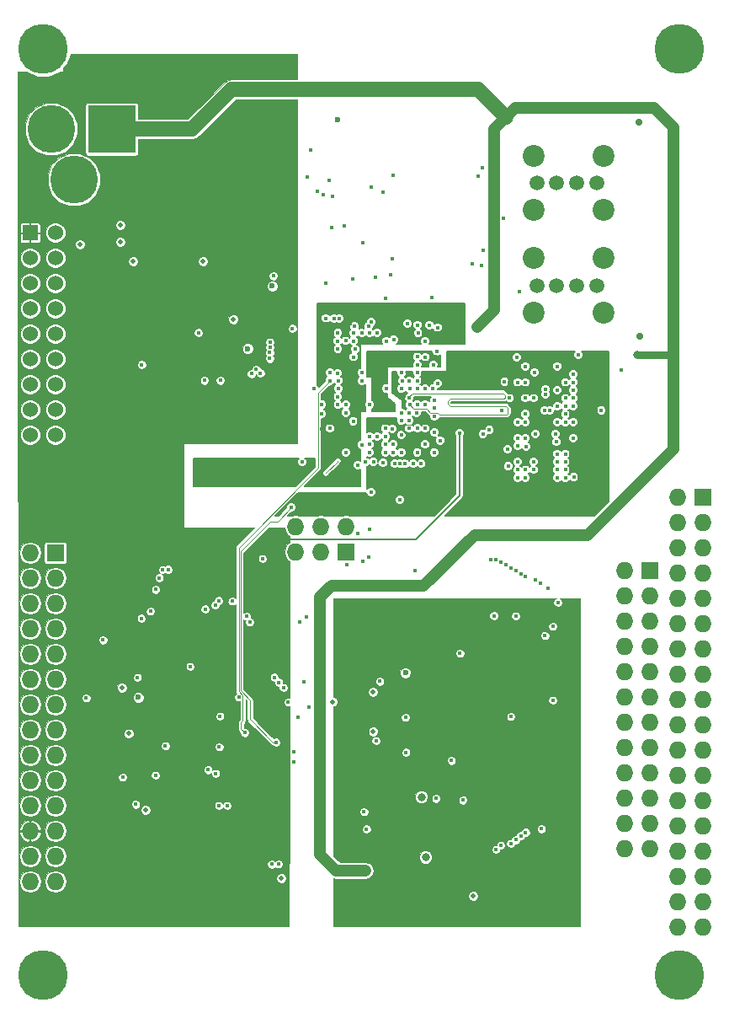
<source format=gbr>
G04 #@! TF.FileFunction,Copper,L3,Inr,Mixed*
%FSLAX46Y46*%
G04 Gerber Fmt 4.6, Leading zero omitted, Abs format (unit mm)*
G04 Created by KiCad (PCBNEW 0.201502071101+5410~21~ubuntu14.04.1-product) date mié 11 mar 2015 22:43:00 COT*
%MOMM*%
G01*
G04 APERTURE LIST*
%ADD10C,0.150000*%
%ADD11C,5.000000*%
%ADD12C,4.800600*%
%ADD13R,4.800600X4.800600*%
%ADD14C,2.199640*%
%ADD15C,1.501140*%
%ADD16R,1.524000X1.524000*%
%ADD17C,1.524000*%
%ADD18R,1.727200X1.727200*%
%ADD19O,1.727200X1.727200*%
%ADD20C,0.400000*%
%ADD21C,0.600000*%
%ADD22C,0.500000*%
%ADD23C,0.800000*%
%ADD24C,1.000000*%
%ADD25C,0.700000*%
%ADD26C,0.100000*%
%ADD27C,0.200000*%
%ADD28C,1.200000*%
%ADD29C,0.800000*%
%ADD30C,1.500000*%
G04 APERTURE END LIST*
D10*
D11*
X23000000Y-116000000D03*
X87000000Y-116000000D03*
X23000000Y-23000000D03*
X87000000Y-23000000D03*
D12*
X23808500Y-31047000D03*
D13*
X29904500Y-31047000D03*
D12*
X26094500Y-36127000D03*
D14*
X72376060Y-49470340D03*
X72376060Y-44029660D03*
D15*
X78644780Y-46750000D03*
X76645800Y-46750000D03*
X74644280Y-46750000D03*
X72645300Y-46750000D03*
D14*
X79373760Y-44029660D03*
X79373760Y-49470340D03*
X72376060Y-39145340D03*
X72376060Y-33704660D03*
D15*
X78644780Y-36425000D03*
X76645800Y-36425000D03*
X74644280Y-36425000D03*
X72645300Y-36425000D03*
D14*
X79373760Y-33704660D03*
X79373760Y-39145340D03*
D16*
X21680000Y-41460000D03*
D17*
X24220000Y-41460000D03*
X21680000Y-44000000D03*
X24220000Y-44000000D03*
X21680000Y-46540000D03*
X24220000Y-46540000D03*
X21680000Y-49080000D03*
X24220000Y-49080000D03*
X21680000Y-51620000D03*
X24220000Y-51620000D03*
X21680000Y-54160000D03*
X24220000Y-54160000D03*
X21680000Y-56700000D03*
X24220000Y-56700000D03*
X24220000Y-59240000D03*
X21680000Y-59240000D03*
X24220000Y-61780000D03*
X21680000Y-61780000D03*
D18*
X89370000Y-68020000D03*
D19*
X86830000Y-68020000D03*
X89370000Y-70560000D03*
X86830000Y-70560000D03*
X89370000Y-73100000D03*
X86830000Y-73100000D03*
X89370000Y-75640000D03*
X86830000Y-75640000D03*
X89370000Y-78180000D03*
X86830000Y-78180000D03*
X89370000Y-80720000D03*
X86830000Y-80720000D03*
X89370000Y-83260000D03*
X86830000Y-83260000D03*
X89370000Y-85800000D03*
X86830000Y-85800000D03*
X89370000Y-88340000D03*
X86830000Y-88340000D03*
X89370000Y-90880000D03*
X86830000Y-90880000D03*
X89370000Y-93420000D03*
X86830000Y-93420000D03*
X89370000Y-95960000D03*
X86830000Y-95960000D03*
X89370000Y-98500000D03*
X86830000Y-98500000D03*
X89370000Y-101040000D03*
X86830000Y-101040000D03*
X89370000Y-103580000D03*
X86830000Y-103580000D03*
X89370000Y-106120000D03*
X86830000Y-106120000D03*
X89370000Y-108660000D03*
X86830000Y-108660000D03*
X89370000Y-111200000D03*
X86830000Y-111200000D03*
D18*
X84020000Y-75370000D03*
D19*
X81480000Y-75370000D03*
X84020000Y-77910000D03*
X81480000Y-77910000D03*
X84020000Y-80450000D03*
X81480000Y-80450000D03*
X84020000Y-82990000D03*
X81480000Y-82990000D03*
X84020000Y-85530000D03*
X81480000Y-85530000D03*
X84020000Y-88070000D03*
X81480000Y-88070000D03*
X84020000Y-90610000D03*
X81480000Y-90610000D03*
X84020000Y-93150000D03*
X81480000Y-93150000D03*
X84020000Y-95690000D03*
X81480000Y-95690000D03*
X84020000Y-98230000D03*
X81480000Y-98230000D03*
X84020000Y-100770000D03*
X81480000Y-100770000D03*
X84020000Y-103310000D03*
X81480000Y-103310000D03*
D18*
X24220000Y-73620000D03*
D19*
X21680000Y-73620000D03*
X24220000Y-76160000D03*
X21680000Y-76160000D03*
X24220000Y-78700000D03*
X21680000Y-78700000D03*
X24220000Y-81240000D03*
X21680000Y-81240000D03*
X24220000Y-83780000D03*
X21680000Y-83780000D03*
X24220000Y-86320000D03*
X21680000Y-86320000D03*
X24220000Y-88860000D03*
X21680000Y-88860000D03*
X24220000Y-91400000D03*
X21680000Y-91400000D03*
X24220000Y-93940000D03*
X21680000Y-93940000D03*
X24220000Y-96480000D03*
X21680000Y-96480000D03*
X24220000Y-99020000D03*
X21680000Y-99020000D03*
X24220000Y-101560000D03*
X21680000Y-101560000D03*
X24220000Y-104100000D03*
X21680000Y-104100000D03*
X24220000Y-106640000D03*
X21680000Y-106640000D03*
D18*
X53460000Y-73510000D03*
D19*
X53460000Y-70970000D03*
X50920000Y-73510000D03*
X50920000Y-70970000D03*
X48380000Y-73510000D03*
X48380000Y-70970000D03*
D20*
X55040000Y-62750000D03*
X40690000Y-93100000D03*
X42670000Y-88110000D03*
D21*
X32550000Y-88140000D03*
D20*
X56650000Y-61140000D03*
X60650000Y-58040000D03*
X59180000Y-61120000D03*
X59040000Y-57940000D03*
X59060000Y-62610000D03*
X64090000Y-54890000D03*
X60614010Y-60331010D03*
X60614010Y-62731010D03*
X66660000Y-61700000D03*
X73460000Y-54050000D03*
X75514000Y-57280990D03*
X76313990Y-64481010D03*
X55860000Y-60390000D03*
X58240000Y-55530000D03*
X70714010Y-58081010D03*
X69813990Y-66231010D03*
X76313990Y-61280990D03*
X69913990Y-56481010D03*
X69913990Y-60481010D03*
X72313990Y-59680990D03*
X74714010Y-59680990D03*
X77214010Y-56881000D03*
X76313990Y-59680990D03*
X55027600Y-55527400D03*
X69913990Y-54881000D03*
X77214010Y-56881000D03*
X69913990Y-60481010D03*
X69764000Y-61680990D03*
X59910000Y-55650000D03*
X32470000Y-86140000D03*
X35290000Y-93010000D03*
X40760000Y-90040000D03*
X37790000Y-85040000D03*
D21*
X31847600Y-69032700D03*
X28494800Y-109075800D03*
X28532900Y-110155300D03*
X28418600Y-107882000D03*
X45520000Y-29050000D03*
X52640000Y-30100000D03*
D20*
X32560000Y-56780000D03*
X45550000Y-30523000D03*
X46120000Y-72300000D03*
X64880000Y-61590000D03*
X47160000Y-48130000D03*
X43560000Y-50920000D03*
X42500000Y-56950000D03*
X30790000Y-82870000D03*
X42290000Y-83070000D03*
X43340000Y-91140000D03*
X41790000Y-96460000D03*
X30040000Y-92640000D03*
X38290000Y-96490000D03*
X46850000Y-95780000D03*
X60214010Y-64680990D03*
X75514000Y-64481010D03*
X58364010Y-64680990D03*
X72313990Y-64481010D03*
X70714010Y-64481010D03*
X58913990Y-64680990D03*
X74714010Y-66081010D03*
X55813990Y-63530990D03*
X71514000Y-66081010D03*
X57200000Y-64594990D03*
X59413990Y-64680990D03*
X74714010Y-64481010D03*
X57413990Y-63530990D03*
X70714010Y-65280990D03*
X75514000Y-65280990D03*
X56214010Y-64481010D03*
X57413990Y-62731010D03*
X71514000Y-65280990D03*
X74714010Y-65280990D03*
X55813990Y-62731010D03*
X70714010Y-66081010D03*
X57413990Y-61131000D03*
X55413990Y-64481010D03*
X75514000Y-66081010D03*
X72313990Y-65280990D03*
X56614010Y-61930990D03*
X62313990Y-63530990D03*
X70714010Y-62881000D03*
X71563990Y-62930990D03*
X58214010Y-63530990D03*
X71563990Y-62930990D03*
X69714010Y-63231010D03*
X58100000Y-61150000D03*
X61014000Y-64680990D03*
X74714010Y-63680990D03*
X57450000Y-61920000D03*
X75514000Y-63680990D03*
X59014000Y-63530990D03*
X70714010Y-62081010D03*
X73913990Y-59331010D03*
X62339100Y-59030990D03*
X73413990Y-59331010D03*
X61413990Y-58731010D03*
X75514000Y-59680990D03*
X61413990Y-61131000D03*
X59014000Y-60331010D03*
X70714010Y-60481010D03*
X74714010Y-57280990D03*
X59830000Y-56320000D03*
X72313990Y-58081010D03*
X59849210Y-57095810D03*
X69913990Y-58081010D03*
X59014000Y-57131000D03*
X76313990Y-58081010D03*
X62684010Y-56611010D03*
X69413990Y-56430990D03*
X59014000Y-55530990D03*
X62240000Y-54740000D03*
X76313990Y-55680990D03*
X60630000Y-61090000D03*
X74714010Y-60481010D03*
X71514000Y-60481010D03*
X59813990Y-60331010D03*
X59030000Y-61770000D03*
X67890000Y-61290000D03*
X62364010Y-61530990D03*
X76313990Y-60481010D03*
X69114010Y-59280990D03*
X59813990Y-59530990D03*
X76313990Y-58881000D03*
X62364010Y-59930990D03*
X60614010Y-55530990D03*
X75514000Y-56481010D03*
X70714010Y-56481010D03*
X60614010Y-56331010D03*
X71514000Y-59680990D03*
X60578790Y-59566210D03*
X60640000Y-54740000D03*
X72410000Y-55480000D03*
X74714010Y-58881000D03*
X62313990Y-58331010D03*
X60614010Y-58731010D03*
X75514000Y-58081010D03*
X73514000Y-57680990D03*
X62214010Y-57131000D03*
X73514000Y-57180990D03*
X61413990Y-57131000D03*
X62913990Y-62331010D03*
X76313990Y-62081010D03*
X61413990Y-62731010D03*
X74614010Y-62481010D03*
X60614010Y-63530990D03*
X71514000Y-62081010D03*
X67090000Y-44770000D03*
X55990000Y-50440000D03*
X66725000Y-35800000D03*
X54225000Y-51550000D03*
X67240000Y-43240000D03*
X55850000Y-51540000D03*
X54325000Y-50875000D03*
X67200000Y-34950000D03*
X51020000Y-59660000D03*
X51040000Y-58740000D03*
X43260000Y-91690000D03*
X51860000Y-56320000D03*
X47976600Y-69070800D03*
X52650200Y-58733000D03*
X46420000Y-92650000D03*
X44850000Y-55560000D03*
X52660000Y-57130000D03*
X45790000Y-53510000D03*
X54230000Y-53940000D03*
X52630000Y-55560000D03*
X45790000Y-54100000D03*
X44420000Y-55190000D03*
X52660000Y-56320000D03*
X43950000Y-55630000D03*
X52650000Y-57940000D03*
X54640000Y-64790000D03*
X43460000Y-79990000D03*
X27320000Y-88190000D03*
X49500000Y-80040000D03*
X55110000Y-74430000D03*
X53440000Y-63530000D03*
X55970000Y-67530000D03*
D22*
X30740000Y-42390000D03*
X30750000Y-40680000D03*
D20*
X53425000Y-52325000D03*
X45800000Y-52450000D03*
X54360000Y-53160000D03*
X45800000Y-52975000D03*
X46140000Y-45800000D03*
X32900000Y-54710000D03*
X53450000Y-58740000D03*
X39220000Y-56290000D03*
X53450000Y-59540000D03*
X51443700Y-50046200D03*
X51202400Y-37600200D03*
X56028400Y-36889000D03*
X52650200Y-51544800D03*
X50605500Y-37320800D03*
X51735800Y-36177800D03*
X52637500Y-52332200D03*
X52650200Y-53145000D03*
X49564100Y-35834900D03*
X58187400Y-35669800D03*
X52243800Y-50084300D03*
X52066000Y-37803400D03*
X57196800Y-37397000D03*
X55050500Y-51532100D03*
X55152100Y-42477000D03*
X49894300Y-33180600D03*
X52789900Y-50058900D03*
D22*
X42140000Y-50150000D03*
D20*
X74252000Y-88435000D03*
X56472000Y-92499000D03*
X56853000Y-86530000D03*
X39581000Y-95420000D03*
X52010000Y-40980000D03*
X53270000Y-40780000D03*
X56420000Y-45920000D03*
X55050000Y-56340000D03*
X62660000Y-50980000D03*
X81100000Y-55290000D03*
X59060000Y-59540000D03*
D21*
X46030000Y-46820000D03*
X43560000Y-53120000D03*
D20*
X59830000Y-61130000D03*
X69320000Y-40050000D03*
X70880000Y-47400000D03*
X38610000Y-51490000D03*
X48060000Y-51080000D03*
X54140000Y-46090000D03*
X58130000Y-44050000D03*
X62560000Y-53360000D03*
X51390000Y-46530000D03*
X40820000Y-56300000D03*
X66180000Y-44560000D03*
X60650000Y-50730000D03*
X61840800Y-50740800D03*
X62120000Y-47930000D03*
X61430000Y-52350000D03*
X57400000Y-48050000D03*
X58890000Y-68310000D03*
X67220000Y-61680000D03*
X71514000Y-54881000D03*
X70630000Y-53980000D03*
X74714010Y-54881000D03*
X76840000Y-53710000D03*
X79150000Y-59290000D03*
X58220000Y-62720000D03*
X55850000Y-61950000D03*
X60640000Y-57110000D03*
X59090000Y-56330000D03*
X54180000Y-60380000D03*
X69764000Y-64930990D03*
X51830000Y-61130000D03*
X50250000Y-57130000D03*
X51860000Y-55530000D03*
X56590000Y-51500000D03*
X55840000Y-58740000D03*
X57490000Y-57110000D03*
X54230000Y-52330000D03*
X58250000Y-52220000D03*
X60630000Y-53930000D03*
X76364010Y-66030990D03*
X71514000Y-56481010D03*
X71514000Y-58081010D03*
X72514000Y-61680990D03*
X76313990Y-56481010D03*
X76313990Y-57280990D03*
X75514000Y-58881000D03*
X75514000Y-60481010D03*
X74514000Y-61680990D03*
X62500000Y-98300000D03*
X65220000Y-98460000D03*
X49230000Y-86560000D03*
X49040000Y-64500000D03*
X55710900Y-50871700D03*
D23*
X82740000Y-53740000D03*
D22*
X46960600Y-106307200D03*
D24*
X55418800Y-105545200D03*
D25*
X66700000Y-50890000D03*
D24*
X79752000Y-28946000D03*
D20*
X60700000Y-51550000D03*
X58240000Y-54750000D03*
X55840000Y-55510000D03*
X58190000Y-58630000D03*
X62420000Y-53870000D03*
X57450000Y-55550000D03*
X55850000Y-54650000D03*
X51030000Y-56330000D03*
D22*
X54021800Y-66391100D03*
X42375900Y-66314900D03*
D20*
X65050000Y-48970000D03*
X61430000Y-53940000D03*
X53860000Y-50590000D03*
X52630000Y-54720000D03*
X51030000Y-61170000D03*
X62260000Y-52340000D03*
X55040000Y-57140000D03*
X55100000Y-57880000D03*
X59660000Y-50580000D03*
X57930000Y-45640000D03*
X57520000Y-52330000D03*
X41490000Y-99010000D03*
X40343000Y-95801000D03*
X40660000Y-99010000D03*
D25*
X83040000Y-51830000D03*
X82930000Y-30390000D03*
D20*
X59850000Y-58750000D03*
X59840000Y-58040000D03*
D22*
X56155400Y-87587400D03*
X30907800Y-87155600D03*
X56206200Y-91575200D03*
X31593600Y-91778400D03*
D20*
X72780000Y-98140000D03*
D21*
X65147000Y-105723000D03*
X56307800Y-93454800D03*
X66137600Y-106815200D03*
X64131000Y-105062600D03*
X54580600Y-109837800D03*
X54580600Y-109101200D03*
X54555200Y-108313800D03*
X71827200Y-84374300D03*
D20*
X56345000Y-90467000D03*
X64050000Y-80070000D03*
X66050000Y-80000000D03*
X67530000Y-80120000D03*
X61040000Y-80060000D03*
X57080000Y-80000000D03*
X53230000Y-82050000D03*
X56000000Y-89050000D03*
X56140000Y-95600000D03*
X53270000Y-98050000D03*
X69530000Y-98160000D03*
X74660000Y-96550000D03*
X74630000Y-91550000D03*
X74650000Y-89560000D03*
X74620000Y-83050000D03*
X53070000Y-97050000D03*
X59080000Y-98120000D03*
X64530000Y-98330000D03*
D24*
X75290000Y-109580000D03*
D21*
X63165800Y-105519800D03*
D23*
X61044900Y-98141100D03*
X61464000Y-104186300D03*
D22*
X66264600Y-108072500D03*
D21*
X59440000Y-85650000D03*
D20*
X59440000Y-90140000D03*
X59480000Y-93660000D03*
X64040000Y-94470000D03*
X70040000Y-90050000D03*
X64920000Y-83710000D03*
X55260000Y-99620000D03*
X55510000Y-101370000D03*
X68530000Y-103420000D03*
X69030000Y-103000000D03*
X70030000Y-102830000D03*
X70530000Y-102450000D03*
X71030000Y-102030000D03*
X71530000Y-101710000D03*
X73100000Y-101350000D03*
X73030000Y-76630000D03*
X72530000Y-76330000D03*
X71530000Y-76020000D03*
X71030000Y-75730000D03*
X70530000Y-75420000D03*
X70030000Y-75130000D03*
X69530000Y-74830000D03*
X69030000Y-74540000D03*
X68530000Y-74340000D03*
X68030000Y-74260000D03*
X35550000Y-75290000D03*
X47620000Y-88620000D03*
X34670000Y-76120000D03*
X46690000Y-86630000D03*
X46250000Y-86130000D03*
X34310000Y-77300000D03*
X47170000Y-87160000D03*
X35000000Y-75310000D03*
X45970000Y-104900000D03*
X48620000Y-90140000D03*
X49740000Y-89140000D03*
X46660000Y-104870000D03*
X48220000Y-94640000D03*
X48210000Y-93640000D03*
X40650000Y-78430000D03*
X42010000Y-78460000D03*
X39290000Y-79260000D03*
X40290000Y-78870000D03*
X32870000Y-80190000D03*
X33790000Y-79470000D03*
D22*
X32060000Y-44320000D03*
X39080000Y-44320000D03*
X26690000Y-42600000D03*
D20*
X29020000Y-82360000D03*
X43770000Y-80570000D03*
X48840000Y-80600000D03*
X55800000Y-71240000D03*
X55780000Y-74010000D03*
X31000000Y-96150000D03*
X73800000Y-77210000D03*
X45070000Y-74210000D03*
X34300000Y-95970000D03*
X60420000Y-75400000D03*
X68320000Y-79930000D03*
X70520000Y-79960000D03*
X74770000Y-78610000D03*
X54640000Y-71700000D03*
X53580000Y-74780000D03*
X32300000Y-98870000D03*
X74260000Y-81000000D03*
X73460000Y-81920000D03*
D22*
X33290000Y-99440000D03*
X52140000Y-88570000D03*
D26*
X52574000Y-64466000D02*
X51420000Y-65620000D01*
X52650200Y-64389800D02*
X52574000Y-64466000D01*
D27*
X59040000Y-57940000D02*
X59040000Y-57930000D01*
X59040000Y-57930000D02*
X58240000Y-57130000D01*
X58240000Y-57130000D02*
X58240000Y-55530000D01*
D26*
X60195020Y-60750000D02*
X60614010Y-60331010D01*
X59440000Y-60750000D02*
X60195020Y-60750000D01*
X59060000Y-61130000D02*
X59440000Y-60750000D01*
X59050000Y-61130000D02*
X59060000Y-61130000D01*
D27*
X59050000Y-61130000D02*
X59050000Y-61167000D01*
X59050000Y-61167000D02*
X60614010Y-62731010D01*
X64880000Y-61590000D02*
X64880000Y-67900000D01*
X60480000Y-72300000D02*
X46120000Y-72300000D01*
X64880000Y-67900000D02*
X60480000Y-72300000D01*
D26*
X51860000Y-56340000D02*
X50650000Y-57550000D01*
X50650000Y-57550000D02*
X50650000Y-65100000D01*
X50650000Y-65100000D02*
X42660998Y-73089002D01*
X42660998Y-73089002D02*
X42660998Y-87542430D01*
X42660998Y-87542430D02*
X43050000Y-87931432D01*
X43050000Y-87931432D02*
X43050000Y-90500000D01*
X43050000Y-90500000D02*
X42890000Y-90660000D01*
X42890000Y-90660000D02*
X42890000Y-91320000D01*
X42890000Y-91320000D02*
X43260000Y-91690000D01*
X51860000Y-56320000D02*
X51860000Y-56340000D01*
X46554200Y-70490000D02*
X46557400Y-70490000D01*
X46557400Y-70490000D02*
X47976600Y-69070800D01*
X46550000Y-70490000D02*
X46554200Y-70490000D01*
X46554200Y-70490000D02*
X45860000Y-70490000D01*
X45860000Y-70490000D02*
X42860000Y-73490000D01*
X42860000Y-73490000D02*
X42860000Y-87460000D01*
X42860000Y-87460000D02*
X43800000Y-88400000D01*
X43800000Y-88400000D02*
X43800000Y-90343600D01*
X43800000Y-90343600D02*
X46106400Y-92650000D01*
X46106400Y-92650000D02*
X46420000Y-92650000D01*
D28*
X68372800Y-49217200D02*
X66700000Y-50890000D01*
X68372800Y-31021600D02*
X68372800Y-49217200D01*
D29*
X82740000Y-53740000D02*
X85989600Y-53740000D01*
X85989600Y-53740000D02*
X86381400Y-53348200D01*
D28*
X79752000Y-28946000D02*
X84483600Y-28946000D01*
X75900000Y-28946000D02*
X70448400Y-28946000D01*
X70448400Y-28946000D02*
X69560250Y-29834150D01*
X75900000Y-28946000D02*
X79752000Y-28946000D01*
X52472400Y-105545200D02*
X55418800Y-105545200D01*
X50872200Y-103945000D02*
X52472400Y-105545200D01*
X50872200Y-78037000D02*
X50872200Y-103945000D01*
X51989800Y-76919400D02*
X50872200Y-78037000D01*
X61286200Y-76919400D02*
X51989800Y-76919400D01*
X66391600Y-71814000D02*
X61286200Y-76919400D01*
X77796200Y-71814000D02*
X66391600Y-71814000D01*
X86381400Y-63228800D02*
X77796200Y-71814000D01*
X86381400Y-30843800D02*
X86381400Y-53348200D01*
X86381400Y-53348200D02*
X86381400Y-63228800D01*
X84483600Y-28946000D02*
X86381400Y-30843800D01*
X69560250Y-29834150D02*
X68372800Y-31021600D01*
D30*
X29904500Y-31047000D02*
X37981700Y-31047000D01*
X37981700Y-31047000D02*
X41982200Y-27046500D01*
X41982200Y-27046500D02*
X66772600Y-27046500D01*
X66772600Y-27046500D02*
X69560250Y-29834150D01*
D26*
X63930000Y-58110000D02*
X63670000Y-58370000D01*
X63920000Y-58890000D02*
X64210000Y-58890000D01*
X63670000Y-58640000D02*
X63920000Y-58890000D01*
X63670000Y-58370000D02*
X63670000Y-58640000D01*
X64210000Y-58890000D02*
X64330000Y-58890000D01*
X60240000Y-59140000D02*
X59850000Y-58750000D01*
X61050000Y-59140000D02*
X60240000Y-59140000D01*
X62890000Y-59740000D02*
X62690000Y-59540000D01*
X69640000Y-59740000D02*
X64440000Y-59740000D01*
X69750000Y-59630000D02*
X69640000Y-59740000D01*
X69750000Y-59100000D02*
X69750000Y-59630000D01*
X69540000Y-58890000D02*
X69750000Y-59100000D01*
X64330000Y-58890000D02*
X69540000Y-58890000D01*
X64440000Y-59740000D02*
X62890000Y-59740000D01*
X61550000Y-59140000D02*
X61940000Y-59530000D01*
X61940000Y-59530000D02*
X62320000Y-59530000D01*
X61050000Y-59140000D02*
X61550000Y-59140000D01*
X62680000Y-59530000D02*
X62690000Y-59540000D01*
X62320000Y-59530000D02*
X62680000Y-59530000D01*
X64430000Y-58110000D02*
X63930000Y-58110000D01*
X69300000Y-57580000D02*
X69490000Y-57770000D01*
X69490000Y-57770000D02*
X69490000Y-57980000D01*
X69490000Y-57980000D02*
X69360000Y-58110000D01*
X69360000Y-58110000D02*
X69070000Y-58110000D01*
X65650000Y-57580000D02*
X68990000Y-57580000D01*
X69070000Y-58110000D02*
X64430000Y-58110000D01*
X59840000Y-57900000D02*
X59840000Y-58040000D01*
X60160000Y-57580000D02*
X65650000Y-57580000D01*
X59840000Y-57900000D02*
X60160000Y-57580000D01*
X68990000Y-57580000D02*
X69300000Y-57580000D01*
X59840000Y-58040000D02*
X59840000Y-57970000D01*
D27*
G36*
X59677789Y-57566022D02*
X59557143Y-57615873D01*
X59416367Y-57756403D01*
X59340087Y-57940107D01*
X59339913Y-58139020D01*
X59415873Y-58322857D01*
X59492883Y-58400002D01*
X59426367Y-58466403D01*
X59350087Y-58650107D01*
X59349913Y-58849020D01*
X59425873Y-59032857D01*
X59515413Y-59122554D01*
X59432449Y-59205374D01*
X59343597Y-59116367D01*
X59159893Y-59040087D01*
X59100000Y-59040034D01*
X59100000Y-58257070D01*
X58100000Y-57577070D01*
X58100000Y-55400000D01*
X58526999Y-55400000D01*
X58514087Y-55431097D01*
X58513913Y-55630010D01*
X58589873Y-55813847D01*
X58730403Y-55954623D01*
X58750110Y-55962806D01*
X58666367Y-56046403D01*
X58590087Y-56230107D01*
X58589913Y-56429020D01*
X58665873Y-56612857D01*
X58751378Y-56698511D01*
X58731143Y-56706873D01*
X58590367Y-56847403D01*
X58514087Y-57031107D01*
X58513913Y-57230020D01*
X58589873Y-57413857D01*
X58730403Y-57554633D01*
X58914107Y-57630913D01*
X59113020Y-57631087D01*
X59296857Y-57555127D01*
X59437633Y-57414597D01*
X59444482Y-57398100D01*
X59565613Y-57519443D01*
X59677789Y-57566022D01*
X59677789Y-57566022D01*
G37*
X59677789Y-57566022D02*
X59557143Y-57615873D01*
X59416367Y-57756403D01*
X59340087Y-57940107D01*
X59339913Y-58139020D01*
X59415873Y-58322857D01*
X59492883Y-58400002D01*
X59426367Y-58466403D01*
X59350087Y-58650107D01*
X59349913Y-58849020D01*
X59425873Y-59032857D01*
X59515413Y-59122554D01*
X59432449Y-59205374D01*
X59343597Y-59116367D01*
X59159893Y-59040087D01*
X59100000Y-59040034D01*
X59100000Y-58257070D01*
X58100000Y-57577070D01*
X58100000Y-55400000D01*
X58526999Y-55400000D01*
X58514087Y-55431097D01*
X58513913Y-55630010D01*
X58589873Y-55813847D01*
X58730403Y-55954623D01*
X58750110Y-55962806D01*
X58666367Y-56046403D01*
X58590087Y-56230107D01*
X58589913Y-56429020D01*
X58665873Y-56612857D01*
X58751378Y-56698511D01*
X58731143Y-56706873D01*
X58590367Y-56847403D01*
X58514087Y-57031107D01*
X58513913Y-57230020D01*
X58589873Y-57413857D01*
X58730403Y-57554633D01*
X58914107Y-57630913D01*
X59113020Y-57631087D01*
X59296857Y-57555127D01*
X59437633Y-57414597D01*
X59444482Y-57398100D01*
X59565613Y-57519443D01*
X59677789Y-57566022D01*
G36*
X60306912Y-55931081D02*
X60227442Y-56010412D01*
X60113597Y-55896367D01*
X59929893Y-55820087D01*
X59730980Y-55819913D01*
X59547143Y-55895873D01*
X59454971Y-55987883D01*
X59373597Y-55906367D01*
X59353889Y-55898183D01*
X59437633Y-55814587D01*
X59513913Y-55630883D01*
X59514087Y-55431970D01*
X59500877Y-55400000D01*
X60127009Y-55400000D01*
X60114097Y-55431097D01*
X60113923Y-55630010D01*
X60189883Y-55813847D01*
X60306912Y-55931081D01*
X60306912Y-55931081D01*
G37*
X60306912Y-55931081D02*
X60227442Y-56010412D01*
X60113597Y-55896367D01*
X59929893Y-55820087D01*
X59730980Y-55819913D01*
X59547143Y-55895873D01*
X59454971Y-55987883D01*
X59373597Y-55906367D01*
X59353889Y-55898183D01*
X59437633Y-55814587D01*
X59513913Y-55630883D01*
X59514087Y-55431970D01*
X59500877Y-55400000D01*
X60127009Y-55400000D01*
X60114097Y-55431097D01*
X60113923Y-55630010D01*
X60189883Y-55813847D01*
X60306912Y-55931081D01*
G36*
X62007975Y-57930000D02*
X61890357Y-58047413D01*
X61814077Y-58231117D01*
X61813908Y-58423901D01*
X61697587Y-58307377D01*
X61513883Y-58231097D01*
X61314970Y-58230923D01*
X61131133Y-58306883D01*
X61013918Y-58423892D01*
X60897607Y-58307377D01*
X60713903Y-58231097D01*
X60514990Y-58230923D01*
X60331153Y-58306883D01*
X60222460Y-58415385D01*
X60197116Y-58389997D01*
X60263633Y-58323597D01*
X60339913Y-58139893D01*
X60340087Y-57940980D01*
X60335550Y-57930000D01*
X62007975Y-57930000D01*
X62007975Y-57930000D01*
G37*
X62007975Y-57930000D02*
X61890357Y-58047413D01*
X61814077Y-58231117D01*
X61813908Y-58423901D01*
X61697587Y-58307377D01*
X61513883Y-58231097D01*
X61314970Y-58230923D01*
X61131133Y-58306883D01*
X61013918Y-58423892D01*
X60897607Y-58307377D01*
X60713903Y-58231097D01*
X60514990Y-58230923D01*
X60331153Y-58306883D01*
X60222460Y-58415385D01*
X60197116Y-58389997D01*
X60263633Y-58323597D01*
X60339913Y-58139893D01*
X60340087Y-57940980D01*
X60335550Y-57930000D01*
X62007975Y-57930000D01*
G36*
X79900000Y-68437408D02*
X79650087Y-68687321D01*
X79650087Y-59190980D01*
X79574127Y-59007143D01*
X79433597Y-58866367D01*
X79249893Y-58790087D01*
X79050980Y-58789913D01*
X78867143Y-58865873D01*
X78726367Y-59006403D01*
X78650087Y-59190107D01*
X78649913Y-59389020D01*
X78725873Y-59572857D01*
X78866403Y-59713633D01*
X79050107Y-59789913D01*
X79249020Y-59790087D01*
X79432857Y-59714127D01*
X79573633Y-59573597D01*
X79649913Y-59389893D01*
X79650087Y-59190980D01*
X79650087Y-68687321D01*
X78437408Y-69900000D01*
X76864097Y-69900000D01*
X76864097Y-65931970D01*
X76814077Y-65810912D01*
X76814077Y-61981990D01*
X76814077Y-60381990D01*
X76738117Y-60198153D01*
X76597587Y-60057377D01*
X76413883Y-59981097D01*
X76214970Y-59980923D01*
X76031133Y-60056883D01*
X75913913Y-60173897D01*
X75821097Y-60080918D01*
X75937633Y-59964587D01*
X76013913Y-59780883D01*
X76014087Y-59581970D01*
X75938127Y-59398133D01*
X75821112Y-59280913D01*
X75914076Y-59188112D01*
X76030393Y-59304633D01*
X76214097Y-59380913D01*
X76413010Y-59381087D01*
X76596847Y-59305127D01*
X76737623Y-59164597D01*
X76813903Y-58980893D01*
X76814077Y-58781980D01*
X76738117Y-58598143D01*
X76621102Y-58480923D01*
X76737623Y-58364607D01*
X76813903Y-58180903D01*
X76814077Y-57981990D01*
X76738117Y-57798153D01*
X76621087Y-57680918D01*
X76737623Y-57564587D01*
X76813903Y-57380883D01*
X76814077Y-57181970D01*
X76738117Y-56998133D01*
X76621107Y-56880918D01*
X76737623Y-56764607D01*
X76813903Y-56580903D01*
X76814077Y-56381990D01*
X76738117Y-56198153D01*
X76621087Y-56080918D01*
X76737623Y-55964587D01*
X76813903Y-55780883D01*
X76814077Y-55581970D01*
X76738117Y-55398133D01*
X76597587Y-55257357D01*
X76413883Y-55181077D01*
X76214970Y-55180903D01*
X76031133Y-55256863D01*
X75890357Y-55397393D01*
X75814077Y-55581097D01*
X75813903Y-55780010D01*
X75889863Y-55963847D01*
X76006892Y-56081081D01*
X75913913Y-56173897D01*
X75797597Y-56057377D01*
X75613893Y-55981097D01*
X75414980Y-55980923D01*
X75231143Y-56056883D01*
X75214097Y-56073899D01*
X75214097Y-54781980D01*
X75138137Y-54598143D01*
X74997607Y-54457367D01*
X74813903Y-54381087D01*
X74614990Y-54380913D01*
X74431153Y-54456873D01*
X74290377Y-54597403D01*
X74214097Y-54781107D01*
X74213923Y-54980020D01*
X74289883Y-55163857D01*
X74430413Y-55304633D01*
X74614117Y-55380913D01*
X74813030Y-55381087D01*
X74996867Y-55305127D01*
X75137643Y-55164597D01*
X75213923Y-54980893D01*
X75214097Y-54781980D01*
X75214097Y-56073899D01*
X75090367Y-56197413D01*
X75014087Y-56381117D01*
X75013913Y-56580030D01*
X75089873Y-56763867D01*
X75230403Y-56904643D01*
X75414107Y-56980923D01*
X75613020Y-56981097D01*
X75796857Y-56905137D01*
X75914076Y-56788122D01*
X76006872Y-56881081D01*
X75890357Y-56997393D01*
X75814077Y-57181097D01*
X75813903Y-57380010D01*
X75889863Y-57563847D01*
X76006892Y-57681081D01*
X75913913Y-57773897D01*
X75797597Y-57657377D01*
X75613893Y-57581097D01*
X75414980Y-57580923D01*
X75231143Y-57656883D01*
X75214097Y-57673899D01*
X75214097Y-57181970D01*
X75138137Y-56998133D01*
X74997607Y-56857357D01*
X74813903Y-56781077D01*
X74614990Y-56780903D01*
X74431153Y-56856863D01*
X74290377Y-56997393D01*
X74214097Y-57181097D01*
X74213923Y-57380010D01*
X74289883Y-57563847D01*
X74430413Y-57704623D01*
X74614117Y-57780903D01*
X74813030Y-57781077D01*
X74996867Y-57705117D01*
X75137643Y-57564587D01*
X75213923Y-57380883D01*
X75214097Y-57181970D01*
X75214097Y-57673899D01*
X75090367Y-57797413D01*
X75014087Y-57981117D01*
X75013913Y-58180030D01*
X75089873Y-58363867D01*
X75206887Y-58481086D01*
X75113923Y-58573887D01*
X74997607Y-58457367D01*
X74813903Y-58381087D01*
X74614990Y-58380913D01*
X74431153Y-58456873D01*
X74290377Y-58597403D01*
X74214097Y-58781107D01*
X74213972Y-58923790D01*
X74197587Y-58907377D01*
X74014087Y-58831181D01*
X74014087Y-57581970D01*
X73951643Y-57430845D01*
X74013913Y-57280883D01*
X74014087Y-57081970D01*
X73938127Y-56898133D01*
X73797597Y-56757357D01*
X73613893Y-56681077D01*
X73414980Y-56680903D01*
X73231143Y-56756863D01*
X73090367Y-56897393D01*
X73014087Y-57081097D01*
X73013913Y-57280010D01*
X73076356Y-57431134D01*
X73014087Y-57581097D01*
X73013913Y-57780010D01*
X73089873Y-57963847D01*
X73230403Y-58104623D01*
X73414107Y-58180903D01*
X73613020Y-58181077D01*
X73796857Y-58105117D01*
X73937633Y-57964587D01*
X74013913Y-57780883D01*
X74014087Y-57581970D01*
X74014087Y-58831181D01*
X74013883Y-58831097D01*
X73814970Y-58830923D01*
X73663845Y-58893366D01*
X73513883Y-58831097D01*
X73314970Y-58830923D01*
X73131133Y-58906883D01*
X72990357Y-59047413D01*
X72914077Y-59231117D01*
X72913903Y-59430030D01*
X72989863Y-59613867D01*
X73130393Y-59754643D01*
X73314097Y-59830923D01*
X73513010Y-59831097D01*
X73664134Y-59768653D01*
X73814097Y-59830923D01*
X74013010Y-59831097D01*
X74196847Y-59755137D01*
X74337623Y-59614607D01*
X74413903Y-59430903D01*
X74414027Y-59288219D01*
X74430413Y-59304633D01*
X74614117Y-59380913D01*
X74813030Y-59381087D01*
X74996867Y-59305127D01*
X75114086Y-59188112D01*
X75206887Y-59281076D01*
X75090367Y-59397393D01*
X75014087Y-59581097D01*
X75013913Y-59780010D01*
X75089873Y-59963847D01*
X75206902Y-60081081D01*
X75113923Y-60173897D01*
X74997607Y-60057377D01*
X74813903Y-59981097D01*
X74614990Y-59980923D01*
X74431153Y-60056883D01*
X74290377Y-60197413D01*
X74214097Y-60381117D01*
X74213923Y-60580030D01*
X74289883Y-60763867D01*
X74430413Y-60904643D01*
X74614117Y-60980923D01*
X74813030Y-60981097D01*
X74996867Y-60905137D01*
X75114086Y-60788122D01*
X75230403Y-60904643D01*
X75414107Y-60980923D01*
X75613020Y-60981097D01*
X75796857Y-60905137D01*
X75914076Y-60788122D01*
X76030393Y-60904643D01*
X76214097Y-60980923D01*
X76413010Y-60981097D01*
X76596847Y-60905137D01*
X76737623Y-60764607D01*
X76813903Y-60580903D01*
X76814077Y-60381990D01*
X76814077Y-61981990D01*
X76738117Y-61798153D01*
X76597587Y-61657377D01*
X76413883Y-61581097D01*
X76214970Y-61580923D01*
X76031133Y-61656883D01*
X75890357Y-61797413D01*
X75814077Y-61981117D01*
X75813903Y-62180030D01*
X75889863Y-62363867D01*
X76030393Y-62504643D01*
X76214097Y-62580923D01*
X76413010Y-62581097D01*
X76596847Y-62505137D01*
X76737623Y-62364607D01*
X76813903Y-62180903D01*
X76814077Y-61981990D01*
X76814077Y-65810912D01*
X76788137Y-65748133D01*
X76647607Y-65607357D01*
X76463903Y-65531077D01*
X76264990Y-65530903D01*
X76081153Y-65606863D01*
X75940377Y-65747393D01*
X75924830Y-65784833D01*
X75821097Y-65680918D01*
X75937633Y-65564587D01*
X76013913Y-65380883D01*
X76014087Y-65181970D01*
X75938127Y-64998133D01*
X75821117Y-64880918D01*
X75937633Y-64764607D01*
X76013913Y-64580903D01*
X76014087Y-64381990D01*
X75938127Y-64198153D01*
X75821097Y-64080918D01*
X75937633Y-63964587D01*
X76013913Y-63780883D01*
X76014087Y-63581970D01*
X75938127Y-63398133D01*
X75797597Y-63257357D01*
X75613893Y-63181077D01*
X75414980Y-63180903D01*
X75231143Y-63256863D01*
X75114097Y-63373703D01*
X75114097Y-62381990D01*
X75038137Y-62198153D01*
X74897607Y-62057377D01*
X74860228Y-62041856D01*
X74937633Y-61964587D01*
X75013913Y-61780883D01*
X75014087Y-61581970D01*
X74938127Y-61398133D01*
X74797597Y-61257357D01*
X74613893Y-61181077D01*
X74414980Y-61180903D01*
X74231143Y-61256863D01*
X74090367Y-61397393D01*
X74014087Y-61581097D01*
X74013913Y-61780010D01*
X74089873Y-61963847D01*
X74230403Y-62104623D01*
X74267781Y-62120143D01*
X74190377Y-62197413D01*
X74114097Y-62381117D01*
X74113923Y-62580030D01*
X74189883Y-62763867D01*
X74330413Y-62904643D01*
X74514117Y-62980923D01*
X74713030Y-62981097D01*
X74896867Y-62905137D01*
X75037643Y-62764607D01*
X75113923Y-62580903D01*
X75114097Y-62381990D01*
X75114097Y-63373703D01*
X75113923Y-63373877D01*
X74997607Y-63257357D01*
X74813903Y-63181077D01*
X74614990Y-63180903D01*
X74431153Y-63256863D01*
X74290377Y-63397393D01*
X74214097Y-63581097D01*
X74213923Y-63780010D01*
X74289883Y-63963847D01*
X74406912Y-64081081D01*
X74290377Y-64197413D01*
X74214097Y-64381117D01*
X74213923Y-64580030D01*
X74289883Y-64763867D01*
X74406892Y-64881081D01*
X74290377Y-64997393D01*
X74214097Y-65181097D01*
X74213923Y-65380010D01*
X74289883Y-65563847D01*
X74406912Y-65681081D01*
X74290377Y-65797413D01*
X74214097Y-65981117D01*
X74213923Y-66180030D01*
X74289883Y-66363867D01*
X74430413Y-66504643D01*
X74614117Y-66580923D01*
X74813030Y-66581097D01*
X74996867Y-66505137D01*
X75114086Y-66388122D01*
X75230403Y-66504643D01*
X75414107Y-66580923D01*
X75613020Y-66581097D01*
X75796857Y-66505137D01*
X75937633Y-66364607D01*
X75953179Y-66327166D01*
X76080413Y-66454623D01*
X76264117Y-66530903D01*
X76463030Y-66531077D01*
X76646867Y-66455117D01*
X76787643Y-66314587D01*
X76863923Y-66130883D01*
X76864097Y-65931970D01*
X76864097Y-69900000D01*
X73014087Y-69900000D01*
X73014087Y-61581970D01*
X72938127Y-61398133D01*
X72910087Y-61370043D01*
X72910087Y-55380980D01*
X72834127Y-55197143D01*
X72693597Y-55056367D01*
X72509893Y-54980087D01*
X72310980Y-54979913D01*
X72127143Y-55055873D01*
X72014087Y-55168731D01*
X72014087Y-54781980D01*
X71938127Y-54598143D01*
X71797597Y-54457367D01*
X71613893Y-54381087D01*
X71414980Y-54380913D01*
X71231143Y-54456873D01*
X71130087Y-54557752D01*
X71130087Y-53880980D01*
X71054127Y-53697143D01*
X70913597Y-53556367D01*
X70729893Y-53480087D01*
X70530980Y-53479913D01*
X70347143Y-53555873D01*
X70206367Y-53696403D01*
X70130087Y-53880107D01*
X70129913Y-54079020D01*
X70205873Y-54262857D01*
X70346403Y-54403633D01*
X70530107Y-54479913D01*
X70729020Y-54480087D01*
X70912857Y-54404127D01*
X71053633Y-54263597D01*
X71129913Y-54079893D01*
X71130087Y-53880980D01*
X71130087Y-54557752D01*
X71090367Y-54597403D01*
X71014087Y-54781107D01*
X71013913Y-54980020D01*
X71089873Y-55163857D01*
X71230403Y-55304633D01*
X71414107Y-55380913D01*
X71613020Y-55381087D01*
X71796857Y-55305127D01*
X71937633Y-55164597D01*
X72013913Y-54980893D01*
X72014087Y-54781980D01*
X72014087Y-55168731D01*
X71986367Y-55196403D01*
X71910087Y-55380107D01*
X71909913Y-55579020D01*
X71985873Y-55762857D01*
X72126403Y-55903633D01*
X72310107Y-55979913D01*
X72509020Y-55980087D01*
X72692857Y-55904127D01*
X72833633Y-55763597D01*
X72909913Y-55579893D01*
X72910087Y-55380980D01*
X72910087Y-61370043D01*
X72814077Y-61273865D01*
X72814077Y-57981990D01*
X72738117Y-57798153D01*
X72597587Y-57657377D01*
X72413883Y-57581097D01*
X72214970Y-57580923D01*
X72031133Y-57656883D01*
X72014087Y-57673899D01*
X72014087Y-56381990D01*
X71938127Y-56198153D01*
X71797597Y-56057377D01*
X71613893Y-55981097D01*
X71414980Y-55980923D01*
X71231143Y-56056883D01*
X71113923Y-56173897D01*
X70997607Y-56057377D01*
X70813903Y-55981097D01*
X70614990Y-55980923D01*
X70431153Y-56056883D01*
X70290377Y-56197413D01*
X70214097Y-56381117D01*
X70213923Y-56580030D01*
X70289883Y-56763867D01*
X70430413Y-56904643D01*
X70614117Y-56980923D01*
X70813030Y-56981097D01*
X70996867Y-56905137D01*
X71114086Y-56788122D01*
X71230403Y-56904643D01*
X71414107Y-56980923D01*
X71613020Y-56981097D01*
X71796857Y-56905137D01*
X71937633Y-56764607D01*
X72013913Y-56580903D01*
X72014087Y-56381990D01*
X72014087Y-57673899D01*
X71913913Y-57773897D01*
X71797597Y-57657377D01*
X71613893Y-57581097D01*
X71414980Y-57580923D01*
X71231143Y-57656883D01*
X71090367Y-57797413D01*
X71014087Y-57981117D01*
X71013913Y-58180030D01*
X71089873Y-58363867D01*
X71230403Y-58504643D01*
X71414107Y-58580923D01*
X71613020Y-58581097D01*
X71796857Y-58505137D01*
X71914076Y-58388122D01*
X72030393Y-58504643D01*
X72214097Y-58580923D01*
X72413010Y-58581097D01*
X72596847Y-58505137D01*
X72737623Y-58364607D01*
X72813903Y-58180903D01*
X72814077Y-57981990D01*
X72814077Y-61273865D01*
X72797597Y-61257357D01*
X72613893Y-61181077D01*
X72414980Y-61180903D01*
X72231143Y-61256863D01*
X72090367Y-61397393D01*
X72014087Y-61581097D01*
X72014087Y-60381990D01*
X71938127Y-60198153D01*
X71821097Y-60080918D01*
X71937633Y-59964587D01*
X72013913Y-59780883D01*
X72014087Y-59581970D01*
X71938127Y-59398133D01*
X71797597Y-59257357D01*
X71613893Y-59181077D01*
X71414980Y-59180903D01*
X71231143Y-59256863D01*
X71090367Y-59397393D01*
X71014087Y-59581097D01*
X71013913Y-59780010D01*
X71089873Y-59963847D01*
X71206902Y-60081081D01*
X71113923Y-60173897D01*
X70997607Y-60057377D01*
X70813903Y-59981097D01*
X70614990Y-59980923D01*
X70431153Y-60056883D01*
X70290377Y-60197413D01*
X70214097Y-60381117D01*
X70213923Y-60580030D01*
X70289883Y-60763867D01*
X70430413Y-60904643D01*
X70614117Y-60980923D01*
X70813030Y-60981097D01*
X70996867Y-60905137D01*
X71114086Y-60788122D01*
X71230403Y-60904643D01*
X71414107Y-60980923D01*
X71613020Y-60981097D01*
X71796857Y-60905137D01*
X71937633Y-60764607D01*
X72013913Y-60580903D01*
X72014087Y-60381990D01*
X72014087Y-61581097D01*
X72013913Y-61780010D01*
X72089873Y-61963847D01*
X72230403Y-62104623D01*
X72414107Y-62180903D01*
X72613020Y-62181077D01*
X72796857Y-62105117D01*
X72937633Y-61964587D01*
X73013913Y-61780883D01*
X73014087Y-61581970D01*
X73014087Y-69900000D01*
X72814077Y-69900000D01*
X72814077Y-65181970D01*
X72738117Y-64998133D01*
X72621107Y-64880918D01*
X72737623Y-64764607D01*
X72813903Y-64580903D01*
X72814077Y-64381990D01*
X72738117Y-64198153D01*
X72597587Y-64057377D01*
X72413883Y-63981097D01*
X72214970Y-63980923D01*
X72064077Y-64043270D01*
X72064077Y-62831970D01*
X71988117Y-62648133D01*
X71847587Y-62507357D01*
X71810189Y-62491828D01*
X71937633Y-62364607D01*
X72013913Y-62180903D01*
X72014087Y-61981990D01*
X71938127Y-61798153D01*
X71797597Y-61657377D01*
X71613893Y-61581097D01*
X71414980Y-61580923D01*
X71231143Y-61656883D01*
X71113923Y-61773897D01*
X70997607Y-61657377D01*
X70813903Y-61581097D01*
X70614990Y-61580923D01*
X70431153Y-61656883D01*
X70290377Y-61797413D01*
X70214097Y-61981117D01*
X70213923Y-62180030D01*
X70289883Y-62363867D01*
X70406897Y-62481086D01*
X70290377Y-62597403D01*
X70214097Y-62781107D01*
X70213923Y-62980020D01*
X70289883Y-63163857D01*
X70430413Y-63304633D01*
X70614117Y-63380913D01*
X70813030Y-63381087D01*
X70996867Y-63305127D01*
X71124807Y-63177410D01*
X71139863Y-63213847D01*
X71280393Y-63354623D01*
X71464097Y-63430903D01*
X71663010Y-63431077D01*
X71846847Y-63355117D01*
X71987623Y-63214587D01*
X72063903Y-63030883D01*
X72064077Y-62831970D01*
X72064077Y-64043270D01*
X72031133Y-64056883D01*
X71890357Y-64197413D01*
X71814077Y-64381117D01*
X71813903Y-64580030D01*
X71889863Y-64763867D01*
X72006872Y-64881081D01*
X71913913Y-64973877D01*
X71797597Y-64857357D01*
X71613893Y-64781077D01*
X71414980Y-64780903D01*
X71231143Y-64856863D01*
X71113923Y-64973877D01*
X71021127Y-64880918D01*
X71137643Y-64764607D01*
X71213923Y-64580903D01*
X71214097Y-64381990D01*
X71138137Y-64198153D01*
X70997607Y-64057377D01*
X70813903Y-63981097D01*
X70614990Y-63980923D01*
X70431153Y-64056883D01*
X70290377Y-64197413D01*
X70214097Y-64381117D01*
X70214097Y-63131990D01*
X70138137Y-62948153D01*
X69997607Y-62807377D01*
X69813903Y-62731097D01*
X69614990Y-62730923D01*
X69431153Y-62806883D01*
X69290377Y-62947413D01*
X69214097Y-63131117D01*
X69213923Y-63330030D01*
X69289883Y-63513867D01*
X69430413Y-63654643D01*
X69614117Y-63730923D01*
X69813030Y-63731097D01*
X69996867Y-63655137D01*
X70137643Y-63514607D01*
X70213923Y-63330903D01*
X70214097Y-63131990D01*
X70214097Y-64381117D01*
X70213923Y-64580030D01*
X70289883Y-64763867D01*
X70406892Y-64881081D01*
X70290377Y-64997393D01*
X70264087Y-65060706D01*
X70264087Y-64831970D01*
X70188127Y-64648133D01*
X70047597Y-64507357D01*
X69863893Y-64431077D01*
X69664980Y-64430903D01*
X69481143Y-64506863D01*
X69340367Y-64647393D01*
X69264087Y-64831097D01*
X69263913Y-65030010D01*
X69339873Y-65213847D01*
X69480403Y-65354623D01*
X69664107Y-65430903D01*
X69863020Y-65431077D01*
X70046857Y-65355117D01*
X70187633Y-65214587D01*
X70263913Y-65030883D01*
X70264087Y-64831970D01*
X70264087Y-65060706D01*
X70214097Y-65181097D01*
X70213923Y-65380010D01*
X70289883Y-65563847D01*
X70406912Y-65681081D01*
X70290377Y-65797413D01*
X70214097Y-65981117D01*
X70213923Y-66180030D01*
X70289883Y-66363867D01*
X70430413Y-66504643D01*
X70614117Y-66580923D01*
X70813030Y-66581097D01*
X70996867Y-66505137D01*
X71114086Y-66388122D01*
X71230403Y-66504643D01*
X71414107Y-66580923D01*
X71613020Y-66581097D01*
X71796857Y-66505137D01*
X71937633Y-66364607D01*
X72013913Y-66180903D01*
X72014087Y-65981990D01*
X71938127Y-65798153D01*
X71821097Y-65680918D01*
X71914076Y-65588102D01*
X72030393Y-65704623D01*
X72214097Y-65780903D01*
X72413010Y-65781077D01*
X72596847Y-65705117D01*
X72737623Y-65564587D01*
X72813903Y-65380883D01*
X72814077Y-65181970D01*
X72814077Y-69900000D01*
X68390087Y-69900000D01*
X68390087Y-61190980D01*
X68314127Y-61007143D01*
X68173597Y-60866367D01*
X67989893Y-60790087D01*
X67790980Y-60789913D01*
X67607143Y-60865873D01*
X67466367Y-61006403D01*
X67390087Y-61190107D01*
X67390070Y-61209226D01*
X67319893Y-61180087D01*
X67120980Y-61179913D01*
X66937143Y-61255873D01*
X66796367Y-61396403D01*
X66720087Y-61580107D01*
X66719913Y-61779020D01*
X66795873Y-61962857D01*
X66936403Y-62103633D01*
X67120107Y-62179913D01*
X67319020Y-62180087D01*
X67502857Y-62104127D01*
X67643633Y-61963597D01*
X67719913Y-61779893D01*
X67719929Y-61760773D01*
X67790107Y-61789913D01*
X67989020Y-61790087D01*
X68172857Y-61714127D01*
X68313633Y-61573597D01*
X68389913Y-61389893D01*
X68390087Y-61190980D01*
X68390087Y-69900000D01*
X63445685Y-69900000D01*
X65162839Y-68182845D01*
X65162843Y-68182843D01*
X65162843Y-68182842D01*
X65206197Y-68117958D01*
X65249552Y-68053074D01*
X65249552Y-68053073D01*
X65280000Y-67900000D01*
X65280001Y-67900000D01*
X65280000Y-67899994D01*
X65280000Y-61897188D01*
X65303633Y-61873597D01*
X65379913Y-61689893D01*
X65380087Y-61490980D01*
X65304127Y-61307143D01*
X65163597Y-61166367D01*
X64979893Y-61090087D01*
X64780980Y-61089913D01*
X64597143Y-61165873D01*
X64456367Y-61306403D01*
X64380087Y-61490107D01*
X64379913Y-61689020D01*
X64455873Y-61872857D01*
X64480000Y-61897026D01*
X64480000Y-67734314D01*
X63414077Y-68800237D01*
X63414077Y-62231990D01*
X63338117Y-62048153D01*
X63197587Y-61907377D01*
X63013883Y-61831097D01*
X62814970Y-61830923D01*
X62740421Y-61861725D01*
X62787643Y-61814587D01*
X62863923Y-61630883D01*
X62864097Y-61431970D01*
X62788137Y-61248133D01*
X62647607Y-61107357D01*
X62463903Y-61031077D01*
X62264990Y-61030903D01*
X62081153Y-61106863D01*
X61940377Y-61247393D01*
X61864097Y-61431097D01*
X61863923Y-61630010D01*
X61939883Y-61813847D01*
X62080413Y-61954623D01*
X62264117Y-62030903D01*
X62463030Y-62031077D01*
X62537578Y-62000274D01*
X62490357Y-62047413D01*
X62414077Y-62231117D01*
X62413903Y-62430030D01*
X62489863Y-62613867D01*
X62630393Y-62754643D01*
X62814097Y-62830923D01*
X63013010Y-62831097D01*
X63196847Y-62755137D01*
X63337623Y-62614607D01*
X63413903Y-62430903D01*
X63414077Y-62231990D01*
X63414077Y-68800237D01*
X62814077Y-69400237D01*
X62814077Y-63431970D01*
X62738117Y-63248133D01*
X62597587Y-63107357D01*
X62413883Y-63031077D01*
X62214970Y-63030903D01*
X62031133Y-63106863D01*
X61914077Y-63223714D01*
X61914077Y-62631990D01*
X61838117Y-62448153D01*
X61697587Y-62307377D01*
X61513883Y-62231097D01*
X61314970Y-62230923D01*
X61131133Y-62306883D01*
X60990357Y-62447413D01*
X60914077Y-62631117D01*
X60913903Y-62830030D01*
X60989863Y-63013867D01*
X61130393Y-63154643D01*
X61314097Y-63230923D01*
X61513010Y-63231097D01*
X61696847Y-63155137D01*
X61837623Y-63014607D01*
X61913903Y-62830903D01*
X61914077Y-62631990D01*
X61914077Y-63223714D01*
X61890357Y-63247393D01*
X61814077Y-63431097D01*
X61813903Y-63630010D01*
X61889863Y-63813847D01*
X62030393Y-63954623D01*
X62214097Y-64030903D01*
X62413010Y-64031077D01*
X62596847Y-63955117D01*
X62737623Y-63814587D01*
X62813903Y-63630883D01*
X62814077Y-63431970D01*
X62814077Y-69400237D01*
X62314314Y-69900000D01*
X61514087Y-69900000D01*
X61514087Y-64581970D01*
X61438127Y-64398133D01*
X61297597Y-64257357D01*
X61114097Y-64181161D01*
X61114097Y-63431970D01*
X61038137Y-63248133D01*
X60897607Y-63107357D01*
X60713903Y-63031077D01*
X60514990Y-63030903D01*
X60331153Y-63106863D01*
X60190377Y-63247393D01*
X60114097Y-63431097D01*
X60113923Y-63630010D01*
X60189883Y-63813847D01*
X60330413Y-63954623D01*
X60514117Y-64030903D01*
X60713030Y-64031077D01*
X60896867Y-63955117D01*
X61037643Y-63814587D01*
X61113923Y-63630883D01*
X61114097Y-63431970D01*
X61114097Y-64181161D01*
X61113893Y-64181077D01*
X60914980Y-64180903D01*
X60731143Y-64256863D01*
X60613923Y-64373877D01*
X60497607Y-64257357D01*
X60313903Y-64181077D01*
X60114990Y-64180903D01*
X59931153Y-64256863D01*
X59813918Y-64373892D01*
X59697587Y-64257357D01*
X59530087Y-64187805D01*
X59530087Y-61670980D01*
X59454127Y-61487143D01*
X59313597Y-61346367D01*
X59129893Y-61270087D01*
X58930980Y-61269913D01*
X58747143Y-61345873D01*
X58606367Y-61486403D01*
X58530087Y-61670107D01*
X58529913Y-61869020D01*
X58605873Y-62052857D01*
X58746403Y-62193633D01*
X58930107Y-62269913D01*
X59129020Y-62270087D01*
X59312857Y-62194127D01*
X59453633Y-62053597D01*
X59529913Y-61869893D01*
X59530087Y-61670980D01*
X59530087Y-64187805D01*
X59513883Y-64181077D01*
X59314970Y-64180903D01*
X59163845Y-64243346D01*
X59013883Y-64181077D01*
X58814970Y-64180903D01*
X58638793Y-64253697D01*
X58463903Y-64181077D01*
X58264990Y-64180903D01*
X58081153Y-64256863D01*
X57940377Y-64397393D01*
X57864097Y-64581097D01*
X57863923Y-64780010D01*
X57939883Y-64963847D01*
X58080413Y-65104623D01*
X58264117Y-65180903D01*
X58463030Y-65181077D01*
X58639206Y-65108282D01*
X58814097Y-65180903D01*
X59013010Y-65181077D01*
X59164134Y-65118633D01*
X59314097Y-65180903D01*
X59513010Y-65181077D01*
X59696847Y-65105117D01*
X59814081Y-64988087D01*
X59930413Y-65104623D01*
X60114117Y-65180903D01*
X60313030Y-65181077D01*
X60496867Y-65105117D01*
X60614086Y-64988102D01*
X60730403Y-65104623D01*
X60914107Y-65180903D01*
X61113020Y-65181077D01*
X61296857Y-65105117D01*
X61437633Y-64964587D01*
X61513913Y-64780883D01*
X61514087Y-64581970D01*
X61514087Y-69900000D01*
X59390087Y-69900000D01*
X59390087Y-68210980D01*
X59314127Y-68027143D01*
X59173597Y-67886367D01*
X58989893Y-67810087D01*
X58790980Y-67809913D01*
X58607143Y-67885873D01*
X58466367Y-68026403D01*
X58390087Y-68210107D01*
X58389913Y-68409020D01*
X58465873Y-68592857D01*
X58606403Y-68733633D01*
X58790107Y-68809913D01*
X58989020Y-68810087D01*
X59172857Y-68734127D01*
X59313633Y-68593597D01*
X59389913Y-68409893D01*
X59390087Y-68210980D01*
X59390087Y-69900000D01*
X53935607Y-69900000D01*
X53928086Y-69894974D01*
X53482796Y-69806400D01*
X53437204Y-69806400D01*
X52991914Y-69894974D01*
X52984392Y-69900000D01*
X51395607Y-69900000D01*
X51388086Y-69894974D01*
X50942796Y-69806400D01*
X50897204Y-69806400D01*
X50451914Y-69894974D01*
X50444392Y-69900000D01*
X48855607Y-69900000D01*
X48848086Y-69894974D01*
X48402796Y-69806400D01*
X48357204Y-69806400D01*
X47911914Y-69894974D01*
X47904392Y-69900000D01*
X47642374Y-69900000D01*
X47971578Y-69570795D01*
X48075620Y-69570887D01*
X48259457Y-69494927D01*
X48400233Y-69354397D01*
X48476513Y-69170693D01*
X48476687Y-68971780D01*
X48400727Y-68787943D01*
X48260197Y-68647167D01*
X48076493Y-68570887D01*
X47877580Y-68570713D01*
X47693743Y-68646673D01*
X47552967Y-68787203D01*
X47476687Y-68970907D01*
X47476595Y-69075830D01*
X46652426Y-69900000D01*
X46344974Y-69900000D01*
X48644974Y-67600000D01*
X55469938Y-67600000D01*
X55469913Y-67629020D01*
X55545873Y-67812857D01*
X55686403Y-67953633D01*
X55870107Y-68029913D01*
X56069020Y-68030087D01*
X56252857Y-67954127D01*
X56393633Y-67813597D01*
X56469913Y-67629893D01*
X56470087Y-67430980D01*
X56394127Y-67247143D01*
X56253597Y-67106367D01*
X56069893Y-67030087D01*
X55870980Y-67029913D01*
X55687143Y-67105873D01*
X55600000Y-67192863D01*
X55600000Y-64945153D01*
X55696847Y-64905137D01*
X55814081Y-64788107D01*
X55930413Y-64904643D01*
X56114117Y-64980923D01*
X56313030Y-64981097D01*
X56496867Y-64905137D01*
X56637643Y-64764607D01*
X56699982Y-64614475D01*
X56699913Y-64694010D01*
X56775873Y-64877847D01*
X56916403Y-65018623D01*
X57100107Y-65094903D01*
X57299020Y-65095077D01*
X57482857Y-65019117D01*
X57623633Y-64878587D01*
X57699913Y-64694883D01*
X57700087Y-64495970D01*
X57624127Y-64312133D01*
X57483597Y-64171357D01*
X57299893Y-64095077D01*
X57100980Y-64094903D01*
X56917143Y-64170863D01*
X56776367Y-64311393D01*
X56714027Y-64461524D01*
X56714097Y-64381990D01*
X56638137Y-64198153D01*
X56497607Y-64057377D01*
X56313903Y-63981097D01*
X56114990Y-63980923D01*
X55931153Y-64056883D01*
X55813918Y-64173912D01*
X55697587Y-64057377D01*
X55600000Y-64016855D01*
X55600000Y-63983526D01*
X55714097Y-64030903D01*
X55913010Y-64031077D01*
X56096847Y-63955117D01*
X56237623Y-63814587D01*
X56313903Y-63630883D01*
X56314077Y-63431970D01*
X56238117Y-63248133D01*
X56121107Y-63130918D01*
X56237623Y-63014607D01*
X56313903Y-62830903D01*
X56314077Y-62631990D01*
X56238117Y-62448153D01*
X56148566Y-62358445D01*
X56241559Y-62265614D01*
X56330413Y-62354623D01*
X56514117Y-62430903D01*
X56713030Y-62431077D01*
X56896867Y-62355117D01*
X57037612Y-62214617D01*
X57130423Y-62307590D01*
X56990357Y-62447413D01*
X56914077Y-62631117D01*
X56913903Y-62830030D01*
X56989863Y-63013867D01*
X57106872Y-63131081D01*
X56990357Y-63247393D01*
X56914077Y-63431097D01*
X56913903Y-63630010D01*
X56989863Y-63813847D01*
X57130393Y-63954623D01*
X57314097Y-64030903D01*
X57513010Y-64031077D01*
X57696847Y-63955117D01*
X57814081Y-63838087D01*
X57930413Y-63954623D01*
X58114117Y-64030903D01*
X58313030Y-64031077D01*
X58496867Y-63955117D01*
X58614086Y-63838102D01*
X58730403Y-63954623D01*
X58914107Y-64030903D01*
X59113020Y-64031077D01*
X59296857Y-63955117D01*
X59437633Y-63814587D01*
X59513913Y-63630883D01*
X59514087Y-63431970D01*
X59438127Y-63248133D01*
X59297597Y-63107357D01*
X59113893Y-63031077D01*
X58914980Y-63030903D01*
X58731143Y-63106863D01*
X58613923Y-63223877D01*
X58518612Y-63128399D01*
X58643633Y-63003597D01*
X58719913Y-62819893D01*
X58720087Y-62620980D01*
X58644127Y-62437143D01*
X58503597Y-62296367D01*
X58319893Y-62220087D01*
X58120980Y-62219913D01*
X57937143Y-62295873D01*
X57811403Y-62421392D01*
X57733566Y-62343419D01*
X57873633Y-62203597D01*
X57949913Y-62019893D01*
X57950087Y-61820980D01*
X57874127Y-61637143D01*
X57744634Y-61507423D01*
X57747476Y-61504585D01*
X57816403Y-61573633D01*
X58000107Y-61649913D01*
X58199020Y-61650087D01*
X58382857Y-61574127D01*
X58523633Y-61433597D01*
X58599913Y-61249893D01*
X58600087Y-61050980D01*
X58524127Y-60867143D01*
X58383597Y-60726367D01*
X58199893Y-60650087D01*
X58000980Y-60649913D01*
X57817143Y-60725873D01*
X57766513Y-60776414D01*
X57697587Y-60707367D01*
X57513883Y-60631087D01*
X57314970Y-60630913D01*
X57131133Y-60706873D01*
X56990357Y-60847403D01*
X56914077Y-61031107D01*
X56913903Y-61230020D01*
X56989863Y-61413857D01*
X57119355Y-61543576D01*
X57026397Y-61636372D01*
X56897607Y-61507357D01*
X56713903Y-61431077D01*
X56514990Y-61430903D01*
X56331153Y-61506863D01*
X56222450Y-61615375D01*
X56133597Y-61526367D01*
X55949893Y-61450087D01*
X55750980Y-61449913D01*
X55600000Y-61512296D01*
X55600000Y-60100000D01*
X58568531Y-60100000D01*
X58514087Y-60231117D01*
X58513913Y-60430030D01*
X58589873Y-60613867D01*
X58730403Y-60754643D01*
X58914107Y-60830923D01*
X59113020Y-60831097D01*
X59296857Y-60755137D01*
X59414076Y-60638122D01*
X59514368Y-60738590D01*
X59406367Y-60846403D01*
X59330087Y-61030107D01*
X59329913Y-61229020D01*
X59405873Y-61412857D01*
X59546403Y-61553633D01*
X59730107Y-61629913D01*
X59929020Y-61630087D01*
X60112857Y-61554127D01*
X60250081Y-61417142D01*
X60346403Y-61513633D01*
X60530107Y-61589913D01*
X60729020Y-61590087D01*
X60912857Y-61514127D01*
X61001562Y-61425576D01*
X61130393Y-61554633D01*
X61314097Y-61630913D01*
X61513010Y-61631087D01*
X61696847Y-61555127D01*
X61837623Y-61414597D01*
X61913903Y-61230893D01*
X61914077Y-61031980D01*
X61838117Y-60848143D01*
X61697587Y-60707367D01*
X61513883Y-60631087D01*
X61314970Y-60630913D01*
X61131133Y-60706873D01*
X61042427Y-60795423D01*
X60913597Y-60666367D01*
X60729893Y-60590087D01*
X60530980Y-60589913D01*
X60347143Y-60665873D01*
X60209918Y-60802857D01*
X60129621Y-60722419D01*
X60237623Y-60614607D01*
X60313903Y-60430903D01*
X60314077Y-60231990D01*
X60238117Y-60048153D01*
X60121087Y-59930918D01*
X60178830Y-59873276D01*
X60295193Y-59989843D01*
X60478897Y-60066123D01*
X60677810Y-60066297D01*
X60861647Y-59990337D01*
X61002423Y-59849807D01*
X61078703Y-59666103D01*
X61078857Y-59490000D01*
X61405025Y-59490000D01*
X61692512Y-59777487D01*
X61692513Y-59777487D01*
X61806060Y-59853358D01*
X61806061Y-59853358D01*
X61828281Y-59857778D01*
X61864067Y-59864896D01*
X61863923Y-60030010D01*
X61939883Y-60213847D01*
X62080413Y-60354623D01*
X62264117Y-60430903D01*
X62463030Y-60431077D01*
X62646867Y-60355117D01*
X62787643Y-60214587D01*
X62843237Y-60080698D01*
X62890000Y-60090000D01*
X64440000Y-60090000D01*
X69640000Y-60090000D01*
X69640000Y-60089999D01*
X69773939Y-60063358D01*
X69887487Y-59987487D01*
X69997487Y-59877488D01*
X69997487Y-59877487D01*
X70048182Y-59801617D01*
X70073357Y-59763940D01*
X70073358Y-59763939D01*
X70099999Y-59630000D01*
X70100000Y-59630000D01*
X70100000Y-59100000D01*
X70073358Y-58966061D01*
X69997487Y-58852513D01*
X69787487Y-58642513D01*
X69673939Y-58566642D01*
X69540000Y-58540000D01*
X64330000Y-58540000D01*
X64210000Y-58540000D01*
X64064974Y-58540000D01*
X64029974Y-58504999D01*
X64074974Y-58460000D01*
X64430000Y-58460000D01*
X69070000Y-58460000D01*
X69360000Y-58460000D01*
X69360000Y-58459999D01*
X69493939Y-58433358D01*
X69533106Y-58407186D01*
X69630393Y-58504643D01*
X69814097Y-58580923D01*
X70013010Y-58581097D01*
X70196847Y-58505137D01*
X70337623Y-58364607D01*
X70413903Y-58180903D01*
X70414077Y-57981990D01*
X70338117Y-57798153D01*
X70197587Y-57657377D01*
X70013883Y-57581097D01*
X69914077Y-57581009D01*
X69914077Y-56331970D01*
X69838117Y-56148133D01*
X69697587Y-56007357D01*
X69513883Y-55931077D01*
X69314970Y-55930903D01*
X69131133Y-56006863D01*
X68990357Y-56147393D01*
X68914077Y-56331097D01*
X68913903Y-56530010D01*
X68989863Y-56713847D01*
X69130393Y-56854623D01*
X69314097Y-56930903D01*
X69513010Y-56931077D01*
X69696847Y-56855117D01*
X69837623Y-56714587D01*
X69913903Y-56530883D01*
X69914077Y-56331970D01*
X69914077Y-57581009D01*
X69814970Y-57580923D01*
X69784835Y-57593374D01*
X69737488Y-57522513D01*
X69547487Y-57332513D01*
X69433939Y-57256642D01*
X69300000Y-57230000D01*
X68990000Y-57230000D01*
X65650000Y-57230000D01*
X62713923Y-57230000D01*
X62714027Y-57111036D01*
X62783030Y-57111097D01*
X62966867Y-57035137D01*
X63107643Y-56894607D01*
X63183923Y-56710903D01*
X63184097Y-56511990D01*
X63108137Y-56328153D01*
X62967607Y-56187377D01*
X62783903Y-56111097D01*
X62584990Y-56110923D01*
X62401153Y-56186883D01*
X62260377Y-56327413D01*
X62184097Y-56511117D01*
X62183992Y-56630973D01*
X62114990Y-56630913D01*
X61931153Y-56706873D01*
X61813918Y-56823902D01*
X61697587Y-56707367D01*
X61513883Y-56631087D01*
X61314970Y-56630913D01*
X61131133Y-56706873D01*
X61037436Y-56800405D01*
X60944640Y-56707447D01*
X61037643Y-56614607D01*
X61113923Y-56430903D01*
X61114097Y-56231990D01*
X61038137Y-56048153D01*
X60921107Y-55930918D01*
X61037643Y-55814587D01*
X61113923Y-55630883D01*
X61114097Y-55431970D01*
X61100887Y-55400000D01*
X63600000Y-55400000D01*
X63600000Y-53350000D01*
X76492903Y-53350000D01*
X76416367Y-53426403D01*
X76340087Y-53610107D01*
X76339913Y-53809020D01*
X76415873Y-53992857D01*
X76556403Y-54133633D01*
X76740107Y-54209913D01*
X76939020Y-54210087D01*
X77122857Y-54134127D01*
X77263633Y-53993597D01*
X77339913Y-53809893D01*
X77340087Y-53610980D01*
X77264127Y-53427143D01*
X77187118Y-53350000D01*
X79900000Y-53350000D01*
X79900000Y-68437408D01*
X79900000Y-68437408D01*
G37*
X79900000Y-68437408D02*
X79650087Y-68687321D01*
X79650087Y-59190980D01*
X79574127Y-59007143D01*
X79433597Y-58866367D01*
X79249893Y-58790087D01*
X79050980Y-58789913D01*
X78867143Y-58865873D01*
X78726367Y-59006403D01*
X78650087Y-59190107D01*
X78649913Y-59389020D01*
X78725873Y-59572857D01*
X78866403Y-59713633D01*
X79050107Y-59789913D01*
X79249020Y-59790087D01*
X79432857Y-59714127D01*
X79573633Y-59573597D01*
X79649913Y-59389893D01*
X79650087Y-59190980D01*
X79650087Y-68687321D01*
X78437408Y-69900000D01*
X76864097Y-69900000D01*
X76864097Y-65931970D01*
X76814077Y-65810912D01*
X76814077Y-61981990D01*
X76814077Y-60381990D01*
X76738117Y-60198153D01*
X76597587Y-60057377D01*
X76413883Y-59981097D01*
X76214970Y-59980923D01*
X76031133Y-60056883D01*
X75913913Y-60173897D01*
X75821097Y-60080918D01*
X75937633Y-59964587D01*
X76013913Y-59780883D01*
X76014087Y-59581970D01*
X75938127Y-59398133D01*
X75821112Y-59280913D01*
X75914076Y-59188112D01*
X76030393Y-59304633D01*
X76214097Y-59380913D01*
X76413010Y-59381087D01*
X76596847Y-59305127D01*
X76737623Y-59164597D01*
X76813903Y-58980893D01*
X76814077Y-58781980D01*
X76738117Y-58598143D01*
X76621102Y-58480923D01*
X76737623Y-58364607D01*
X76813903Y-58180903D01*
X76814077Y-57981990D01*
X76738117Y-57798153D01*
X76621087Y-57680918D01*
X76737623Y-57564587D01*
X76813903Y-57380883D01*
X76814077Y-57181970D01*
X76738117Y-56998133D01*
X76621107Y-56880918D01*
X76737623Y-56764607D01*
X76813903Y-56580903D01*
X76814077Y-56381990D01*
X76738117Y-56198153D01*
X76621087Y-56080918D01*
X76737623Y-55964587D01*
X76813903Y-55780883D01*
X76814077Y-55581970D01*
X76738117Y-55398133D01*
X76597587Y-55257357D01*
X76413883Y-55181077D01*
X76214970Y-55180903D01*
X76031133Y-55256863D01*
X75890357Y-55397393D01*
X75814077Y-55581097D01*
X75813903Y-55780010D01*
X75889863Y-55963847D01*
X76006892Y-56081081D01*
X75913913Y-56173897D01*
X75797597Y-56057377D01*
X75613893Y-55981097D01*
X75414980Y-55980923D01*
X75231143Y-56056883D01*
X75214097Y-56073899D01*
X75214097Y-54781980D01*
X75138137Y-54598143D01*
X74997607Y-54457367D01*
X74813903Y-54381087D01*
X74614990Y-54380913D01*
X74431153Y-54456873D01*
X74290377Y-54597403D01*
X74214097Y-54781107D01*
X74213923Y-54980020D01*
X74289883Y-55163857D01*
X74430413Y-55304633D01*
X74614117Y-55380913D01*
X74813030Y-55381087D01*
X74996867Y-55305127D01*
X75137643Y-55164597D01*
X75213923Y-54980893D01*
X75214097Y-54781980D01*
X75214097Y-56073899D01*
X75090367Y-56197413D01*
X75014087Y-56381117D01*
X75013913Y-56580030D01*
X75089873Y-56763867D01*
X75230403Y-56904643D01*
X75414107Y-56980923D01*
X75613020Y-56981097D01*
X75796857Y-56905137D01*
X75914076Y-56788122D01*
X76006872Y-56881081D01*
X75890357Y-56997393D01*
X75814077Y-57181097D01*
X75813903Y-57380010D01*
X75889863Y-57563847D01*
X76006892Y-57681081D01*
X75913913Y-57773897D01*
X75797597Y-57657377D01*
X75613893Y-57581097D01*
X75414980Y-57580923D01*
X75231143Y-57656883D01*
X75214097Y-57673899D01*
X75214097Y-57181970D01*
X75138137Y-56998133D01*
X74997607Y-56857357D01*
X74813903Y-56781077D01*
X74614990Y-56780903D01*
X74431153Y-56856863D01*
X74290377Y-56997393D01*
X74214097Y-57181097D01*
X74213923Y-57380010D01*
X74289883Y-57563847D01*
X74430413Y-57704623D01*
X74614117Y-57780903D01*
X74813030Y-57781077D01*
X74996867Y-57705117D01*
X75137643Y-57564587D01*
X75213923Y-57380883D01*
X75214097Y-57181970D01*
X75214097Y-57673899D01*
X75090367Y-57797413D01*
X75014087Y-57981117D01*
X75013913Y-58180030D01*
X75089873Y-58363867D01*
X75206887Y-58481086D01*
X75113923Y-58573887D01*
X74997607Y-58457367D01*
X74813903Y-58381087D01*
X74614990Y-58380913D01*
X74431153Y-58456873D01*
X74290377Y-58597403D01*
X74214097Y-58781107D01*
X74213972Y-58923790D01*
X74197587Y-58907377D01*
X74014087Y-58831181D01*
X74014087Y-57581970D01*
X73951643Y-57430845D01*
X74013913Y-57280883D01*
X74014087Y-57081970D01*
X73938127Y-56898133D01*
X73797597Y-56757357D01*
X73613893Y-56681077D01*
X73414980Y-56680903D01*
X73231143Y-56756863D01*
X73090367Y-56897393D01*
X73014087Y-57081097D01*
X73013913Y-57280010D01*
X73076356Y-57431134D01*
X73014087Y-57581097D01*
X73013913Y-57780010D01*
X73089873Y-57963847D01*
X73230403Y-58104623D01*
X73414107Y-58180903D01*
X73613020Y-58181077D01*
X73796857Y-58105117D01*
X73937633Y-57964587D01*
X74013913Y-57780883D01*
X74014087Y-57581970D01*
X74014087Y-58831181D01*
X74013883Y-58831097D01*
X73814970Y-58830923D01*
X73663845Y-58893366D01*
X73513883Y-58831097D01*
X73314970Y-58830923D01*
X73131133Y-58906883D01*
X72990357Y-59047413D01*
X72914077Y-59231117D01*
X72913903Y-59430030D01*
X72989863Y-59613867D01*
X73130393Y-59754643D01*
X73314097Y-59830923D01*
X73513010Y-59831097D01*
X73664134Y-59768653D01*
X73814097Y-59830923D01*
X74013010Y-59831097D01*
X74196847Y-59755137D01*
X74337623Y-59614607D01*
X74413903Y-59430903D01*
X74414027Y-59288219D01*
X74430413Y-59304633D01*
X74614117Y-59380913D01*
X74813030Y-59381087D01*
X74996867Y-59305127D01*
X75114086Y-59188112D01*
X75206887Y-59281076D01*
X75090367Y-59397393D01*
X75014087Y-59581097D01*
X75013913Y-59780010D01*
X75089873Y-59963847D01*
X75206902Y-60081081D01*
X75113923Y-60173897D01*
X74997607Y-60057377D01*
X74813903Y-59981097D01*
X74614990Y-59980923D01*
X74431153Y-60056883D01*
X74290377Y-60197413D01*
X74214097Y-60381117D01*
X74213923Y-60580030D01*
X74289883Y-60763867D01*
X74430413Y-60904643D01*
X74614117Y-60980923D01*
X74813030Y-60981097D01*
X74996867Y-60905137D01*
X75114086Y-60788122D01*
X75230403Y-60904643D01*
X75414107Y-60980923D01*
X75613020Y-60981097D01*
X75796857Y-60905137D01*
X75914076Y-60788122D01*
X76030393Y-60904643D01*
X76214097Y-60980923D01*
X76413010Y-60981097D01*
X76596847Y-60905137D01*
X76737623Y-60764607D01*
X76813903Y-60580903D01*
X76814077Y-60381990D01*
X76814077Y-61981990D01*
X76738117Y-61798153D01*
X76597587Y-61657377D01*
X76413883Y-61581097D01*
X76214970Y-61580923D01*
X76031133Y-61656883D01*
X75890357Y-61797413D01*
X75814077Y-61981117D01*
X75813903Y-62180030D01*
X75889863Y-62363867D01*
X76030393Y-62504643D01*
X76214097Y-62580923D01*
X76413010Y-62581097D01*
X76596847Y-62505137D01*
X76737623Y-62364607D01*
X76813903Y-62180903D01*
X76814077Y-61981990D01*
X76814077Y-65810912D01*
X76788137Y-65748133D01*
X76647607Y-65607357D01*
X76463903Y-65531077D01*
X76264990Y-65530903D01*
X76081153Y-65606863D01*
X75940377Y-65747393D01*
X75924830Y-65784833D01*
X75821097Y-65680918D01*
X75937633Y-65564587D01*
X76013913Y-65380883D01*
X76014087Y-65181970D01*
X75938127Y-64998133D01*
X75821117Y-64880918D01*
X75937633Y-64764607D01*
X76013913Y-64580903D01*
X76014087Y-64381990D01*
X75938127Y-64198153D01*
X75821097Y-64080918D01*
X75937633Y-63964587D01*
X76013913Y-63780883D01*
X76014087Y-63581970D01*
X75938127Y-63398133D01*
X75797597Y-63257357D01*
X75613893Y-63181077D01*
X75414980Y-63180903D01*
X75231143Y-63256863D01*
X75114097Y-63373703D01*
X75114097Y-62381990D01*
X75038137Y-62198153D01*
X74897607Y-62057377D01*
X74860228Y-62041856D01*
X74937633Y-61964587D01*
X75013913Y-61780883D01*
X75014087Y-61581970D01*
X74938127Y-61398133D01*
X74797597Y-61257357D01*
X74613893Y-61181077D01*
X74414980Y-61180903D01*
X74231143Y-61256863D01*
X74090367Y-61397393D01*
X74014087Y-61581097D01*
X74013913Y-61780010D01*
X74089873Y-61963847D01*
X74230403Y-62104623D01*
X74267781Y-62120143D01*
X74190377Y-62197413D01*
X74114097Y-62381117D01*
X74113923Y-62580030D01*
X74189883Y-62763867D01*
X74330413Y-62904643D01*
X74514117Y-62980923D01*
X74713030Y-62981097D01*
X74896867Y-62905137D01*
X75037643Y-62764607D01*
X75113923Y-62580903D01*
X75114097Y-62381990D01*
X75114097Y-63373703D01*
X75113923Y-63373877D01*
X74997607Y-63257357D01*
X74813903Y-63181077D01*
X74614990Y-63180903D01*
X74431153Y-63256863D01*
X74290377Y-63397393D01*
X74214097Y-63581097D01*
X74213923Y-63780010D01*
X74289883Y-63963847D01*
X74406912Y-64081081D01*
X74290377Y-64197413D01*
X74214097Y-64381117D01*
X74213923Y-64580030D01*
X74289883Y-64763867D01*
X74406892Y-64881081D01*
X74290377Y-64997393D01*
X74214097Y-65181097D01*
X74213923Y-65380010D01*
X74289883Y-65563847D01*
X74406912Y-65681081D01*
X74290377Y-65797413D01*
X74214097Y-65981117D01*
X74213923Y-66180030D01*
X74289883Y-66363867D01*
X74430413Y-66504643D01*
X74614117Y-66580923D01*
X74813030Y-66581097D01*
X74996867Y-66505137D01*
X75114086Y-66388122D01*
X75230403Y-66504643D01*
X75414107Y-66580923D01*
X75613020Y-66581097D01*
X75796857Y-66505137D01*
X75937633Y-66364607D01*
X75953179Y-66327166D01*
X76080413Y-66454623D01*
X76264117Y-66530903D01*
X76463030Y-66531077D01*
X76646867Y-66455117D01*
X76787643Y-66314587D01*
X76863923Y-66130883D01*
X76864097Y-65931970D01*
X76864097Y-69900000D01*
X73014087Y-69900000D01*
X73014087Y-61581970D01*
X72938127Y-61398133D01*
X72910087Y-61370043D01*
X72910087Y-55380980D01*
X72834127Y-55197143D01*
X72693597Y-55056367D01*
X72509893Y-54980087D01*
X72310980Y-54979913D01*
X72127143Y-55055873D01*
X72014087Y-55168731D01*
X72014087Y-54781980D01*
X71938127Y-54598143D01*
X71797597Y-54457367D01*
X71613893Y-54381087D01*
X71414980Y-54380913D01*
X71231143Y-54456873D01*
X71130087Y-54557752D01*
X71130087Y-53880980D01*
X71054127Y-53697143D01*
X70913597Y-53556367D01*
X70729893Y-53480087D01*
X70530980Y-53479913D01*
X70347143Y-53555873D01*
X70206367Y-53696403D01*
X70130087Y-53880107D01*
X70129913Y-54079020D01*
X70205873Y-54262857D01*
X70346403Y-54403633D01*
X70530107Y-54479913D01*
X70729020Y-54480087D01*
X70912857Y-54404127D01*
X71053633Y-54263597D01*
X71129913Y-54079893D01*
X71130087Y-53880980D01*
X71130087Y-54557752D01*
X71090367Y-54597403D01*
X71014087Y-54781107D01*
X71013913Y-54980020D01*
X71089873Y-55163857D01*
X71230403Y-55304633D01*
X71414107Y-55380913D01*
X71613020Y-55381087D01*
X71796857Y-55305127D01*
X71937633Y-55164597D01*
X72013913Y-54980893D01*
X72014087Y-54781980D01*
X72014087Y-55168731D01*
X71986367Y-55196403D01*
X71910087Y-55380107D01*
X71909913Y-55579020D01*
X71985873Y-55762857D01*
X72126403Y-55903633D01*
X72310107Y-55979913D01*
X72509020Y-55980087D01*
X72692857Y-55904127D01*
X72833633Y-55763597D01*
X72909913Y-55579893D01*
X72910087Y-55380980D01*
X72910087Y-61370043D01*
X72814077Y-61273865D01*
X72814077Y-57981990D01*
X72738117Y-57798153D01*
X72597587Y-57657377D01*
X72413883Y-57581097D01*
X72214970Y-57580923D01*
X72031133Y-57656883D01*
X72014087Y-57673899D01*
X72014087Y-56381990D01*
X71938127Y-56198153D01*
X71797597Y-56057377D01*
X71613893Y-55981097D01*
X71414980Y-55980923D01*
X71231143Y-56056883D01*
X71113923Y-56173897D01*
X70997607Y-56057377D01*
X70813903Y-55981097D01*
X70614990Y-55980923D01*
X70431153Y-56056883D01*
X70290377Y-56197413D01*
X70214097Y-56381117D01*
X70213923Y-56580030D01*
X70289883Y-56763867D01*
X70430413Y-56904643D01*
X70614117Y-56980923D01*
X70813030Y-56981097D01*
X70996867Y-56905137D01*
X71114086Y-56788122D01*
X71230403Y-56904643D01*
X71414107Y-56980923D01*
X71613020Y-56981097D01*
X71796857Y-56905137D01*
X71937633Y-56764607D01*
X72013913Y-56580903D01*
X72014087Y-56381990D01*
X72014087Y-57673899D01*
X71913913Y-57773897D01*
X71797597Y-57657377D01*
X71613893Y-57581097D01*
X71414980Y-57580923D01*
X71231143Y-57656883D01*
X71090367Y-57797413D01*
X71014087Y-57981117D01*
X71013913Y-58180030D01*
X71089873Y-58363867D01*
X71230403Y-58504643D01*
X71414107Y-58580923D01*
X71613020Y-58581097D01*
X71796857Y-58505137D01*
X71914076Y-58388122D01*
X72030393Y-58504643D01*
X72214097Y-58580923D01*
X72413010Y-58581097D01*
X72596847Y-58505137D01*
X72737623Y-58364607D01*
X72813903Y-58180903D01*
X72814077Y-57981990D01*
X72814077Y-61273865D01*
X72797597Y-61257357D01*
X72613893Y-61181077D01*
X72414980Y-61180903D01*
X72231143Y-61256863D01*
X72090367Y-61397393D01*
X72014087Y-61581097D01*
X72014087Y-60381990D01*
X71938127Y-60198153D01*
X71821097Y-60080918D01*
X71937633Y-59964587D01*
X72013913Y-59780883D01*
X72014087Y-59581970D01*
X71938127Y-59398133D01*
X71797597Y-59257357D01*
X71613893Y-59181077D01*
X71414980Y-59180903D01*
X71231143Y-59256863D01*
X71090367Y-59397393D01*
X71014087Y-59581097D01*
X71013913Y-59780010D01*
X71089873Y-59963847D01*
X71206902Y-60081081D01*
X71113923Y-60173897D01*
X70997607Y-60057377D01*
X70813903Y-59981097D01*
X70614990Y-59980923D01*
X70431153Y-60056883D01*
X70290377Y-60197413D01*
X70214097Y-60381117D01*
X70213923Y-60580030D01*
X70289883Y-60763867D01*
X70430413Y-60904643D01*
X70614117Y-60980923D01*
X70813030Y-60981097D01*
X70996867Y-60905137D01*
X71114086Y-60788122D01*
X71230403Y-60904643D01*
X71414107Y-60980923D01*
X71613020Y-60981097D01*
X71796857Y-60905137D01*
X71937633Y-60764607D01*
X72013913Y-60580903D01*
X72014087Y-60381990D01*
X72014087Y-61581097D01*
X72013913Y-61780010D01*
X72089873Y-61963847D01*
X72230403Y-62104623D01*
X72414107Y-62180903D01*
X72613020Y-62181077D01*
X72796857Y-62105117D01*
X72937633Y-61964587D01*
X73013913Y-61780883D01*
X73014087Y-61581970D01*
X73014087Y-69900000D01*
X72814077Y-69900000D01*
X72814077Y-65181970D01*
X72738117Y-64998133D01*
X72621107Y-64880918D01*
X72737623Y-64764607D01*
X72813903Y-64580903D01*
X72814077Y-64381990D01*
X72738117Y-64198153D01*
X72597587Y-64057377D01*
X72413883Y-63981097D01*
X72214970Y-63980923D01*
X72064077Y-64043270D01*
X72064077Y-62831970D01*
X71988117Y-62648133D01*
X71847587Y-62507357D01*
X71810189Y-62491828D01*
X71937633Y-62364607D01*
X72013913Y-62180903D01*
X72014087Y-61981990D01*
X71938127Y-61798153D01*
X71797597Y-61657377D01*
X71613893Y-61581097D01*
X71414980Y-61580923D01*
X71231143Y-61656883D01*
X71113923Y-61773897D01*
X70997607Y-61657377D01*
X70813903Y-61581097D01*
X70614990Y-61580923D01*
X70431153Y-61656883D01*
X70290377Y-61797413D01*
X70214097Y-61981117D01*
X70213923Y-62180030D01*
X70289883Y-62363867D01*
X70406897Y-62481086D01*
X70290377Y-62597403D01*
X70214097Y-62781107D01*
X70213923Y-62980020D01*
X70289883Y-63163857D01*
X70430413Y-63304633D01*
X70614117Y-63380913D01*
X70813030Y-63381087D01*
X70996867Y-63305127D01*
X71124807Y-63177410D01*
X71139863Y-63213847D01*
X71280393Y-63354623D01*
X71464097Y-63430903D01*
X71663010Y-63431077D01*
X71846847Y-63355117D01*
X71987623Y-63214587D01*
X72063903Y-63030883D01*
X72064077Y-62831970D01*
X72064077Y-64043270D01*
X72031133Y-64056883D01*
X71890357Y-64197413D01*
X71814077Y-64381117D01*
X71813903Y-64580030D01*
X71889863Y-64763867D01*
X72006872Y-64881081D01*
X71913913Y-64973877D01*
X71797597Y-64857357D01*
X71613893Y-64781077D01*
X71414980Y-64780903D01*
X71231143Y-64856863D01*
X71113923Y-64973877D01*
X71021127Y-64880918D01*
X71137643Y-64764607D01*
X71213923Y-64580903D01*
X71214097Y-64381990D01*
X71138137Y-64198153D01*
X70997607Y-64057377D01*
X70813903Y-63981097D01*
X70614990Y-63980923D01*
X70431153Y-64056883D01*
X70290377Y-64197413D01*
X70214097Y-64381117D01*
X70214097Y-63131990D01*
X70138137Y-62948153D01*
X69997607Y-62807377D01*
X69813903Y-62731097D01*
X69614990Y-62730923D01*
X69431153Y-62806883D01*
X69290377Y-62947413D01*
X69214097Y-63131117D01*
X69213923Y-63330030D01*
X69289883Y-63513867D01*
X69430413Y-63654643D01*
X69614117Y-63730923D01*
X69813030Y-63731097D01*
X69996867Y-63655137D01*
X70137643Y-63514607D01*
X70213923Y-63330903D01*
X70214097Y-63131990D01*
X70214097Y-64381117D01*
X70213923Y-64580030D01*
X70289883Y-64763867D01*
X70406892Y-64881081D01*
X70290377Y-64997393D01*
X70264087Y-65060706D01*
X70264087Y-64831970D01*
X70188127Y-64648133D01*
X70047597Y-64507357D01*
X69863893Y-64431077D01*
X69664980Y-64430903D01*
X69481143Y-64506863D01*
X69340367Y-64647393D01*
X69264087Y-64831097D01*
X69263913Y-65030010D01*
X69339873Y-65213847D01*
X69480403Y-65354623D01*
X69664107Y-65430903D01*
X69863020Y-65431077D01*
X70046857Y-65355117D01*
X70187633Y-65214587D01*
X70263913Y-65030883D01*
X70264087Y-64831970D01*
X70264087Y-65060706D01*
X70214097Y-65181097D01*
X70213923Y-65380010D01*
X70289883Y-65563847D01*
X70406912Y-65681081D01*
X70290377Y-65797413D01*
X70214097Y-65981117D01*
X70213923Y-66180030D01*
X70289883Y-66363867D01*
X70430413Y-66504643D01*
X70614117Y-66580923D01*
X70813030Y-66581097D01*
X70996867Y-66505137D01*
X71114086Y-66388122D01*
X71230403Y-66504643D01*
X71414107Y-66580923D01*
X71613020Y-66581097D01*
X71796857Y-66505137D01*
X71937633Y-66364607D01*
X72013913Y-66180903D01*
X72014087Y-65981990D01*
X71938127Y-65798153D01*
X71821097Y-65680918D01*
X71914076Y-65588102D01*
X72030393Y-65704623D01*
X72214097Y-65780903D01*
X72413010Y-65781077D01*
X72596847Y-65705117D01*
X72737623Y-65564587D01*
X72813903Y-65380883D01*
X72814077Y-65181970D01*
X72814077Y-69900000D01*
X68390087Y-69900000D01*
X68390087Y-61190980D01*
X68314127Y-61007143D01*
X68173597Y-60866367D01*
X67989893Y-60790087D01*
X67790980Y-60789913D01*
X67607143Y-60865873D01*
X67466367Y-61006403D01*
X67390087Y-61190107D01*
X67390070Y-61209226D01*
X67319893Y-61180087D01*
X67120980Y-61179913D01*
X66937143Y-61255873D01*
X66796367Y-61396403D01*
X66720087Y-61580107D01*
X66719913Y-61779020D01*
X66795873Y-61962857D01*
X66936403Y-62103633D01*
X67120107Y-62179913D01*
X67319020Y-62180087D01*
X67502857Y-62104127D01*
X67643633Y-61963597D01*
X67719913Y-61779893D01*
X67719929Y-61760773D01*
X67790107Y-61789913D01*
X67989020Y-61790087D01*
X68172857Y-61714127D01*
X68313633Y-61573597D01*
X68389913Y-61389893D01*
X68390087Y-61190980D01*
X68390087Y-69900000D01*
X63445685Y-69900000D01*
X65162839Y-68182845D01*
X65162843Y-68182843D01*
X65162843Y-68182842D01*
X65206197Y-68117958D01*
X65249552Y-68053074D01*
X65249552Y-68053073D01*
X65280000Y-67900000D01*
X65280001Y-67900000D01*
X65280000Y-67899994D01*
X65280000Y-61897188D01*
X65303633Y-61873597D01*
X65379913Y-61689893D01*
X65380087Y-61490980D01*
X65304127Y-61307143D01*
X65163597Y-61166367D01*
X64979893Y-61090087D01*
X64780980Y-61089913D01*
X64597143Y-61165873D01*
X64456367Y-61306403D01*
X64380087Y-61490107D01*
X64379913Y-61689020D01*
X64455873Y-61872857D01*
X64480000Y-61897026D01*
X64480000Y-67734314D01*
X63414077Y-68800237D01*
X63414077Y-62231990D01*
X63338117Y-62048153D01*
X63197587Y-61907377D01*
X63013883Y-61831097D01*
X62814970Y-61830923D01*
X62740421Y-61861725D01*
X62787643Y-61814587D01*
X62863923Y-61630883D01*
X62864097Y-61431970D01*
X62788137Y-61248133D01*
X62647607Y-61107357D01*
X62463903Y-61031077D01*
X62264990Y-61030903D01*
X62081153Y-61106863D01*
X61940377Y-61247393D01*
X61864097Y-61431097D01*
X61863923Y-61630010D01*
X61939883Y-61813847D01*
X62080413Y-61954623D01*
X62264117Y-62030903D01*
X62463030Y-62031077D01*
X62537578Y-62000274D01*
X62490357Y-62047413D01*
X62414077Y-62231117D01*
X62413903Y-62430030D01*
X62489863Y-62613867D01*
X62630393Y-62754643D01*
X62814097Y-62830923D01*
X63013010Y-62831097D01*
X63196847Y-62755137D01*
X63337623Y-62614607D01*
X63413903Y-62430903D01*
X63414077Y-62231990D01*
X63414077Y-68800237D01*
X62814077Y-69400237D01*
X62814077Y-63431970D01*
X62738117Y-63248133D01*
X62597587Y-63107357D01*
X62413883Y-63031077D01*
X62214970Y-63030903D01*
X62031133Y-63106863D01*
X61914077Y-63223714D01*
X61914077Y-62631990D01*
X61838117Y-62448153D01*
X61697587Y-62307377D01*
X61513883Y-62231097D01*
X61314970Y-62230923D01*
X61131133Y-62306883D01*
X60990357Y-62447413D01*
X60914077Y-62631117D01*
X60913903Y-62830030D01*
X60989863Y-63013867D01*
X61130393Y-63154643D01*
X61314097Y-63230923D01*
X61513010Y-63231097D01*
X61696847Y-63155137D01*
X61837623Y-63014607D01*
X61913903Y-62830903D01*
X61914077Y-62631990D01*
X61914077Y-63223714D01*
X61890357Y-63247393D01*
X61814077Y-63431097D01*
X61813903Y-63630010D01*
X61889863Y-63813847D01*
X62030393Y-63954623D01*
X62214097Y-64030903D01*
X62413010Y-64031077D01*
X62596847Y-63955117D01*
X62737623Y-63814587D01*
X62813903Y-63630883D01*
X62814077Y-63431970D01*
X62814077Y-69400237D01*
X62314314Y-69900000D01*
X61514087Y-69900000D01*
X61514087Y-64581970D01*
X61438127Y-64398133D01*
X61297597Y-64257357D01*
X61114097Y-64181161D01*
X61114097Y-63431970D01*
X61038137Y-63248133D01*
X60897607Y-63107357D01*
X60713903Y-63031077D01*
X60514990Y-63030903D01*
X60331153Y-63106863D01*
X60190377Y-63247393D01*
X60114097Y-63431097D01*
X60113923Y-63630010D01*
X60189883Y-63813847D01*
X60330413Y-63954623D01*
X60514117Y-64030903D01*
X60713030Y-64031077D01*
X60896867Y-63955117D01*
X61037643Y-63814587D01*
X61113923Y-63630883D01*
X61114097Y-63431970D01*
X61114097Y-64181161D01*
X61113893Y-64181077D01*
X60914980Y-64180903D01*
X60731143Y-64256863D01*
X60613923Y-64373877D01*
X60497607Y-64257357D01*
X60313903Y-64181077D01*
X60114990Y-64180903D01*
X59931153Y-64256863D01*
X59813918Y-64373892D01*
X59697587Y-64257357D01*
X59530087Y-64187805D01*
X59530087Y-61670980D01*
X59454127Y-61487143D01*
X59313597Y-61346367D01*
X59129893Y-61270087D01*
X58930980Y-61269913D01*
X58747143Y-61345873D01*
X58606367Y-61486403D01*
X58530087Y-61670107D01*
X58529913Y-61869020D01*
X58605873Y-62052857D01*
X58746403Y-62193633D01*
X58930107Y-62269913D01*
X59129020Y-62270087D01*
X59312857Y-62194127D01*
X59453633Y-62053597D01*
X59529913Y-61869893D01*
X59530087Y-61670980D01*
X59530087Y-64187805D01*
X59513883Y-64181077D01*
X59314970Y-64180903D01*
X59163845Y-64243346D01*
X59013883Y-64181077D01*
X58814970Y-64180903D01*
X58638793Y-64253697D01*
X58463903Y-64181077D01*
X58264990Y-64180903D01*
X58081153Y-64256863D01*
X57940377Y-64397393D01*
X57864097Y-64581097D01*
X57863923Y-64780010D01*
X57939883Y-64963847D01*
X58080413Y-65104623D01*
X58264117Y-65180903D01*
X58463030Y-65181077D01*
X58639206Y-65108282D01*
X58814097Y-65180903D01*
X59013010Y-65181077D01*
X59164134Y-65118633D01*
X59314097Y-65180903D01*
X59513010Y-65181077D01*
X59696847Y-65105117D01*
X59814081Y-64988087D01*
X59930413Y-65104623D01*
X60114117Y-65180903D01*
X60313030Y-65181077D01*
X60496867Y-65105117D01*
X60614086Y-64988102D01*
X60730403Y-65104623D01*
X60914107Y-65180903D01*
X61113020Y-65181077D01*
X61296857Y-65105117D01*
X61437633Y-64964587D01*
X61513913Y-64780883D01*
X61514087Y-64581970D01*
X61514087Y-69900000D01*
X59390087Y-69900000D01*
X59390087Y-68210980D01*
X59314127Y-68027143D01*
X59173597Y-67886367D01*
X58989893Y-67810087D01*
X58790980Y-67809913D01*
X58607143Y-67885873D01*
X58466367Y-68026403D01*
X58390087Y-68210107D01*
X58389913Y-68409020D01*
X58465873Y-68592857D01*
X58606403Y-68733633D01*
X58790107Y-68809913D01*
X58989020Y-68810087D01*
X59172857Y-68734127D01*
X59313633Y-68593597D01*
X59389913Y-68409893D01*
X59390087Y-68210980D01*
X59390087Y-69900000D01*
X53935607Y-69900000D01*
X53928086Y-69894974D01*
X53482796Y-69806400D01*
X53437204Y-69806400D01*
X52991914Y-69894974D01*
X52984392Y-69900000D01*
X51395607Y-69900000D01*
X51388086Y-69894974D01*
X50942796Y-69806400D01*
X50897204Y-69806400D01*
X50451914Y-69894974D01*
X50444392Y-69900000D01*
X48855607Y-69900000D01*
X48848086Y-69894974D01*
X48402796Y-69806400D01*
X48357204Y-69806400D01*
X47911914Y-69894974D01*
X47904392Y-69900000D01*
X47642374Y-69900000D01*
X47971578Y-69570795D01*
X48075620Y-69570887D01*
X48259457Y-69494927D01*
X48400233Y-69354397D01*
X48476513Y-69170693D01*
X48476687Y-68971780D01*
X48400727Y-68787943D01*
X48260197Y-68647167D01*
X48076493Y-68570887D01*
X47877580Y-68570713D01*
X47693743Y-68646673D01*
X47552967Y-68787203D01*
X47476687Y-68970907D01*
X47476595Y-69075830D01*
X46652426Y-69900000D01*
X46344974Y-69900000D01*
X48644974Y-67600000D01*
X55469938Y-67600000D01*
X55469913Y-67629020D01*
X55545873Y-67812857D01*
X55686403Y-67953633D01*
X55870107Y-68029913D01*
X56069020Y-68030087D01*
X56252857Y-67954127D01*
X56393633Y-67813597D01*
X56469913Y-67629893D01*
X56470087Y-67430980D01*
X56394127Y-67247143D01*
X56253597Y-67106367D01*
X56069893Y-67030087D01*
X55870980Y-67029913D01*
X55687143Y-67105873D01*
X55600000Y-67192863D01*
X55600000Y-64945153D01*
X55696847Y-64905137D01*
X55814081Y-64788107D01*
X55930413Y-64904643D01*
X56114117Y-64980923D01*
X56313030Y-64981097D01*
X56496867Y-64905137D01*
X56637643Y-64764607D01*
X56699982Y-64614475D01*
X56699913Y-64694010D01*
X56775873Y-64877847D01*
X56916403Y-65018623D01*
X57100107Y-65094903D01*
X57299020Y-65095077D01*
X57482857Y-65019117D01*
X57623633Y-64878587D01*
X57699913Y-64694883D01*
X57700087Y-64495970D01*
X57624127Y-64312133D01*
X57483597Y-64171357D01*
X57299893Y-64095077D01*
X57100980Y-64094903D01*
X56917143Y-64170863D01*
X56776367Y-64311393D01*
X56714027Y-64461524D01*
X56714097Y-64381990D01*
X56638137Y-64198153D01*
X56497607Y-64057377D01*
X56313903Y-63981097D01*
X56114990Y-63980923D01*
X55931153Y-64056883D01*
X55813918Y-64173912D01*
X55697587Y-64057377D01*
X55600000Y-64016855D01*
X55600000Y-63983526D01*
X55714097Y-64030903D01*
X55913010Y-64031077D01*
X56096847Y-63955117D01*
X56237623Y-63814587D01*
X56313903Y-63630883D01*
X56314077Y-63431970D01*
X56238117Y-63248133D01*
X56121107Y-63130918D01*
X56237623Y-63014607D01*
X56313903Y-62830903D01*
X56314077Y-62631990D01*
X56238117Y-62448153D01*
X56148566Y-62358445D01*
X56241559Y-62265614D01*
X56330413Y-62354623D01*
X56514117Y-62430903D01*
X56713030Y-62431077D01*
X56896867Y-62355117D01*
X57037612Y-62214617D01*
X57130423Y-62307590D01*
X56990357Y-62447413D01*
X56914077Y-62631117D01*
X56913903Y-62830030D01*
X56989863Y-63013867D01*
X57106872Y-63131081D01*
X56990357Y-63247393D01*
X56914077Y-63431097D01*
X56913903Y-63630010D01*
X56989863Y-63813847D01*
X57130393Y-63954623D01*
X57314097Y-64030903D01*
X57513010Y-64031077D01*
X57696847Y-63955117D01*
X57814081Y-63838087D01*
X57930413Y-63954623D01*
X58114117Y-64030903D01*
X58313030Y-64031077D01*
X58496867Y-63955117D01*
X58614086Y-63838102D01*
X58730403Y-63954623D01*
X58914107Y-64030903D01*
X59113020Y-64031077D01*
X59296857Y-63955117D01*
X59437633Y-63814587D01*
X59513913Y-63630883D01*
X59514087Y-63431970D01*
X59438127Y-63248133D01*
X59297597Y-63107357D01*
X59113893Y-63031077D01*
X58914980Y-63030903D01*
X58731143Y-63106863D01*
X58613923Y-63223877D01*
X58518612Y-63128399D01*
X58643633Y-63003597D01*
X58719913Y-62819893D01*
X58720087Y-62620980D01*
X58644127Y-62437143D01*
X58503597Y-62296367D01*
X58319893Y-62220087D01*
X58120980Y-62219913D01*
X57937143Y-62295873D01*
X57811403Y-62421392D01*
X57733566Y-62343419D01*
X57873633Y-62203597D01*
X57949913Y-62019893D01*
X57950087Y-61820980D01*
X57874127Y-61637143D01*
X57744634Y-61507423D01*
X57747476Y-61504585D01*
X57816403Y-61573633D01*
X58000107Y-61649913D01*
X58199020Y-61650087D01*
X58382857Y-61574127D01*
X58523633Y-61433597D01*
X58599913Y-61249893D01*
X58600087Y-61050980D01*
X58524127Y-60867143D01*
X58383597Y-60726367D01*
X58199893Y-60650087D01*
X58000980Y-60649913D01*
X57817143Y-60725873D01*
X57766513Y-60776414D01*
X57697587Y-60707367D01*
X57513883Y-60631087D01*
X57314970Y-60630913D01*
X57131133Y-60706873D01*
X56990357Y-60847403D01*
X56914077Y-61031107D01*
X56913903Y-61230020D01*
X56989863Y-61413857D01*
X57119355Y-61543576D01*
X57026397Y-61636372D01*
X56897607Y-61507357D01*
X56713903Y-61431077D01*
X56514990Y-61430903D01*
X56331153Y-61506863D01*
X56222450Y-61615375D01*
X56133597Y-61526367D01*
X55949893Y-61450087D01*
X55750980Y-61449913D01*
X55600000Y-61512296D01*
X55600000Y-60100000D01*
X58568531Y-60100000D01*
X58514087Y-60231117D01*
X58513913Y-60430030D01*
X58589873Y-60613867D01*
X58730403Y-60754643D01*
X58914107Y-60830923D01*
X59113020Y-60831097D01*
X59296857Y-60755137D01*
X59414076Y-60638122D01*
X59514368Y-60738590D01*
X59406367Y-60846403D01*
X59330087Y-61030107D01*
X59329913Y-61229020D01*
X59405873Y-61412857D01*
X59546403Y-61553633D01*
X59730107Y-61629913D01*
X59929020Y-61630087D01*
X60112857Y-61554127D01*
X60250081Y-61417142D01*
X60346403Y-61513633D01*
X60530107Y-61589913D01*
X60729020Y-61590087D01*
X60912857Y-61514127D01*
X61001562Y-61425576D01*
X61130393Y-61554633D01*
X61314097Y-61630913D01*
X61513010Y-61631087D01*
X61696847Y-61555127D01*
X61837623Y-61414597D01*
X61913903Y-61230893D01*
X61914077Y-61031980D01*
X61838117Y-60848143D01*
X61697587Y-60707367D01*
X61513883Y-60631087D01*
X61314970Y-60630913D01*
X61131133Y-60706873D01*
X61042427Y-60795423D01*
X60913597Y-60666367D01*
X60729893Y-60590087D01*
X60530980Y-60589913D01*
X60347143Y-60665873D01*
X60209918Y-60802857D01*
X60129621Y-60722419D01*
X60237623Y-60614607D01*
X60313903Y-60430903D01*
X60314077Y-60231990D01*
X60238117Y-60048153D01*
X60121087Y-59930918D01*
X60178830Y-59873276D01*
X60295193Y-59989843D01*
X60478897Y-60066123D01*
X60677810Y-60066297D01*
X60861647Y-59990337D01*
X61002423Y-59849807D01*
X61078703Y-59666103D01*
X61078857Y-59490000D01*
X61405025Y-59490000D01*
X61692512Y-59777487D01*
X61692513Y-59777487D01*
X61806060Y-59853358D01*
X61806061Y-59853358D01*
X61828281Y-59857778D01*
X61864067Y-59864896D01*
X61863923Y-60030010D01*
X61939883Y-60213847D01*
X62080413Y-60354623D01*
X62264117Y-60430903D01*
X62463030Y-60431077D01*
X62646867Y-60355117D01*
X62787643Y-60214587D01*
X62843237Y-60080698D01*
X62890000Y-60090000D01*
X64440000Y-60090000D01*
X69640000Y-60090000D01*
X69640000Y-60089999D01*
X69773939Y-60063358D01*
X69887487Y-59987487D01*
X69997487Y-59877488D01*
X69997487Y-59877487D01*
X70048182Y-59801617D01*
X70073357Y-59763940D01*
X70073358Y-59763939D01*
X70099999Y-59630000D01*
X70100000Y-59630000D01*
X70100000Y-59100000D01*
X70073358Y-58966061D01*
X69997487Y-58852513D01*
X69787487Y-58642513D01*
X69673939Y-58566642D01*
X69540000Y-58540000D01*
X64330000Y-58540000D01*
X64210000Y-58540000D01*
X64064974Y-58540000D01*
X64029974Y-58504999D01*
X64074974Y-58460000D01*
X64430000Y-58460000D01*
X69070000Y-58460000D01*
X69360000Y-58460000D01*
X69360000Y-58459999D01*
X69493939Y-58433358D01*
X69533106Y-58407186D01*
X69630393Y-58504643D01*
X69814097Y-58580923D01*
X70013010Y-58581097D01*
X70196847Y-58505137D01*
X70337623Y-58364607D01*
X70413903Y-58180903D01*
X70414077Y-57981990D01*
X70338117Y-57798153D01*
X70197587Y-57657377D01*
X70013883Y-57581097D01*
X69914077Y-57581009D01*
X69914077Y-56331970D01*
X69838117Y-56148133D01*
X69697587Y-56007357D01*
X69513883Y-55931077D01*
X69314970Y-55930903D01*
X69131133Y-56006863D01*
X68990357Y-56147393D01*
X68914077Y-56331097D01*
X68913903Y-56530010D01*
X68989863Y-56713847D01*
X69130393Y-56854623D01*
X69314097Y-56930903D01*
X69513010Y-56931077D01*
X69696847Y-56855117D01*
X69837623Y-56714587D01*
X69913903Y-56530883D01*
X69914077Y-56331970D01*
X69914077Y-57581009D01*
X69814970Y-57580923D01*
X69784835Y-57593374D01*
X69737488Y-57522513D01*
X69547487Y-57332513D01*
X69433939Y-57256642D01*
X69300000Y-57230000D01*
X68990000Y-57230000D01*
X65650000Y-57230000D01*
X62713923Y-57230000D01*
X62714027Y-57111036D01*
X62783030Y-57111097D01*
X62966867Y-57035137D01*
X63107643Y-56894607D01*
X63183923Y-56710903D01*
X63184097Y-56511990D01*
X63108137Y-56328153D01*
X62967607Y-56187377D01*
X62783903Y-56111097D01*
X62584990Y-56110923D01*
X62401153Y-56186883D01*
X62260377Y-56327413D01*
X62184097Y-56511117D01*
X62183992Y-56630973D01*
X62114990Y-56630913D01*
X61931153Y-56706873D01*
X61813918Y-56823902D01*
X61697587Y-56707367D01*
X61513883Y-56631087D01*
X61314970Y-56630913D01*
X61131133Y-56706873D01*
X61037436Y-56800405D01*
X60944640Y-56707447D01*
X61037643Y-56614607D01*
X61113923Y-56430903D01*
X61114097Y-56231990D01*
X61038137Y-56048153D01*
X60921107Y-55930918D01*
X61037643Y-55814587D01*
X61113923Y-55630883D01*
X61114097Y-55431970D01*
X61100887Y-55400000D01*
X63600000Y-55400000D01*
X63600000Y-53350000D01*
X76492903Y-53350000D01*
X76416367Y-53426403D01*
X76340087Y-53610107D01*
X76339913Y-53809020D01*
X76415873Y-53992857D01*
X76556403Y-54133633D01*
X76740107Y-54209913D01*
X76939020Y-54210087D01*
X77122857Y-54134127D01*
X77263633Y-53993597D01*
X77339913Y-53809893D01*
X77340087Y-53610980D01*
X77264127Y-53427143D01*
X77187118Y-53350000D01*
X79900000Y-53350000D01*
X79900000Y-68437408D01*
G36*
X50300000Y-64955026D02*
X48355026Y-66900000D01*
X38100000Y-66900000D01*
X38100000Y-64100000D01*
X48732973Y-64100000D01*
X48616367Y-64216403D01*
X48540087Y-64400107D01*
X48539913Y-64599020D01*
X48615873Y-64782857D01*
X48756403Y-64923633D01*
X48940107Y-64999913D01*
X49139020Y-65000087D01*
X49322857Y-64924127D01*
X49463633Y-64783597D01*
X49539913Y-64599893D01*
X49540087Y-64400980D01*
X49464127Y-64217143D01*
X49347188Y-64100000D01*
X50300000Y-64100000D01*
X50300000Y-64955026D01*
X50300000Y-64955026D01*
G37*
X50300000Y-64955026D02*
X48355026Y-66900000D01*
X38100000Y-66900000D01*
X38100000Y-64100000D01*
X48732973Y-64100000D01*
X48616367Y-64216403D01*
X48540087Y-64400107D01*
X48539913Y-64599020D01*
X48615873Y-64782857D01*
X48756403Y-64923633D01*
X48940107Y-64999913D01*
X49139020Y-65000087D01*
X49322857Y-64924127D01*
X49463633Y-64783597D01*
X49539913Y-64599893D01*
X49540087Y-64400980D01*
X49464127Y-64217143D01*
X49347188Y-64100000D01*
X50300000Y-64100000D01*
X50300000Y-64955026D01*
G36*
X65400000Y-52650000D02*
X63160087Y-52650000D01*
X63160087Y-50880980D01*
X63084127Y-50697143D01*
X62943597Y-50556367D01*
X62759893Y-50480087D01*
X62560980Y-50479913D01*
X62377143Y-50555873D01*
X62326343Y-50606583D01*
X62264927Y-50457943D01*
X62124397Y-50317167D01*
X61940693Y-50240887D01*
X61741780Y-50240713D01*
X61557943Y-50316673D01*
X61417167Y-50457203D01*
X61340887Y-50640907D01*
X61340713Y-50839820D01*
X61416673Y-51023657D01*
X61557203Y-51164433D01*
X61740907Y-51240713D01*
X61939820Y-51240887D01*
X62123657Y-51164927D01*
X62174456Y-51114216D01*
X62235873Y-51262857D01*
X62376403Y-51403633D01*
X62560107Y-51479913D01*
X62759020Y-51480087D01*
X62942857Y-51404127D01*
X63083633Y-51263597D01*
X63159913Y-51079893D01*
X63160087Y-50880980D01*
X63160087Y-52650000D01*
X61837201Y-52650000D01*
X61853633Y-52633597D01*
X61929913Y-52449893D01*
X61930087Y-52250980D01*
X61854127Y-52067143D01*
X61713597Y-51926367D01*
X61529893Y-51850087D01*
X61330980Y-51849913D01*
X61200087Y-51903996D01*
X61200087Y-51450980D01*
X61124127Y-51267143D01*
X60983597Y-51126367D01*
X60967402Y-51119642D01*
X61073633Y-51013597D01*
X61149913Y-50829893D01*
X61150087Y-50630980D01*
X61074127Y-50447143D01*
X60933597Y-50306367D01*
X60749893Y-50230087D01*
X60550980Y-50229913D01*
X60367143Y-50305873D01*
X60226367Y-50446403D01*
X60159977Y-50606288D01*
X60160087Y-50480980D01*
X60084127Y-50297143D01*
X59943597Y-50156367D01*
X59759893Y-50080087D01*
X59560980Y-50079913D01*
X59377143Y-50155873D01*
X59236367Y-50296403D01*
X59160087Y-50480107D01*
X59159913Y-50679020D01*
X59235873Y-50862857D01*
X59376403Y-51003633D01*
X59560107Y-51079913D01*
X59759020Y-51080087D01*
X59942857Y-51004127D01*
X60083633Y-50863597D01*
X60150022Y-50703711D01*
X60149913Y-50829020D01*
X60225873Y-51012857D01*
X60366403Y-51153633D01*
X60382597Y-51160357D01*
X60276367Y-51266403D01*
X60200087Y-51450107D01*
X60199913Y-51649020D01*
X60275873Y-51832857D01*
X60416403Y-51973633D01*
X60600107Y-52049913D01*
X60799020Y-52050087D01*
X60982857Y-51974127D01*
X61123633Y-51833597D01*
X61199913Y-51649893D01*
X61200087Y-51450980D01*
X61200087Y-51903996D01*
X61147143Y-51925873D01*
X61006367Y-52066403D01*
X60930087Y-52250107D01*
X60929913Y-52449020D01*
X61005873Y-52632857D01*
X61022986Y-52650000D01*
X58518643Y-52650000D01*
X58532857Y-52644127D01*
X58673633Y-52503597D01*
X58749913Y-52319893D01*
X58750087Y-52120980D01*
X58674127Y-51937143D01*
X58533597Y-51796367D01*
X58349893Y-51720087D01*
X58150980Y-51719913D01*
X57967143Y-51795873D01*
X57829980Y-51932796D01*
X57803597Y-51906367D01*
X57619893Y-51830087D01*
X57420980Y-51829913D01*
X57237143Y-51905873D01*
X57096367Y-52046403D01*
X57090087Y-52061527D01*
X57090087Y-51400980D01*
X57014127Y-51217143D01*
X56873597Y-51076367D01*
X56689893Y-51000087D01*
X56490980Y-50999913D01*
X56307143Y-51075873D01*
X56199971Y-51182857D01*
X56145674Y-51128465D01*
X56210813Y-50971593D01*
X56210884Y-50889733D01*
X56272857Y-50864127D01*
X56413633Y-50723597D01*
X56489913Y-50539893D01*
X56490087Y-50340980D01*
X56414127Y-50157143D01*
X56273597Y-50016367D01*
X56089893Y-49940087D01*
X55890980Y-49939913D01*
X55707143Y-50015873D01*
X55566367Y-50156403D01*
X55490087Y-50340107D01*
X55490015Y-50421966D01*
X55428043Y-50447573D01*
X55287267Y-50588103D01*
X55210987Y-50771807D01*
X55210813Y-50970720D01*
X55253983Y-51075201D01*
X55150393Y-51032187D01*
X54951480Y-51032013D01*
X54770070Y-51106970D01*
X54824913Y-50974893D01*
X54825087Y-50775980D01*
X54749127Y-50592143D01*
X54608597Y-50451367D01*
X54424893Y-50375087D01*
X54225980Y-50374913D01*
X54042143Y-50450873D01*
X53901367Y-50591403D01*
X53825087Y-50775107D01*
X53824913Y-50974020D01*
X53900873Y-51157857D01*
X53905479Y-51162471D01*
X53801367Y-51266403D01*
X53725087Y-51450107D01*
X53724913Y-51649020D01*
X53800873Y-51832857D01*
X53910388Y-51942563D01*
X53829914Y-52022896D01*
X53708597Y-51901367D01*
X53524893Y-51825087D01*
X53325980Y-51824913D01*
X53289987Y-51839785D01*
X53289987Y-49959880D01*
X53214027Y-49776043D01*
X53073497Y-49635267D01*
X52889793Y-49558987D01*
X52690880Y-49558813D01*
X52507043Y-49634773D01*
X52494703Y-49647091D01*
X52343693Y-49584387D01*
X52144780Y-49584213D01*
X51960943Y-49660173D01*
X51862718Y-49758225D01*
X51727297Y-49622567D01*
X51543593Y-49546287D01*
X51344680Y-49546113D01*
X51160843Y-49622073D01*
X51020067Y-49762603D01*
X50943787Y-49946307D01*
X50943613Y-50145220D01*
X51019573Y-50329057D01*
X51160103Y-50469833D01*
X51343807Y-50546113D01*
X51542720Y-50546287D01*
X51726557Y-50470327D01*
X51824781Y-50372274D01*
X51960203Y-50507933D01*
X52143907Y-50584213D01*
X52342820Y-50584387D01*
X52526657Y-50508427D01*
X52538996Y-50496108D01*
X52690007Y-50558813D01*
X52888920Y-50558987D01*
X53072757Y-50483027D01*
X53213533Y-50342497D01*
X53289813Y-50158793D01*
X53289987Y-49959880D01*
X53289987Y-51839785D01*
X53142143Y-51900873D01*
X53027579Y-52015236D01*
X52957246Y-51944779D01*
X53073833Y-51828397D01*
X53150113Y-51644693D01*
X53150287Y-51445780D01*
X53074327Y-51261943D01*
X52933797Y-51121167D01*
X52750093Y-51044887D01*
X52551180Y-51044713D01*
X52367343Y-51120673D01*
X52226567Y-51261203D01*
X52150287Y-51444907D01*
X52150113Y-51643820D01*
X52226073Y-51827657D01*
X52330453Y-51932220D01*
X52213867Y-52048603D01*
X52137587Y-52232307D01*
X52137413Y-52431220D01*
X52213373Y-52615057D01*
X52343131Y-52745042D01*
X52226567Y-52861403D01*
X52150287Y-53045107D01*
X52150113Y-53244020D01*
X52226073Y-53427857D01*
X52366603Y-53568633D01*
X52550307Y-53644913D01*
X52749220Y-53645087D01*
X52933057Y-53569127D01*
X53073833Y-53428597D01*
X53150113Y-53244893D01*
X53150287Y-53045980D01*
X53074327Y-52862143D01*
X52944568Y-52732157D01*
X53034920Y-52641963D01*
X53141403Y-52748633D01*
X53325107Y-52824913D01*
X53524020Y-52825087D01*
X53707857Y-52749127D01*
X53825085Y-52632103D01*
X53946403Y-52753633D01*
X54026171Y-52786755D01*
X53936367Y-52876403D01*
X53860087Y-53060107D01*
X53859913Y-53259020D01*
X53935873Y-53442857D01*
X53990767Y-53497847D01*
X53947143Y-53515873D01*
X53806367Y-53656403D01*
X53730087Y-53840107D01*
X53729913Y-54039020D01*
X53805873Y-54222857D01*
X53946403Y-54363633D01*
X54130107Y-54439913D01*
X54329020Y-54440087D01*
X54512857Y-54364127D01*
X54653633Y-54223597D01*
X54729913Y-54039893D01*
X54730087Y-53840980D01*
X54654127Y-53657143D01*
X54599232Y-53602152D01*
X54642857Y-53584127D01*
X54783633Y-53443597D01*
X54859913Y-53259893D01*
X54860087Y-53060980D01*
X54784127Y-52877143D01*
X54643597Y-52736367D01*
X54563828Y-52703244D01*
X54653633Y-52613597D01*
X54729913Y-52429893D01*
X54730087Y-52230980D01*
X54654127Y-52047143D01*
X54544611Y-51937436D01*
X54646803Y-51835423D01*
X54766903Y-51955733D01*
X54950607Y-52032013D01*
X55149520Y-52032187D01*
X55333357Y-51956227D01*
X55446380Y-51843400D01*
X55566403Y-51963633D01*
X55750107Y-52039913D01*
X55949020Y-52040087D01*
X56132857Y-51964127D01*
X56240028Y-51857142D01*
X56306403Y-51923633D01*
X56490107Y-51999913D01*
X56689020Y-52000087D01*
X56872857Y-51924127D01*
X57013633Y-51783597D01*
X57089913Y-51599893D01*
X57090087Y-51400980D01*
X57090087Y-52061527D01*
X57020087Y-52230107D01*
X57019913Y-52429020D01*
X57095873Y-52612857D01*
X57132951Y-52650000D01*
X54900000Y-52650000D01*
X54900000Y-55039122D01*
X54744743Y-55103273D01*
X54603967Y-55243803D01*
X54527687Y-55427507D01*
X54527513Y-55626420D01*
X54603473Y-55810257D01*
X54737972Y-55944992D01*
X54626367Y-56056403D01*
X54550087Y-56240107D01*
X54549913Y-56439020D01*
X54625873Y-56622857D01*
X54766403Y-56763633D01*
X54950107Y-56839913D01*
X55149020Y-56840087D01*
X55332857Y-56764127D01*
X55400000Y-56697101D01*
X55400000Y-58495819D01*
X55340087Y-58640107D01*
X55339913Y-58839020D01*
X55400000Y-58984441D01*
X55400000Y-59400000D01*
X54900000Y-59400000D01*
X54900000Y-62266845D01*
X54757143Y-62325873D01*
X54680087Y-62402794D01*
X54680087Y-60280980D01*
X54604127Y-60097143D01*
X54463597Y-59956367D01*
X54279893Y-59880087D01*
X54080980Y-59879913D01*
X53897143Y-59955873D01*
X53756367Y-60096403D01*
X53680087Y-60280107D01*
X53679913Y-60479020D01*
X53755873Y-60662857D01*
X53896403Y-60803633D01*
X54080107Y-60879913D01*
X54279020Y-60880087D01*
X54462857Y-60804127D01*
X54603633Y-60663597D01*
X54679913Y-60479893D01*
X54680087Y-60280980D01*
X54680087Y-62402794D01*
X54616367Y-62466403D01*
X54540087Y-62650107D01*
X54539913Y-62849020D01*
X54615873Y-63032857D01*
X54756403Y-63173633D01*
X54900000Y-63233259D01*
X54900000Y-64356568D01*
X54739893Y-64290087D01*
X54540980Y-64289913D01*
X54357143Y-64365873D01*
X54216367Y-64506403D01*
X54140087Y-64690107D01*
X54139913Y-64889020D01*
X54215873Y-65072857D01*
X54356403Y-65213633D01*
X54540107Y-65289913D01*
X54739020Y-65290087D01*
X54900000Y-65223571D01*
X54900000Y-66900000D01*
X53940087Y-66900000D01*
X53940087Y-63430980D01*
X53864127Y-63247143D01*
X53723597Y-63106367D01*
X53539893Y-63030087D01*
X53340980Y-63029913D01*
X53157143Y-63105873D01*
X53016367Y-63246403D01*
X52940087Y-63430107D01*
X52939913Y-63629020D01*
X53015873Y-63812857D01*
X53156403Y-63953633D01*
X53340107Y-64029913D01*
X53539020Y-64030087D01*
X53722857Y-63954127D01*
X53863633Y-63813597D01*
X53939913Y-63629893D01*
X53940087Y-63430980D01*
X53940087Y-66900000D01*
X53000199Y-66900000D01*
X53000199Y-64389800D01*
X52973558Y-64255861D01*
X52897687Y-64142313D01*
X52784139Y-64066442D01*
X52650200Y-64039801D01*
X52516260Y-64066442D01*
X52402713Y-64142313D01*
X52330087Y-64214938D01*
X52330087Y-61030980D01*
X52254127Y-60847143D01*
X52113597Y-60706367D01*
X51929893Y-60630087D01*
X51730980Y-60629913D01*
X51547143Y-60705873D01*
X51406367Y-60846403D01*
X51330087Y-61030107D01*
X51329913Y-61229020D01*
X51405873Y-61412857D01*
X51546403Y-61553633D01*
X51730107Y-61629913D01*
X51929020Y-61630087D01*
X52112857Y-61554127D01*
X52253633Y-61413597D01*
X52329913Y-61229893D01*
X52330087Y-61030980D01*
X52330087Y-64214938D01*
X52326515Y-64218510D01*
X52326512Y-64218513D01*
X51172513Y-65372513D01*
X51096642Y-65486061D01*
X51070001Y-65620000D01*
X51096642Y-65753939D01*
X51172513Y-65867487D01*
X51286061Y-65943358D01*
X51420000Y-65969999D01*
X51553939Y-65943358D01*
X51667487Y-65867487D01*
X52821487Y-64713488D01*
X52821487Y-64713487D01*
X52821489Y-64713484D01*
X52897687Y-64637287D01*
X52973558Y-64523740D01*
X53000199Y-64389800D01*
X53000199Y-66900000D01*
X49344973Y-66900000D01*
X50897487Y-65347487D01*
X50973358Y-65233939D01*
X50999999Y-65100000D01*
X51000000Y-65100000D01*
X51000000Y-60159982D01*
X51119020Y-60160087D01*
X51302857Y-60084127D01*
X51443633Y-59943597D01*
X51519913Y-59759893D01*
X51520087Y-59560980D01*
X51444127Y-59377143D01*
X51303597Y-59236367D01*
X51226001Y-59204146D01*
X51322857Y-59164127D01*
X51463633Y-59023597D01*
X51539913Y-58839893D01*
X51540087Y-58640980D01*
X51464127Y-58457143D01*
X51323597Y-58316367D01*
X51139893Y-58240087D01*
X51000000Y-58239964D01*
X51000000Y-57694974D01*
X51874961Y-56820013D01*
X51959020Y-56820087D01*
X52142857Y-56744127D01*
X52260081Y-56627107D01*
X52357892Y-56725089D01*
X52236367Y-56846403D01*
X52160087Y-57030107D01*
X52159913Y-57229020D01*
X52235873Y-57412857D01*
X52352901Y-57530089D01*
X52226367Y-57656403D01*
X52150087Y-57840107D01*
X52149913Y-58039020D01*
X52225873Y-58222857D01*
X52339492Y-58336675D01*
X52226567Y-58449403D01*
X52150287Y-58633107D01*
X52150113Y-58832020D01*
X52226073Y-59015857D01*
X52366603Y-59156633D01*
X52550307Y-59232913D01*
X52749220Y-59233087D01*
X52933057Y-59157127D01*
X53046681Y-59043701D01*
X53142892Y-59140081D01*
X53026367Y-59256403D01*
X52950087Y-59440107D01*
X52949913Y-59639020D01*
X53025873Y-59822857D01*
X53166403Y-59963633D01*
X53350107Y-60039913D01*
X53549020Y-60040087D01*
X53732857Y-59964127D01*
X53873633Y-59823597D01*
X53949913Y-59639893D01*
X53950087Y-59440980D01*
X53874127Y-59257143D01*
X53757107Y-59139918D01*
X53873633Y-59023597D01*
X53949913Y-58839893D01*
X53950087Y-58640980D01*
X53874127Y-58457143D01*
X53733597Y-58316367D01*
X53549893Y-58240087D01*
X53350980Y-58239913D01*
X53167143Y-58315873D01*
X53053518Y-58429298D01*
X52960707Y-58336324D01*
X53073633Y-58223597D01*
X53149913Y-58039893D01*
X53150087Y-57840980D01*
X53074127Y-57657143D01*
X52957098Y-57539910D01*
X53083633Y-57413597D01*
X53159913Y-57229893D01*
X53160087Y-57030980D01*
X53084127Y-56847143D01*
X52962107Y-56724910D01*
X53083633Y-56603597D01*
X53159913Y-56419893D01*
X53160087Y-56220980D01*
X53084127Y-56037143D01*
X52972133Y-55924953D01*
X53053633Y-55843597D01*
X53129913Y-55659893D01*
X53130087Y-55460980D01*
X53054127Y-55277143D01*
X52913597Y-55136367D01*
X52729893Y-55060087D01*
X52530980Y-55059913D01*
X52347143Y-55135873D01*
X52259944Y-55222918D01*
X52143597Y-55106367D01*
X51959893Y-55030087D01*
X51760980Y-55029913D01*
X51577143Y-55105873D01*
X51436367Y-55246403D01*
X51360087Y-55430107D01*
X51359913Y-55629020D01*
X51435873Y-55812857D01*
X51547892Y-55925072D01*
X51436367Y-56036403D01*
X51360087Y-56220107D01*
X51359977Y-56345047D01*
X50727853Y-56977171D01*
X50674127Y-56847143D01*
X50600000Y-56772886D01*
X50600000Y-48600000D01*
X65400000Y-48600000D01*
X65400000Y-52650000D01*
X65400000Y-52650000D01*
G37*
X65400000Y-52650000D02*
X63160087Y-52650000D01*
X63160087Y-50880980D01*
X63084127Y-50697143D01*
X62943597Y-50556367D01*
X62759893Y-50480087D01*
X62560980Y-50479913D01*
X62377143Y-50555873D01*
X62326343Y-50606583D01*
X62264927Y-50457943D01*
X62124397Y-50317167D01*
X61940693Y-50240887D01*
X61741780Y-50240713D01*
X61557943Y-50316673D01*
X61417167Y-50457203D01*
X61340887Y-50640907D01*
X61340713Y-50839820D01*
X61416673Y-51023657D01*
X61557203Y-51164433D01*
X61740907Y-51240713D01*
X61939820Y-51240887D01*
X62123657Y-51164927D01*
X62174456Y-51114216D01*
X62235873Y-51262857D01*
X62376403Y-51403633D01*
X62560107Y-51479913D01*
X62759020Y-51480087D01*
X62942857Y-51404127D01*
X63083633Y-51263597D01*
X63159913Y-51079893D01*
X63160087Y-50880980D01*
X63160087Y-52650000D01*
X61837201Y-52650000D01*
X61853633Y-52633597D01*
X61929913Y-52449893D01*
X61930087Y-52250980D01*
X61854127Y-52067143D01*
X61713597Y-51926367D01*
X61529893Y-51850087D01*
X61330980Y-51849913D01*
X61200087Y-51903996D01*
X61200087Y-51450980D01*
X61124127Y-51267143D01*
X60983597Y-51126367D01*
X60967402Y-51119642D01*
X61073633Y-51013597D01*
X61149913Y-50829893D01*
X61150087Y-50630980D01*
X61074127Y-50447143D01*
X60933597Y-50306367D01*
X60749893Y-50230087D01*
X60550980Y-50229913D01*
X60367143Y-50305873D01*
X60226367Y-50446403D01*
X60159977Y-50606288D01*
X60160087Y-50480980D01*
X60084127Y-50297143D01*
X59943597Y-50156367D01*
X59759893Y-50080087D01*
X59560980Y-50079913D01*
X59377143Y-50155873D01*
X59236367Y-50296403D01*
X59160087Y-50480107D01*
X59159913Y-50679020D01*
X59235873Y-50862857D01*
X59376403Y-51003633D01*
X59560107Y-51079913D01*
X59759020Y-51080087D01*
X59942857Y-51004127D01*
X60083633Y-50863597D01*
X60150022Y-50703711D01*
X60149913Y-50829020D01*
X60225873Y-51012857D01*
X60366403Y-51153633D01*
X60382597Y-51160357D01*
X60276367Y-51266403D01*
X60200087Y-51450107D01*
X60199913Y-51649020D01*
X60275873Y-51832857D01*
X60416403Y-51973633D01*
X60600107Y-52049913D01*
X60799020Y-52050087D01*
X60982857Y-51974127D01*
X61123633Y-51833597D01*
X61199913Y-51649893D01*
X61200087Y-51450980D01*
X61200087Y-51903996D01*
X61147143Y-51925873D01*
X61006367Y-52066403D01*
X60930087Y-52250107D01*
X60929913Y-52449020D01*
X61005873Y-52632857D01*
X61022986Y-52650000D01*
X58518643Y-52650000D01*
X58532857Y-52644127D01*
X58673633Y-52503597D01*
X58749913Y-52319893D01*
X58750087Y-52120980D01*
X58674127Y-51937143D01*
X58533597Y-51796367D01*
X58349893Y-51720087D01*
X58150980Y-51719913D01*
X57967143Y-51795873D01*
X57829980Y-51932796D01*
X57803597Y-51906367D01*
X57619893Y-51830087D01*
X57420980Y-51829913D01*
X57237143Y-51905873D01*
X57096367Y-52046403D01*
X57090087Y-52061527D01*
X57090087Y-51400980D01*
X57014127Y-51217143D01*
X56873597Y-51076367D01*
X56689893Y-51000087D01*
X56490980Y-50999913D01*
X56307143Y-51075873D01*
X56199971Y-51182857D01*
X56145674Y-51128465D01*
X56210813Y-50971593D01*
X56210884Y-50889733D01*
X56272857Y-50864127D01*
X56413633Y-50723597D01*
X56489913Y-50539893D01*
X56490087Y-50340980D01*
X56414127Y-50157143D01*
X56273597Y-50016367D01*
X56089893Y-49940087D01*
X55890980Y-49939913D01*
X55707143Y-50015873D01*
X55566367Y-50156403D01*
X55490087Y-50340107D01*
X55490015Y-50421966D01*
X55428043Y-50447573D01*
X55287267Y-50588103D01*
X55210987Y-50771807D01*
X55210813Y-50970720D01*
X55253983Y-51075201D01*
X55150393Y-51032187D01*
X54951480Y-51032013D01*
X54770070Y-51106970D01*
X54824913Y-50974893D01*
X54825087Y-50775980D01*
X54749127Y-50592143D01*
X54608597Y-50451367D01*
X54424893Y-50375087D01*
X54225980Y-50374913D01*
X54042143Y-50450873D01*
X53901367Y-50591403D01*
X53825087Y-50775107D01*
X53824913Y-50974020D01*
X53900873Y-51157857D01*
X53905479Y-51162471D01*
X53801367Y-51266403D01*
X53725087Y-51450107D01*
X53724913Y-51649020D01*
X53800873Y-51832857D01*
X53910388Y-51942563D01*
X53829914Y-52022896D01*
X53708597Y-51901367D01*
X53524893Y-51825087D01*
X53325980Y-51824913D01*
X53289987Y-51839785D01*
X53289987Y-49959880D01*
X53214027Y-49776043D01*
X53073497Y-49635267D01*
X52889793Y-49558987D01*
X52690880Y-49558813D01*
X52507043Y-49634773D01*
X52494703Y-49647091D01*
X52343693Y-49584387D01*
X52144780Y-49584213D01*
X51960943Y-49660173D01*
X51862718Y-49758225D01*
X51727297Y-49622567D01*
X51543593Y-49546287D01*
X51344680Y-49546113D01*
X51160843Y-49622073D01*
X51020067Y-49762603D01*
X50943787Y-49946307D01*
X50943613Y-50145220D01*
X51019573Y-50329057D01*
X51160103Y-50469833D01*
X51343807Y-50546113D01*
X51542720Y-50546287D01*
X51726557Y-50470327D01*
X51824781Y-50372274D01*
X51960203Y-50507933D01*
X52143907Y-50584213D01*
X52342820Y-50584387D01*
X52526657Y-50508427D01*
X52538996Y-50496108D01*
X52690007Y-50558813D01*
X52888920Y-50558987D01*
X53072757Y-50483027D01*
X53213533Y-50342497D01*
X53289813Y-50158793D01*
X53289987Y-49959880D01*
X53289987Y-51839785D01*
X53142143Y-51900873D01*
X53027579Y-52015236D01*
X52957246Y-51944779D01*
X53073833Y-51828397D01*
X53150113Y-51644693D01*
X53150287Y-51445780D01*
X53074327Y-51261943D01*
X52933797Y-51121167D01*
X52750093Y-51044887D01*
X52551180Y-51044713D01*
X52367343Y-51120673D01*
X52226567Y-51261203D01*
X52150287Y-51444907D01*
X52150113Y-51643820D01*
X52226073Y-51827657D01*
X52330453Y-51932220D01*
X52213867Y-52048603D01*
X52137587Y-52232307D01*
X52137413Y-52431220D01*
X52213373Y-52615057D01*
X52343131Y-52745042D01*
X52226567Y-52861403D01*
X52150287Y-53045107D01*
X52150113Y-53244020D01*
X52226073Y-53427857D01*
X52366603Y-53568633D01*
X52550307Y-53644913D01*
X52749220Y-53645087D01*
X52933057Y-53569127D01*
X53073833Y-53428597D01*
X53150113Y-53244893D01*
X53150287Y-53045980D01*
X53074327Y-52862143D01*
X52944568Y-52732157D01*
X53034920Y-52641963D01*
X53141403Y-52748633D01*
X53325107Y-52824913D01*
X53524020Y-52825087D01*
X53707857Y-52749127D01*
X53825085Y-52632103D01*
X53946403Y-52753633D01*
X54026171Y-52786755D01*
X53936367Y-52876403D01*
X53860087Y-53060107D01*
X53859913Y-53259020D01*
X53935873Y-53442857D01*
X53990767Y-53497847D01*
X53947143Y-53515873D01*
X53806367Y-53656403D01*
X53730087Y-53840107D01*
X53729913Y-54039020D01*
X53805873Y-54222857D01*
X53946403Y-54363633D01*
X54130107Y-54439913D01*
X54329020Y-54440087D01*
X54512857Y-54364127D01*
X54653633Y-54223597D01*
X54729913Y-54039893D01*
X54730087Y-53840980D01*
X54654127Y-53657143D01*
X54599232Y-53602152D01*
X54642857Y-53584127D01*
X54783633Y-53443597D01*
X54859913Y-53259893D01*
X54860087Y-53060980D01*
X54784127Y-52877143D01*
X54643597Y-52736367D01*
X54563828Y-52703244D01*
X54653633Y-52613597D01*
X54729913Y-52429893D01*
X54730087Y-52230980D01*
X54654127Y-52047143D01*
X54544611Y-51937436D01*
X54646803Y-51835423D01*
X54766903Y-51955733D01*
X54950607Y-52032013D01*
X55149520Y-52032187D01*
X55333357Y-51956227D01*
X55446380Y-51843400D01*
X55566403Y-51963633D01*
X55750107Y-52039913D01*
X55949020Y-52040087D01*
X56132857Y-51964127D01*
X56240028Y-51857142D01*
X56306403Y-51923633D01*
X56490107Y-51999913D01*
X56689020Y-52000087D01*
X56872857Y-51924127D01*
X57013633Y-51783597D01*
X57089913Y-51599893D01*
X57090087Y-51400980D01*
X57090087Y-52061527D01*
X57020087Y-52230107D01*
X57019913Y-52429020D01*
X57095873Y-52612857D01*
X57132951Y-52650000D01*
X54900000Y-52650000D01*
X54900000Y-55039122D01*
X54744743Y-55103273D01*
X54603967Y-55243803D01*
X54527687Y-55427507D01*
X54527513Y-55626420D01*
X54603473Y-55810257D01*
X54737972Y-55944992D01*
X54626367Y-56056403D01*
X54550087Y-56240107D01*
X54549913Y-56439020D01*
X54625873Y-56622857D01*
X54766403Y-56763633D01*
X54950107Y-56839913D01*
X55149020Y-56840087D01*
X55332857Y-56764127D01*
X55400000Y-56697101D01*
X55400000Y-58495819D01*
X55340087Y-58640107D01*
X55339913Y-58839020D01*
X55400000Y-58984441D01*
X55400000Y-59400000D01*
X54900000Y-59400000D01*
X54900000Y-62266845D01*
X54757143Y-62325873D01*
X54680087Y-62402794D01*
X54680087Y-60280980D01*
X54604127Y-60097143D01*
X54463597Y-59956367D01*
X54279893Y-59880087D01*
X54080980Y-59879913D01*
X53897143Y-59955873D01*
X53756367Y-60096403D01*
X53680087Y-60280107D01*
X53679913Y-60479020D01*
X53755873Y-60662857D01*
X53896403Y-60803633D01*
X54080107Y-60879913D01*
X54279020Y-60880087D01*
X54462857Y-60804127D01*
X54603633Y-60663597D01*
X54679913Y-60479893D01*
X54680087Y-60280980D01*
X54680087Y-62402794D01*
X54616367Y-62466403D01*
X54540087Y-62650107D01*
X54539913Y-62849020D01*
X54615873Y-63032857D01*
X54756403Y-63173633D01*
X54900000Y-63233259D01*
X54900000Y-64356568D01*
X54739893Y-64290087D01*
X54540980Y-64289913D01*
X54357143Y-64365873D01*
X54216367Y-64506403D01*
X54140087Y-64690107D01*
X54139913Y-64889020D01*
X54215873Y-65072857D01*
X54356403Y-65213633D01*
X54540107Y-65289913D01*
X54739020Y-65290087D01*
X54900000Y-65223571D01*
X54900000Y-66900000D01*
X53940087Y-66900000D01*
X53940087Y-63430980D01*
X53864127Y-63247143D01*
X53723597Y-63106367D01*
X53539893Y-63030087D01*
X53340980Y-63029913D01*
X53157143Y-63105873D01*
X53016367Y-63246403D01*
X52940087Y-63430107D01*
X52939913Y-63629020D01*
X53015873Y-63812857D01*
X53156403Y-63953633D01*
X53340107Y-64029913D01*
X53539020Y-64030087D01*
X53722857Y-63954127D01*
X53863633Y-63813597D01*
X53939913Y-63629893D01*
X53940087Y-63430980D01*
X53940087Y-66900000D01*
X53000199Y-66900000D01*
X53000199Y-64389800D01*
X52973558Y-64255861D01*
X52897687Y-64142313D01*
X52784139Y-64066442D01*
X52650200Y-64039801D01*
X52516260Y-64066442D01*
X52402713Y-64142313D01*
X52330087Y-64214938D01*
X52330087Y-61030980D01*
X52254127Y-60847143D01*
X52113597Y-60706367D01*
X51929893Y-60630087D01*
X51730980Y-60629913D01*
X51547143Y-60705873D01*
X51406367Y-60846403D01*
X51330087Y-61030107D01*
X51329913Y-61229020D01*
X51405873Y-61412857D01*
X51546403Y-61553633D01*
X51730107Y-61629913D01*
X51929020Y-61630087D01*
X52112857Y-61554127D01*
X52253633Y-61413597D01*
X52329913Y-61229893D01*
X52330087Y-61030980D01*
X52330087Y-64214938D01*
X52326515Y-64218510D01*
X52326512Y-64218513D01*
X51172513Y-65372513D01*
X51096642Y-65486061D01*
X51070001Y-65620000D01*
X51096642Y-65753939D01*
X51172513Y-65867487D01*
X51286061Y-65943358D01*
X51420000Y-65969999D01*
X51553939Y-65943358D01*
X51667487Y-65867487D01*
X52821487Y-64713488D01*
X52821487Y-64713487D01*
X52821489Y-64713484D01*
X52897687Y-64637287D01*
X52973558Y-64523740D01*
X53000199Y-64389800D01*
X53000199Y-66900000D01*
X49344973Y-66900000D01*
X50897487Y-65347487D01*
X50973358Y-65233939D01*
X50999999Y-65100000D01*
X51000000Y-65100000D01*
X51000000Y-60159982D01*
X51119020Y-60160087D01*
X51302857Y-60084127D01*
X51443633Y-59943597D01*
X51519913Y-59759893D01*
X51520087Y-59560980D01*
X51444127Y-59377143D01*
X51303597Y-59236367D01*
X51226001Y-59204146D01*
X51322857Y-59164127D01*
X51463633Y-59023597D01*
X51539913Y-58839893D01*
X51540087Y-58640980D01*
X51464127Y-58457143D01*
X51323597Y-58316367D01*
X51139893Y-58240087D01*
X51000000Y-58239964D01*
X51000000Y-57694974D01*
X51874961Y-56820013D01*
X51959020Y-56820087D01*
X52142857Y-56744127D01*
X52260081Y-56627107D01*
X52357892Y-56725089D01*
X52236367Y-56846403D01*
X52160087Y-57030107D01*
X52159913Y-57229020D01*
X52235873Y-57412857D01*
X52352901Y-57530089D01*
X52226367Y-57656403D01*
X52150087Y-57840107D01*
X52149913Y-58039020D01*
X52225873Y-58222857D01*
X52339492Y-58336675D01*
X52226567Y-58449403D01*
X52150287Y-58633107D01*
X52150113Y-58832020D01*
X52226073Y-59015857D01*
X52366603Y-59156633D01*
X52550307Y-59232913D01*
X52749220Y-59233087D01*
X52933057Y-59157127D01*
X53046681Y-59043701D01*
X53142892Y-59140081D01*
X53026367Y-59256403D01*
X52950087Y-59440107D01*
X52949913Y-59639020D01*
X53025873Y-59822857D01*
X53166403Y-59963633D01*
X53350107Y-60039913D01*
X53549020Y-60040087D01*
X53732857Y-59964127D01*
X53873633Y-59823597D01*
X53949913Y-59639893D01*
X53950087Y-59440980D01*
X53874127Y-59257143D01*
X53757107Y-59139918D01*
X53873633Y-59023597D01*
X53949913Y-58839893D01*
X53950087Y-58640980D01*
X53874127Y-58457143D01*
X53733597Y-58316367D01*
X53549893Y-58240087D01*
X53350980Y-58239913D01*
X53167143Y-58315873D01*
X53053518Y-58429298D01*
X52960707Y-58336324D01*
X53073633Y-58223597D01*
X53149913Y-58039893D01*
X53150087Y-57840980D01*
X53074127Y-57657143D01*
X52957098Y-57539910D01*
X53083633Y-57413597D01*
X53159913Y-57229893D01*
X53160087Y-57030980D01*
X53084127Y-56847143D01*
X52962107Y-56724910D01*
X53083633Y-56603597D01*
X53159913Y-56419893D01*
X53160087Y-56220980D01*
X53084127Y-56037143D01*
X52972133Y-55924953D01*
X53053633Y-55843597D01*
X53129913Y-55659893D01*
X53130087Y-55460980D01*
X53054127Y-55277143D01*
X52913597Y-55136367D01*
X52729893Y-55060087D01*
X52530980Y-55059913D01*
X52347143Y-55135873D01*
X52259944Y-55222918D01*
X52143597Y-55106367D01*
X51959893Y-55030087D01*
X51760980Y-55029913D01*
X51577143Y-55105873D01*
X51436367Y-55246403D01*
X51360087Y-55430107D01*
X51359913Y-55629020D01*
X51435873Y-55812857D01*
X51547892Y-55925072D01*
X51436367Y-56036403D01*
X51360087Y-56220107D01*
X51359977Y-56345047D01*
X50727853Y-56977171D01*
X50674127Y-56847143D01*
X50600000Y-56772886D01*
X50600000Y-48600000D01*
X65400000Y-48600000D01*
X65400000Y-52650000D01*
G36*
X62900000Y-54900000D02*
X62714954Y-54900000D01*
X62739913Y-54839893D01*
X62740087Y-54640980D01*
X62664127Y-54457143D01*
X62523597Y-54316367D01*
X62339893Y-54240087D01*
X62140980Y-54239913D01*
X61957143Y-54315873D01*
X61816367Y-54456403D01*
X61740087Y-54640107D01*
X61739913Y-54839020D01*
X61765109Y-54900000D01*
X61114954Y-54900000D01*
X61139913Y-54839893D01*
X61140087Y-54640980D01*
X61064127Y-54457143D01*
X60937116Y-54329910D01*
X61025081Y-54242098D01*
X61146403Y-54363633D01*
X61330107Y-54439913D01*
X61529020Y-54440087D01*
X61712857Y-54364127D01*
X61853633Y-54223597D01*
X61929913Y-54039893D01*
X61930087Y-53840980D01*
X61854127Y-53657143D01*
X61713597Y-53516367D01*
X61529893Y-53440087D01*
X61330980Y-53439913D01*
X61147143Y-53515873D01*
X61034918Y-53627901D01*
X60913597Y-53506367D01*
X60729893Y-53430087D01*
X60530980Y-53429913D01*
X60347143Y-53505873D01*
X60206367Y-53646403D01*
X60130087Y-53830107D01*
X60129913Y-54029020D01*
X60205873Y-54212857D01*
X60332883Y-54340089D01*
X60216367Y-54456403D01*
X60140087Y-54640107D01*
X60139913Y-54839020D01*
X60165109Y-54900000D01*
X57599666Y-54900000D01*
X57605387Y-56616520D01*
X57589893Y-56610087D01*
X57390980Y-56609913D01*
X57207143Y-56685873D01*
X57066367Y-56826403D01*
X56990087Y-57010107D01*
X56989913Y-57209020D01*
X57065873Y-57392857D01*
X57206403Y-57533633D01*
X57390107Y-57609913D01*
X57589020Y-57610087D01*
X57608672Y-57601966D01*
X57610167Y-58050252D01*
X58400000Y-58640127D01*
X58400000Y-59400000D01*
X56100000Y-59400000D01*
X56100000Y-59173571D01*
X56122857Y-59164127D01*
X56263633Y-59023597D01*
X56339913Y-58839893D01*
X56340087Y-58640980D01*
X56264127Y-58457143D01*
X56123597Y-58316367D01*
X56100000Y-58306568D01*
X56100000Y-55900000D01*
X55600000Y-55900000D01*
X55600000Y-53350000D01*
X62060008Y-53350000D01*
X62059913Y-53459020D01*
X62135873Y-53642857D01*
X62276403Y-53783633D01*
X62460107Y-53859913D01*
X62659020Y-53860087D01*
X62842857Y-53784127D01*
X62900000Y-53727083D01*
X62900000Y-54900000D01*
X62900000Y-54900000D01*
G37*
X62900000Y-54900000D02*
X62714954Y-54900000D01*
X62739913Y-54839893D01*
X62740087Y-54640980D01*
X62664127Y-54457143D01*
X62523597Y-54316367D01*
X62339893Y-54240087D01*
X62140980Y-54239913D01*
X61957143Y-54315873D01*
X61816367Y-54456403D01*
X61740087Y-54640107D01*
X61739913Y-54839020D01*
X61765109Y-54900000D01*
X61114954Y-54900000D01*
X61139913Y-54839893D01*
X61140087Y-54640980D01*
X61064127Y-54457143D01*
X60937116Y-54329910D01*
X61025081Y-54242098D01*
X61146403Y-54363633D01*
X61330107Y-54439913D01*
X61529020Y-54440087D01*
X61712857Y-54364127D01*
X61853633Y-54223597D01*
X61929913Y-54039893D01*
X61930087Y-53840980D01*
X61854127Y-53657143D01*
X61713597Y-53516367D01*
X61529893Y-53440087D01*
X61330980Y-53439913D01*
X61147143Y-53515873D01*
X61034918Y-53627901D01*
X60913597Y-53506367D01*
X60729893Y-53430087D01*
X60530980Y-53429913D01*
X60347143Y-53505873D01*
X60206367Y-53646403D01*
X60130087Y-53830107D01*
X60129913Y-54029020D01*
X60205873Y-54212857D01*
X60332883Y-54340089D01*
X60216367Y-54456403D01*
X60140087Y-54640107D01*
X60139913Y-54839020D01*
X60165109Y-54900000D01*
X57599666Y-54900000D01*
X57605387Y-56616520D01*
X57589893Y-56610087D01*
X57390980Y-56609913D01*
X57207143Y-56685873D01*
X57066367Y-56826403D01*
X56990087Y-57010107D01*
X56989913Y-57209020D01*
X57065873Y-57392857D01*
X57206403Y-57533633D01*
X57390107Y-57609913D01*
X57589020Y-57610087D01*
X57608672Y-57601966D01*
X57610167Y-58050252D01*
X58400000Y-58640127D01*
X58400000Y-59400000D01*
X56100000Y-59400000D01*
X56100000Y-59173571D01*
X56122857Y-59164127D01*
X56263633Y-59023597D01*
X56339913Y-58839893D01*
X56340087Y-58640980D01*
X56264127Y-58457143D01*
X56123597Y-58316367D01*
X56100000Y-58306568D01*
X56100000Y-55900000D01*
X55600000Y-55900000D01*
X55600000Y-53350000D01*
X62060008Y-53350000D01*
X62059913Y-53459020D01*
X62135873Y-53642857D01*
X62276403Y-53783633D01*
X62460107Y-53859913D01*
X62659020Y-53860087D01*
X62842857Y-53784127D01*
X62900000Y-53727083D01*
X62900000Y-54900000D01*
D26*
G36*
X48548000Y-62604000D02*
X48510078Y-62604000D01*
X48510078Y-50990882D01*
X48441714Y-50825428D01*
X48315237Y-50698731D01*
X48149903Y-50630078D01*
X47970882Y-50629922D01*
X47805428Y-50698286D01*
X47678731Y-50824763D01*
X47610078Y-50990097D01*
X47609922Y-51169118D01*
X47678286Y-51334572D01*
X47804763Y-51461269D01*
X47970097Y-51529922D01*
X48149118Y-51530078D01*
X48314572Y-51461714D01*
X48441269Y-51335237D01*
X48509922Y-51169903D01*
X48510078Y-50990882D01*
X48510078Y-62604000D01*
X46590078Y-62604000D01*
X46590078Y-45710882D01*
X46521714Y-45545428D01*
X46395237Y-45418731D01*
X46229903Y-45350078D01*
X46050882Y-45349922D01*
X45885428Y-45418286D01*
X45758731Y-45544763D01*
X45690078Y-45710097D01*
X45689922Y-45889118D01*
X45758286Y-46054572D01*
X45884763Y-46181269D01*
X46050097Y-46249922D01*
X46229118Y-46250078D01*
X46394572Y-46181714D01*
X46521269Y-46055237D01*
X46589922Y-45889903D01*
X46590078Y-45710882D01*
X46590078Y-62604000D01*
X46580095Y-62604000D01*
X46580095Y-46711078D01*
X46496539Y-46508857D01*
X46341957Y-46354005D01*
X46139882Y-46270096D01*
X45921078Y-46269905D01*
X45718857Y-46353461D01*
X45564005Y-46508043D01*
X45480096Y-46710118D01*
X45479905Y-46928922D01*
X45563461Y-47131143D01*
X45718043Y-47285995D01*
X45920118Y-47369904D01*
X46138922Y-47370095D01*
X46341143Y-47286539D01*
X46495995Y-47131957D01*
X46579904Y-46929882D01*
X46580095Y-46711078D01*
X46580095Y-62604000D01*
X46250078Y-62604000D01*
X46250078Y-52885882D01*
X46181714Y-52720428D01*
X46173896Y-52712596D01*
X46181269Y-52705237D01*
X46249922Y-52539903D01*
X46250078Y-52360882D01*
X46181714Y-52195428D01*
X46055237Y-52068731D01*
X45889903Y-52000078D01*
X45710882Y-51999922D01*
X45545428Y-52068286D01*
X45418731Y-52194763D01*
X45350078Y-52360097D01*
X45349922Y-52539118D01*
X45418286Y-52704572D01*
X45426103Y-52712403D01*
X45418731Y-52719763D01*
X45350078Y-52885097D01*
X45349922Y-53064118D01*
X45418286Y-53229572D01*
X45426112Y-53237411D01*
X45408731Y-53254763D01*
X45340078Y-53420097D01*
X45339922Y-53599118D01*
X45408286Y-53764572D01*
X45448603Y-53804959D01*
X45408731Y-53844763D01*
X45340078Y-54010097D01*
X45339922Y-54189118D01*
X45408286Y-54354572D01*
X45534763Y-54481269D01*
X45700097Y-54549922D01*
X45879118Y-54550078D01*
X46044572Y-54481714D01*
X46171269Y-54355237D01*
X46239922Y-54189903D01*
X46240078Y-54010882D01*
X46171714Y-53845428D01*
X46131396Y-53805040D01*
X46171269Y-53765237D01*
X46239922Y-53599903D01*
X46240078Y-53420882D01*
X46171714Y-53255428D01*
X46163887Y-53247588D01*
X46181269Y-53230237D01*
X46249922Y-53064903D01*
X46250078Y-52885882D01*
X46250078Y-62604000D01*
X45300078Y-62604000D01*
X45300078Y-55470882D01*
X45231714Y-55305428D01*
X45105237Y-55178731D01*
X44939903Y-55110078D01*
X44870070Y-55110017D01*
X44870078Y-55100882D01*
X44801714Y-54935428D01*
X44675237Y-54808731D01*
X44509903Y-54740078D01*
X44330882Y-54739922D01*
X44165428Y-54808286D01*
X44110095Y-54863522D01*
X44110095Y-53011078D01*
X44026539Y-52808857D01*
X43871957Y-52654005D01*
X43669882Y-52570096D01*
X43451078Y-52569905D01*
X43248857Y-52653461D01*
X43094005Y-52808043D01*
X43010096Y-53010118D01*
X43009905Y-53228922D01*
X43093461Y-53431143D01*
X43248043Y-53585995D01*
X43450118Y-53669904D01*
X43668922Y-53670095D01*
X43871143Y-53586539D01*
X44025995Y-53431957D01*
X44109904Y-53229882D01*
X44110095Y-53011078D01*
X44110095Y-54863522D01*
X44038731Y-54934763D01*
X43970078Y-55100097D01*
X43970008Y-55180017D01*
X43860882Y-55179922D01*
X43695428Y-55248286D01*
X43568731Y-55374763D01*
X43500078Y-55540097D01*
X43499922Y-55719118D01*
X43568286Y-55884572D01*
X43694763Y-56011269D01*
X43860097Y-56079922D01*
X44039118Y-56080078D01*
X44204572Y-56011714D01*
X44331269Y-55885237D01*
X44399922Y-55719903D01*
X44399983Y-55649266D01*
X44468286Y-55814572D01*
X44594763Y-55941269D01*
X44760097Y-56009922D01*
X44939118Y-56010078D01*
X45104572Y-55941714D01*
X45231269Y-55815237D01*
X45299922Y-55649903D01*
X45300078Y-55470882D01*
X45300078Y-62604000D01*
X42640087Y-62604000D01*
X42640087Y-50050980D01*
X42564127Y-49867143D01*
X42423597Y-49726367D01*
X42239893Y-49650087D01*
X42040980Y-49649913D01*
X41857143Y-49725873D01*
X41716367Y-49866403D01*
X41640087Y-50050107D01*
X41639913Y-50249020D01*
X41715873Y-50432857D01*
X41856403Y-50573633D01*
X42040107Y-50649913D01*
X42239020Y-50650087D01*
X42422857Y-50574127D01*
X42563633Y-50433597D01*
X42639913Y-50249893D01*
X42640087Y-50050980D01*
X42640087Y-62604000D01*
X41270078Y-62604000D01*
X41270078Y-56210882D01*
X41201714Y-56045428D01*
X41075237Y-55918731D01*
X40909903Y-55850078D01*
X40730882Y-55849922D01*
X40565428Y-55918286D01*
X40438731Y-56044763D01*
X40370078Y-56210097D01*
X40369922Y-56389118D01*
X40438286Y-56554572D01*
X40564763Y-56681269D01*
X40730097Y-56749922D01*
X40909118Y-56750078D01*
X41074572Y-56681714D01*
X41201269Y-56555237D01*
X41269922Y-56389903D01*
X41270078Y-56210882D01*
X41270078Y-62604000D01*
X39670078Y-62604000D01*
X39670078Y-56200882D01*
X39601714Y-56035428D01*
X39580087Y-56013763D01*
X39580087Y-44220980D01*
X39504127Y-44037143D01*
X39363597Y-43896367D01*
X39179893Y-43820087D01*
X38980980Y-43819913D01*
X38797143Y-43895873D01*
X38656367Y-44036403D01*
X38580087Y-44220107D01*
X38579913Y-44419020D01*
X38655873Y-44602857D01*
X38796403Y-44743633D01*
X38980107Y-44819913D01*
X39179020Y-44820087D01*
X39362857Y-44744127D01*
X39503633Y-44603597D01*
X39579913Y-44419893D01*
X39580087Y-44220980D01*
X39580087Y-56013763D01*
X39475237Y-55908731D01*
X39309903Y-55840078D01*
X39130882Y-55839922D01*
X39060078Y-55869177D01*
X39060078Y-51400882D01*
X38991714Y-51235428D01*
X38865237Y-51108731D01*
X38699903Y-51040078D01*
X38520882Y-51039922D01*
X38355428Y-51108286D01*
X38228731Y-51234763D01*
X38160078Y-51400097D01*
X38159922Y-51579118D01*
X38228286Y-51744572D01*
X38354763Y-51871269D01*
X38520097Y-51939922D01*
X38699118Y-51940078D01*
X38864572Y-51871714D01*
X38991269Y-51745237D01*
X39059922Y-51579903D01*
X39060078Y-51400882D01*
X39060078Y-55869177D01*
X38965428Y-55908286D01*
X38838731Y-56034763D01*
X38770078Y-56200097D01*
X38769922Y-56379118D01*
X38838286Y-56544572D01*
X38964763Y-56671269D01*
X39130097Y-56739922D01*
X39309118Y-56740078D01*
X39474572Y-56671714D01*
X39601269Y-56545237D01*
X39669922Y-56379903D01*
X39670078Y-56200882D01*
X39670078Y-62604000D01*
X37118000Y-62604000D01*
X37118000Y-71086000D01*
X38057000Y-71086000D01*
X44239735Y-71086000D01*
X42448866Y-72876870D01*
X42383834Y-72974197D01*
X42360998Y-73089002D01*
X42360998Y-78174658D01*
X42265237Y-78078731D01*
X42099903Y-78010078D01*
X41920882Y-78009922D01*
X41755428Y-78078286D01*
X41628731Y-78204763D01*
X41560078Y-78370097D01*
X41559922Y-78549118D01*
X41628286Y-78714572D01*
X41754763Y-78841269D01*
X41920097Y-78909922D01*
X42099118Y-78910078D01*
X42264572Y-78841714D01*
X42360998Y-78745455D01*
X42360998Y-87542430D01*
X42383834Y-87657235D01*
X42427873Y-87723143D01*
X42415428Y-87728286D01*
X42288731Y-87854763D01*
X42220078Y-88020097D01*
X42219922Y-88199118D01*
X42288286Y-88364572D01*
X42414763Y-88491269D01*
X42580097Y-88559922D01*
X42750000Y-88560070D01*
X42750000Y-90375736D01*
X42677868Y-90447868D01*
X42612836Y-90545195D01*
X42590000Y-90660000D01*
X42590000Y-91320000D01*
X42612836Y-91434805D01*
X42677868Y-91532132D01*
X42810022Y-91664286D01*
X42809922Y-91779118D01*
X42878286Y-91944572D01*
X43004763Y-92071269D01*
X43170097Y-92139922D01*
X43349118Y-92140078D01*
X43514572Y-92071714D01*
X43641269Y-91945237D01*
X43709922Y-91779903D01*
X43710078Y-91600882D01*
X43641714Y-91435428D01*
X43515237Y-91308731D01*
X43349903Y-91240078D01*
X43234241Y-91239977D01*
X43190000Y-91195736D01*
X43190000Y-90784264D01*
X43262132Y-90712132D01*
X43327164Y-90614805D01*
X43350000Y-90500000D01*
X43350000Y-88374264D01*
X43500000Y-88524264D01*
X43500000Y-90343600D01*
X43522836Y-90458405D01*
X43587868Y-90555732D01*
X45894268Y-92862132D01*
X45991595Y-92927164D01*
X46077994Y-92944349D01*
X46164763Y-93031269D01*
X46330097Y-93099922D01*
X46509118Y-93100078D01*
X46674572Y-93031714D01*
X46801269Y-92905237D01*
X46869922Y-92739903D01*
X46870078Y-92560882D01*
X46801714Y-92395428D01*
X46675237Y-92268731D01*
X46509903Y-92200078D01*
X46330882Y-92199922D01*
X46165428Y-92268286D01*
X46157181Y-92276517D01*
X45520078Y-91639414D01*
X45520078Y-74120882D01*
X45451714Y-73955428D01*
X45325237Y-73828731D01*
X45159903Y-73760078D01*
X44980882Y-73759922D01*
X44815428Y-73828286D01*
X44688731Y-73954763D01*
X44620078Y-74120097D01*
X44619922Y-74299118D01*
X44688286Y-74464572D01*
X44814763Y-74591269D01*
X44980097Y-74659922D01*
X45159118Y-74660078D01*
X45324572Y-74591714D01*
X45451269Y-74465237D01*
X45519922Y-74299903D01*
X45520078Y-74120882D01*
X45520078Y-91639414D01*
X44100000Y-90219336D01*
X44100000Y-88400000D01*
X44077164Y-88285195D01*
X44012132Y-88187868D01*
X43160000Y-87335736D01*
X43160000Y-80326428D01*
X43204763Y-80371269D01*
X43341662Y-80428115D01*
X43320078Y-80480097D01*
X43319922Y-80659118D01*
X43388286Y-80824572D01*
X43514763Y-80951269D01*
X43680097Y-81019922D01*
X43859118Y-81020078D01*
X44024572Y-80951714D01*
X44151269Y-80825237D01*
X44219922Y-80659903D01*
X44220078Y-80480882D01*
X44151714Y-80315428D01*
X44025237Y-80188731D01*
X43888337Y-80131884D01*
X43909922Y-80079903D01*
X43910078Y-79900882D01*
X43841714Y-79735428D01*
X43715237Y-79608731D01*
X43549903Y-79540078D01*
X43370882Y-79539922D01*
X43205428Y-79608286D01*
X43160000Y-79653635D01*
X43160000Y-73614264D01*
X45688264Y-71086000D01*
X47267656Y-71086000D01*
X47329351Y-71396156D01*
X47570749Y-71757434D01*
X47786000Y-71901259D01*
X47786000Y-72578740D01*
X47570749Y-72722566D01*
X47329351Y-73083844D01*
X47244583Y-73510000D01*
X47329351Y-73936156D01*
X47570749Y-74297434D01*
X47786000Y-74441259D01*
X47786000Y-88201676D01*
X47709903Y-88170078D01*
X47620078Y-88169999D01*
X47620078Y-87070882D01*
X47551714Y-86905428D01*
X47425237Y-86778731D01*
X47259903Y-86710078D01*
X47139930Y-86709973D01*
X47140078Y-86540882D01*
X47071714Y-86375428D01*
X46945237Y-86248731D01*
X46779903Y-86180078D01*
X46699956Y-86180008D01*
X46700078Y-86040882D01*
X46631714Y-85875428D01*
X46505237Y-85748731D01*
X46339903Y-85680078D01*
X46160882Y-85679922D01*
X45995428Y-85748286D01*
X45868731Y-85874763D01*
X45800078Y-86040097D01*
X45799922Y-86219118D01*
X45868286Y-86384572D01*
X45994763Y-86511269D01*
X46160097Y-86579922D01*
X46240043Y-86579991D01*
X46239922Y-86719118D01*
X46308286Y-86884572D01*
X46434763Y-87011269D01*
X46600097Y-87079922D01*
X46720069Y-87080026D01*
X46719922Y-87249118D01*
X46788286Y-87414572D01*
X46914763Y-87541269D01*
X47080097Y-87609922D01*
X47259118Y-87610078D01*
X47424572Y-87541714D01*
X47551269Y-87415237D01*
X47619922Y-87249903D01*
X47620078Y-87070882D01*
X47620078Y-88169999D01*
X47530882Y-88169922D01*
X47365428Y-88238286D01*
X47238731Y-88364763D01*
X47170078Y-88530097D01*
X47169922Y-88709118D01*
X47238286Y-88874572D01*
X47364763Y-89001269D01*
X47530097Y-89069922D01*
X47709118Y-89070078D01*
X47786000Y-89038311D01*
X47786000Y-93487670D01*
X47760078Y-93550097D01*
X47759922Y-93729118D01*
X47786000Y-93792231D01*
X47786000Y-94511752D01*
X47770078Y-94550097D01*
X47769922Y-94729118D01*
X47786000Y-94768029D01*
X47786000Y-98721849D01*
X47711002Y-111108600D01*
X47460687Y-111108600D01*
X47460687Y-106208180D01*
X47384727Y-106024343D01*
X47244197Y-105883567D01*
X47110078Y-105827876D01*
X47110078Y-104780882D01*
X47041714Y-104615428D01*
X46915237Y-104488731D01*
X46749903Y-104420078D01*
X46570882Y-104419922D01*
X46405428Y-104488286D01*
X46299953Y-104593577D01*
X46225237Y-104518731D01*
X46059903Y-104450078D01*
X45880882Y-104449922D01*
X45715428Y-104518286D01*
X45588731Y-104644763D01*
X45520078Y-104810097D01*
X45519922Y-104989118D01*
X45588286Y-105154572D01*
X45714763Y-105281269D01*
X45880097Y-105349922D01*
X46059118Y-105350078D01*
X46224572Y-105281714D01*
X46330046Y-105176422D01*
X46404763Y-105251269D01*
X46570097Y-105319922D01*
X46749118Y-105320078D01*
X46914572Y-105251714D01*
X47041269Y-105125237D01*
X47109922Y-104959903D01*
X47110078Y-104780882D01*
X47110078Y-105827876D01*
X47060493Y-105807287D01*
X46861580Y-105807113D01*
X46677743Y-105883073D01*
X46536967Y-106023603D01*
X46460687Y-106207307D01*
X46460513Y-106406220D01*
X46536473Y-106590057D01*
X46677003Y-106730833D01*
X46860707Y-106807113D01*
X47059620Y-106807287D01*
X47243457Y-106731327D01*
X47384233Y-106590797D01*
X47460513Y-106407093D01*
X47460687Y-106208180D01*
X47460687Y-111108600D01*
X41940078Y-111108600D01*
X41940078Y-98920882D01*
X41871714Y-98755428D01*
X41745237Y-98628731D01*
X41579903Y-98560078D01*
X41400882Y-98559922D01*
X41235428Y-98628286D01*
X41210078Y-98653591D01*
X41210078Y-89950882D01*
X41141714Y-89785428D01*
X41100078Y-89743719D01*
X41100078Y-78340882D01*
X41031714Y-78175428D01*
X40905237Y-78048731D01*
X40739903Y-77980078D01*
X40560882Y-77979922D01*
X40395428Y-78048286D01*
X40268731Y-78174763D01*
X40200078Y-78340097D01*
X40200008Y-78420283D01*
X40035428Y-78488286D01*
X39908731Y-78614763D01*
X39840078Y-78780097D01*
X39839922Y-78959118D01*
X39908286Y-79124572D01*
X40034763Y-79251269D01*
X40200097Y-79319922D01*
X40379118Y-79320078D01*
X40544572Y-79251714D01*
X40671269Y-79125237D01*
X40739922Y-78959903D01*
X40739991Y-78879716D01*
X40904572Y-78811714D01*
X41031269Y-78685237D01*
X41099922Y-78519903D01*
X41100078Y-78340882D01*
X41100078Y-89743719D01*
X41015237Y-89658731D01*
X40849903Y-89590078D01*
X40670882Y-89589922D01*
X40505428Y-89658286D01*
X40378731Y-89784763D01*
X40310078Y-89950097D01*
X40309922Y-90129118D01*
X40378286Y-90294572D01*
X40504763Y-90421269D01*
X40670097Y-90489922D01*
X40849118Y-90490078D01*
X41014572Y-90421714D01*
X41141269Y-90295237D01*
X41209922Y-90129903D01*
X41210078Y-89950882D01*
X41210078Y-98653591D01*
X41140078Y-98723470D01*
X41140078Y-93010882D01*
X41071714Y-92845428D01*
X40945237Y-92718731D01*
X40779903Y-92650078D01*
X40600882Y-92649922D01*
X40435428Y-92718286D01*
X40308731Y-92844763D01*
X40240078Y-93010097D01*
X40239922Y-93189118D01*
X40308286Y-93354572D01*
X40434763Y-93481269D01*
X40600097Y-93549922D01*
X40779118Y-93550078D01*
X40944572Y-93481714D01*
X41071269Y-93355237D01*
X41139922Y-93189903D01*
X41140078Y-93010882D01*
X41140078Y-98723470D01*
X41108731Y-98754763D01*
X41075001Y-98835991D01*
X41041714Y-98755428D01*
X40915237Y-98628731D01*
X40793078Y-98578005D01*
X40793078Y-95711882D01*
X40724714Y-95546428D01*
X40598237Y-95419731D01*
X40432903Y-95351078D01*
X40253882Y-95350922D01*
X40088428Y-95419286D01*
X40030950Y-95476663D01*
X40031078Y-95330882D01*
X39962714Y-95165428D01*
X39836237Y-95038731D01*
X39740078Y-94998802D01*
X39740078Y-79170882D01*
X39671714Y-79005428D01*
X39545237Y-78878731D01*
X39379903Y-78810078D01*
X39200882Y-78809922D01*
X39035428Y-78878286D01*
X38908731Y-79004763D01*
X38840078Y-79170097D01*
X38839922Y-79349118D01*
X38908286Y-79514572D01*
X39034763Y-79641269D01*
X39200097Y-79709922D01*
X39379118Y-79710078D01*
X39544572Y-79641714D01*
X39671269Y-79515237D01*
X39739922Y-79349903D01*
X39740078Y-79170882D01*
X39740078Y-94998802D01*
X39670903Y-94970078D01*
X39491882Y-94969922D01*
X39326428Y-95038286D01*
X39199731Y-95164763D01*
X39131078Y-95330097D01*
X39130922Y-95509118D01*
X39199286Y-95674572D01*
X39325763Y-95801269D01*
X39491097Y-95869922D01*
X39670118Y-95870078D01*
X39835572Y-95801714D01*
X39893049Y-95744336D01*
X39892922Y-95890118D01*
X39961286Y-96055572D01*
X40087763Y-96182269D01*
X40253097Y-96250922D01*
X40432118Y-96251078D01*
X40597572Y-96182714D01*
X40724269Y-96056237D01*
X40792922Y-95890903D01*
X40793078Y-95711882D01*
X40793078Y-98578005D01*
X40749903Y-98560078D01*
X40570882Y-98559922D01*
X40405428Y-98628286D01*
X40278731Y-98754763D01*
X40210078Y-98920097D01*
X40209922Y-99099118D01*
X40278286Y-99264572D01*
X40404763Y-99391269D01*
X40570097Y-99459922D01*
X40749118Y-99460078D01*
X40914572Y-99391714D01*
X41041269Y-99265237D01*
X41074998Y-99184008D01*
X41108286Y-99264572D01*
X41234763Y-99391269D01*
X41400097Y-99459922D01*
X41579118Y-99460078D01*
X41744572Y-99391714D01*
X41871269Y-99265237D01*
X41939922Y-99099903D01*
X41940078Y-98920882D01*
X41940078Y-111108600D01*
X38240078Y-111108600D01*
X38240078Y-84950882D01*
X38171714Y-84785428D01*
X38045237Y-84658731D01*
X37879903Y-84590078D01*
X37700882Y-84589922D01*
X37535428Y-84658286D01*
X37408731Y-84784763D01*
X37340078Y-84950097D01*
X37339922Y-85129118D01*
X37408286Y-85294572D01*
X37534763Y-85421269D01*
X37700097Y-85489922D01*
X37879118Y-85490078D01*
X38044572Y-85421714D01*
X38171269Y-85295237D01*
X38239922Y-85129903D01*
X38240078Y-84950882D01*
X38240078Y-111108600D01*
X36000078Y-111108600D01*
X36000078Y-75200882D01*
X35931714Y-75035428D01*
X35805237Y-74908731D01*
X35639903Y-74840078D01*
X35460882Y-74839922D01*
X35295428Y-74908286D01*
X35265075Y-74938586D01*
X35255237Y-74928731D01*
X35089903Y-74860078D01*
X34910882Y-74859922D01*
X34745428Y-74928286D01*
X34618731Y-75054763D01*
X34550078Y-75220097D01*
X34549922Y-75399118D01*
X34618286Y-75564572D01*
X34723577Y-75670046D01*
X34580882Y-75669922D01*
X34415428Y-75738286D01*
X34288731Y-75864763D01*
X34220078Y-76030097D01*
X34219922Y-76209118D01*
X34288286Y-76374572D01*
X34414763Y-76501269D01*
X34580097Y-76569922D01*
X34759118Y-76570078D01*
X34924572Y-76501714D01*
X35051269Y-76375237D01*
X35119922Y-76209903D01*
X35120078Y-76030882D01*
X35051714Y-75865428D01*
X34946422Y-75759953D01*
X35089118Y-75760078D01*
X35254572Y-75691714D01*
X35284924Y-75661413D01*
X35294763Y-75671269D01*
X35460097Y-75739922D01*
X35639118Y-75740078D01*
X35804572Y-75671714D01*
X35931269Y-75545237D01*
X35999922Y-75379903D01*
X36000078Y-75200882D01*
X36000078Y-111108600D01*
X35740078Y-111108600D01*
X35740078Y-92920882D01*
X35671714Y-92755428D01*
X35545237Y-92628731D01*
X35379903Y-92560078D01*
X35200882Y-92559922D01*
X35035428Y-92628286D01*
X34908731Y-92754763D01*
X34840078Y-92920097D01*
X34839922Y-93099118D01*
X34908286Y-93264572D01*
X35034763Y-93391269D01*
X35200097Y-93459922D01*
X35379118Y-93460078D01*
X35544572Y-93391714D01*
X35671269Y-93265237D01*
X35739922Y-93099903D01*
X35740078Y-92920882D01*
X35740078Y-111108600D01*
X34760078Y-111108600D01*
X34760078Y-77210882D01*
X34691714Y-77045428D01*
X34565237Y-76918731D01*
X34399903Y-76850078D01*
X34220882Y-76849922D01*
X34055428Y-76918286D01*
X33928731Y-77044763D01*
X33860078Y-77210097D01*
X33859922Y-77389118D01*
X33928286Y-77554572D01*
X34054763Y-77681269D01*
X34220097Y-77749922D01*
X34399118Y-77750078D01*
X34564572Y-77681714D01*
X34691269Y-77555237D01*
X34759922Y-77389903D01*
X34760078Y-77210882D01*
X34760078Y-111108600D01*
X34750078Y-111108600D01*
X34750078Y-95880882D01*
X34681714Y-95715428D01*
X34555237Y-95588731D01*
X34389903Y-95520078D01*
X34240078Y-95519947D01*
X34240078Y-79380882D01*
X34171714Y-79215428D01*
X34045237Y-79088731D01*
X33879903Y-79020078D01*
X33700882Y-79019922D01*
X33535428Y-79088286D01*
X33408731Y-79214763D01*
X33350078Y-79356014D01*
X33350078Y-54620882D01*
X33281714Y-54455428D01*
X33155237Y-54328731D01*
X32989903Y-54260078D01*
X32810882Y-54259922D01*
X32645428Y-54328286D01*
X32560087Y-54413478D01*
X32560087Y-44220980D01*
X32484127Y-44037143D01*
X32343597Y-43896367D01*
X32159893Y-43820087D01*
X31960980Y-43819913D01*
X31777143Y-43895873D01*
X31636367Y-44036403D01*
X31560087Y-44220107D01*
X31559913Y-44419020D01*
X31635873Y-44602857D01*
X31776403Y-44743633D01*
X31960107Y-44819913D01*
X32159020Y-44820087D01*
X32342857Y-44744127D01*
X32483633Y-44603597D01*
X32559913Y-44419893D01*
X32560087Y-44220980D01*
X32560087Y-54413478D01*
X32518731Y-54454763D01*
X32450078Y-54620097D01*
X32449922Y-54799118D01*
X32518286Y-54964572D01*
X32644763Y-55091269D01*
X32810097Y-55159922D01*
X32989118Y-55160078D01*
X33154572Y-55091714D01*
X33281269Y-54965237D01*
X33349922Y-54799903D01*
X33350078Y-54620882D01*
X33350078Y-79356014D01*
X33340078Y-79380097D01*
X33339922Y-79559118D01*
X33408286Y-79724572D01*
X33534763Y-79851269D01*
X33700097Y-79919922D01*
X33879118Y-79920078D01*
X34044572Y-79851714D01*
X34171269Y-79725237D01*
X34239922Y-79559903D01*
X34240078Y-79380882D01*
X34240078Y-95519947D01*
X34210882Y-95519922D01*
X34045428Y-95588286D01*
X33918731Y-95714763D01*
X33850078Y-95880097D01*
X33849922Y-96059118D01*
X33918286Y-96224572D01*
X34044763Y-96351269D01*
X34210097Y-96419922D01*
X34389118Y-96420078D01*
X34554572Y-96351714D01*
X34681269Y-96225237D01*
X34749922Y-96059903D01*
X34750078Y-95880882D01*
X34750078Y-111108600D01*
X33790087Y-111108600D01*
X33790087Y-99340980D01*
X33714127Y-99157143D01*
X33573597Y-99016367D01*
X33389893Y-98940087D01*
X33320078Y-98940025D01*
X33320078Y-80100882D01*
X33251714Y-79935428D01*
X33125237Y-79808731D01*
X32959903Y-79740078D01*
X32780882Y-79739922D01*
X32615428Y-79808286D01*
X32488731Y-79934763D01*
X32420078Y-80100097D01*
X32419922Y-80279118D01*
X32488286Y-80444572D01*
X32614763Y-80571269D01*
X32780097Y-80639922D01*
X32959118Y-80640078D01*
X33124572Y-80571714D01*
X33251269Y-80445237D01*
X33319922Y-80279903D01*
X33320078Y-80100882D01*
X33320078Y-98940025D01*
X33190980Y-98939913D01*
X33100095Y-98977465D01*
X33100095Y-88031078D01*
X33016539Y-87828857D01*
X32920078Y-87732227D01*
X32920078Y-86050882D01*
X32851714Y-85885428D01*
X32725237Y-85758731D01*
X32559903Y-85690078D01*
X32380882Y-85689922D01*
X32215428Y-85758286D01*
X32088731Y-85884763D01*
X32020078Y-86050097D01*
X32019922Y-86229118D01*
X32088286Y-86394572D01*
X32214763Y-86521269D01*
X32380097Y-86589922D01*
X32559118Y-86590078D01*
X32724572Y-86521714D01*
X32851269Y-86395237D01*
X32919922Y-86229903D01*
X32920078Y-86050882D01*
X32920078Y-87732227D01*
X32861957Y-87674005D01*
X32659882Y-87590096D01*
X32441078Y-87589905D01*
X32238857Y-87673461D01*
X32084005Y-87828043D01*
X32000096Y-88030118D01*
X31999905Y-88248922D01*
X32083461Y-88451143D01*
X32238043Y-88605995D01*
X32440118Y-88689904D01*
X32658922Y-88690095D01*
X32861143Y-88606539D01*
X33015995Y-88451957D01*
X33099904Y-88249882D01*
X33100095Y-88031078D01*
X33100095Y-98977465D01*
X33007143Y-99015873D01*
X32866367Y-99156403D01*
X32790087Y-99340107D01*
X32789913Y-99539020D01*
X32865873Y-99722857D01*
X33006403Y-99863633D01*
X33190107Y-99939913D01*
X33389020Y-99940087D01*
X33572857Y-99864127D01*
X33713633Y-99723597D01*
X33789913Y-99539893D01*
X33790087Y-99340980D01*
X33790087Y-111108600D01*
X32750078Y-111108600D01*
X32750078Y-98780882D01*
X32681714Y-98615428D01*
X32555237Y-98488731D01*
X32389903Y-98420078D01*
X32210882Y-98419922D01*
X32093687Y-98468345D01*
X32093687Y-91679380D01*
X32017727Y-91495543D01*
X31877197Y-91354767D01*
X31693493Y-91278487D01*
X31494580Y-91278313D01*
X31407887Y-91314133D01*
X31407887Y-87056580D01*
X31331927Y-86872743D01*
X31250087Y-86790759D01*
X31250087Y-40580980D01*
X31174127Y-40397143D01*
X31033597Y-40256367D01*
X30849893Y-40180087D01*
X30650980Y-40179913D01*
X30467143Y-40255873D01*
X30326367Y-40396403D01*
X30250087Y-40580107D01*
X30249913Y-40779020D01*
X30325873Y-40962857D01*
X30466403Y-41103633D01*
X30650107Y-41179913D01*
X30849020Y-41180087D01*
X31032857Y-41104127D01*
X31173633Y-40963597D01*
X31249913Y-40779893D01*
X31250087Y-40580980D01*
X31250087Y-86790759D01*
X31240087Y-86780742D01*
X31240087Y-42290980D01*
X31164127Y-42107143D01*
X31023597Y-41966367D01*
X30839893Y-41890087D01*
X30640980Y-41889913D01*
X30457143Y-41965873D01*
X30316367Y-42106403D01*
X30240087Y-42290107D01*
X30239913Y-42489020D01*
X30315873Y-42672857D01*
X30456403Y-42813633D01*
X30640107Y-42889913D01*
X30839020Y-42890087D01*
X31022857Y-42814127D01*
X31163633Y-42673597D01*
X31239913Y-42489893D01*
X31240087Y-42290980D01*
X31240087Y-86780742D01*
X31191397Y-86731967D01*
X31007693Y-86655687D01*
X30808780Y-86655513D01*
X30624943Y-86731473D01*
X30484167Y-86872003D01*
X30407887Y-87055707D01*
X30407713Y-87254620D01*
X30483673Y-87438457D01*
X30624203Y-87579233D01*
X30807907Y-87655513D01*
X31006820Y-87655687D01*
X31190657Y-87579727D01*
X31331433Y-87439197D01*
X31407713Y-87255493D01*
X31407887Y-87056580D01*
X31407887Y-91314133D01*
X31310743Y-91354273D01*
X31169967Y-91494803D01*
X31093687Y-91678507D01*
X31093513Y-91877420D01*
X31169473Y-92061257D01*
X31310003Y-92202033D01*
X31493707Y-92278313D01*
X31692620Y-92278487D01*
X31876457Y-92202527D01*
X32017233Y-92061997D01*
X32093513Y-91878293D01*
X32093687Y-91679380D01*
X32093687Y-98468345D01*
X32045428Y-98488286D01*
X31918731Y-98614763D01*
X31850078Y-98780097D01*
X31849922Y-98959118D01*
X31918286Y-99124572D01*
X32044763Y-99251269D01*
X32210097Y-99319922D01*
X32389118Y-99320078D01*
X32554572Y-99251714D01*
X32681269Y-99125237D01*
X32749922Y-98959903D01*
X32750078Y-98780882D01*
X32750078Y-111108600D01*
X31450078Y-111108600D01*
X31450078Y-96060882D01*
X31381714Y-95895428D01*
X31255237Y-95768731D01*
X31089903Y-95700078D01*
X30910882Y-95699922D01*
X30745428Y-95768286D01*
X30618731Y-95894763D01*
X30550078Y-96060097D01*
X30549922Y-96239118D01*
X30618286Y-96404572D01*
X30744763Y-96531269D01*
X30910097Y-96599922D01*
X31089118Y-96600078D01*
X31254572Y-96531714D01*
X31381269Y-96405237D01*
X31449922Y-96239903D01*
X31450078Y-96060882D01*
X31450078Y-111108600D01*
X29470078Y-111108600D01*
X29470078Y-82270882D01*
X29401714Y-82105428D01*
X29275237Y-81978731D01*
X29109903Y-81910078D01*
X28930882Y-81909922D01*
X28765428Y-81978286D01*
X28745259Y-81998419D01*
X28745259Y-35602136D01*
X28342625Y-34627687D01*
X27597734Y-33881495D01*
X26623990Y-33477161D01*
X26459259Y-33477017D01*
X26459259Y-30522136D01*
X26056625Y-29547687D01*
X25311734Y-28801495D01*
X24337990Y-28397161D01*
X23283636Y-28396241D01*
X22309187Y-28798875D01*
X21562995Y-29543766D01*
X21158661Y-30517510D01*
X21157741Y-31571864D01*
X21560375Y-32546313D01*
X22305266Y-33292505D01*
X23279010Y-33696839D01*
X24333364Y-33697759D01*
X25307813Y-33295125D01*
X26054005Y-32550234D01*
X26458339Y-31576490D01*
X26459259Y-30522136D01*
X26459259Y-33477017D01*
X25569636Y-33476241D01*
X24595187Y-33878875D01*
X23848995Y-34623766D01*
X23444661Y-35597510D01*
X23443741Y-36651864D01*
X23846375Y-37626313D01*
X24591266Y-38372505D01*
X25565010Y-38776839D01*
X26619364Y-38777759D01*
X27593813Y-38375125D01*
X28340005Y-37630234D01*
X28744339Y-36656490D01*
X28745259Y-35602136D01*
X28745259Y-81998419D01*
X28638731Y-82104763D01*
X28570078Y-82270097D01*
X28569922Y-82449118D01*
X28638286Y-82614572D01*
X28764763Y-82741269D01*
X28930097Y-82809922D01*
X29109118Y-82810078D01*
X29274572Y-82741714D01*
X29401269Y-82615237D01*
X29469922Y-82449903D01*
X29470078Y-82270882D01*
X29470078Y-111108600D01*
X28558300Y-111108600D01*
X27770078Y-111108600D01*
X27770078Y-88100882D01*
X27701714Y-87935428D01*
X27575237Y-87808731D01*
X27409903Y-87740078D01*
X27230882Y-87739922D01*
X27190087Y-87756778D01*
X27190087Y-42500980D01*
X27114127Y-42317143D01*
X26973597Y-42176367D01*
X26789893Y-42100087D01*
X26590980Y-42099913D01*
X26407143Y-42175873D01*
X26266367Y-42316403D01*
X26190087Y-42500107D01*
X26189913Y-42699020D01*
X26265873Y-42882857D01*
X26406403Y-43023633D01*
X26590107Y-43099913D01*
X26789020Y-43100087D01*
X26972857Y-43024127D01*
X27113633Y-42883597D01*
X27189913Y-42699893D01*
X27190087Y-42500980D01*
X27190087Y-87756778D01*
X27065428Y-87808286D01*
X26938731Y-87934763D01*
X26870078Y-88100097D01*
X26869922Y-88279118D01*
X26938286Y-88444572D01*
X27064763Y-88571269D01*
X27230097Y-88639922D01*
X27409118Y-88640078D01*
X27574572Y-88571714D01*
X27701269Y-88445237D01*
X27769922Y-88279903D01*
X27770078Y-88100882D01*
X27770078Y-111108600D01*
X25338498Y-111108600D01*
X25338498Y-74483600D01*
X25338498Y-72756400D01*
X25320003Y-72661076D01*
X25264967Y-72577295D01*
X25232175Y-72555159D01*
X25232175Y-61579584D01*
X25232175Y-59039584D01*
X25232175Y-56499584D01*
X25232175Y-53959584D01*
X25232175Y-51419584D01*
X25232175Y-48879584D01*
X25232175Y-46339584D01*
X25232175Y-43799584D01*
X25232175Y-41259584D01*
X25078432Y-40887497D01*
X24794000Y-40602569D01*
X24422182Y-40448176D01*
X24019584Y-40447825D01*
X23647497Y-40601568D01*
X23362569Y-40886000D01*
X23208176Y-41257818D01*
X23207825Y-41660416D01*
X23361568Y-42032503D01*
X23646000Y-42317431D01*
X24017818Y-42471824D01*
X24420416Y-42472175D01*
X24792503Y-42318432D01*
X25077431Y-42034000D01*
X25231824Y-41662182D01*
X25232175Y-41259584D01*
X25232175Y-43799584D01*
X25078432Y-43427497D01*
X24794000Y-43142569D01*
X24422182Y-42988176D01*
X24019584Y-42987825D01*
X23647497Y-43141568D01*
X23362569Y-43426000D01*
X23208176Y-43797818D01*
X23207825Y-44200416D01*
X23361568Y-44572503D01*
X23646000Y-44857431D01*
X24017818Y-45011824D01*
X24420416Y-45012175D01*
X24792503Y-44858432D01*
X25077431Y-44574000D01*
X25231824Y-44202182D01*
X25232175Y-43799584D01*
X25232175Y-46339584D01*
X25078432Y-45967497D01*
X24794000Y-45682569D01*
X24422182Y-45528176D01*
X24019584Y-45527825D01*
X23647497Y-45681568D01*
X23362569Y-45966000D01*
X23208176Y-46337818D01*
X23207825Y-46740416D01*
X23361568Y-47112503D01*
X23646000Y-47397431D01*
X24017818Y-47551824D01*
X24420416Y-47552175D01*
X24792503Y-47398432D01*
X25077431Y-47114000D01*
X25231824Y-46742182D01*
X25232175Y-46339584D01*
X25232175Y-48879584D01*
X25078432Y-48507497D01*
X24794000Y-48222569D01*
X24422182Y-48068176D01*
X24019584Y-48067825D01*
X23647497Y-48221568D01*
X23362569Y-48506000D01*
X23208176Y-48877818D01*
X23207825Y-49280416D01*
X23361568Y-49652503D01*
X23646000Y-49937431D01*
X24017818Y-50091824D01*
X24420416Y-50092175D01*
X24792503Y-49938432D01*
X25077431Y-49654000D01*
X25231824Y-49282182D01*
X25232175Y-48879584D01*
X25232175Y-51419584D01*
X25078432Y-51047497D01*
X24794000Y-50762569D01*
X24422182Y-50608176D01*
X24019584Y-50607825D01*
X23647497Y-50761568D01*
X23362569Y-51046000D01*
X23208176Y-51417818D01*
X23207825Y-51820416D01*
X23361568Y-52192503D01*
X23646000Y-52477431D01*
X24017818Y-52631824D01*
X24420416Y-52632175D01*
X24792503Y-52478432D01*
X25077431Y-52194000D01*
X25231824Y-51822182D01*
X25232175Y-51419584D01*
X25232175Y-53959584D01*
X25078432Y-53587497D01*
X24794000Y-53302569D01*
X24422182Y-53148176D01*
X24019584Y-53147825D01*
X23647497Y-53301568D01*
X23362569Y-53586000D01*
X23208176Y-53957818D01*
X23207825Y-54360416D01*
X23361568Y-54732503D01*
X23646000Y-55017431D01*
X24017818Y-55171824D01*
X24420416Y-55172175D01*
X24792503Y-55018432D01*
X25077431Y-54734000D01*
X25231824Y-54362182D01*
X25232175Y-53959584D01*
X25232175Y-56499584D01*
X25078432Y-56127497D01*
X24794000Y-55842569D01*
X24422182Y-55688176D01*
X24019584Y-55687825D01*
X23647497Y-55841568D01*
X23362569Y-56126000D01*
X23208176Y-56497818D01*
X23207825Y-56900416D01*
X23361568Y-57272503D01*
X23646000Y-57557431D01*
X24017818Y-57711824D01*
X24420416Y-57712175D01*
X24792503Y-57558432D01*
X25077431Y-57274000D01*
X25231824Y-56902182D01*
X25232175Y-56499584D01*
X25232175Y-59039584D01*
X25078432Y-58667497D01*
X24794000Y-58382569D01*
X24422182Y-58228176D01*
X24019584Y-58227825D01*
X23647497Y-58381568D01*
X23362569Y-58666000D01*
X23208176Y-59037818D01*
X23207825Y-59440416D01*
X23361568Y-59812503D01*
X23646000Y-60097431D01*
X24017818Y-60251824D01*
X24420416Y-60252175D01*
X24792503Y-60098432D01*
X25077431Y-59814000D01*
X25231824Y-59442182D01*
X25232175Y-59039584D01*
X25232175Y-61579584D01*
X25078432Y-61207497D01*
X24794000Y-60922569D01*
X24422182Y-60768176D01*
X24019584Y-60767825D01*
X23647497Y-60921568D01*
X23362569Y-61206000D01*
X23208176Y-61577818D01*
X23207825Y-61980416D01*
X23361568Y-62352503D01*
X23646000Y-62637431D01*
X24017818Y-62791824D01*
X24420416Y-62792175D01*
X24792503Y-62638432D01*
X25077431Y-62354000D01*
X25231824Y-61982182D01*
X25232175Y-61579584D01*
X25232175Y-72555159D01*
X25181884Y-72521212D01*
X25083600Y-72501502D01*
X23356400Y-72501502D01*
X23261076Y-72519997D01*
X23177295Y-72575033D01*
X23121212Y-72658116D01*
X23101502Y-72756400D01*
X23101502Y-74483600D01*
X23119997Y-74578924D01*
X23175033Y-74662705D01*
X23258116Y-74718788D01*
X23356400Y-74738498D01*
X25083600Y-74738498D01*
X25178924Y-74720003D01*
X25262705Y-74664967D01*
X25318788Y-74581884D01*
X25338498Y-74483600D01*
X25338498Y-111108600D01*
X25333600Y-111108600D01*
X25333600Y-106661817D01*
X25333600Y-106618183D01*
X25333600Y-104121817D01*
X25333600Y-104078183D01*
X25333600Y-101581817D01*
X25333600Y-101538183D01*
X25333600Y-99041817D01*
X25333600Y-98998183D01*
X25333600Y-96501817D01*
X25333600Y-96458183D01*
X25333600Y-93961817D01*
X25333600Y-93918183D01*
X25333600Y-91421817D01*
X25333600Y-91378183D01*
X25333600Y-88881817D01*
X25333600Y-88838183D01*
X25333600Y-86341817D01*
X25333600Y-86298183D01*
X25333600Y-83801817D01*
X25333600Y-83758183D01*
X25333600Y-81261817D01*
X25333600Y-81218183D01*
X25333600Y-78721817D01*
X25333600Y-78678183D01*
X25333600Y-76181817D01*
X25333600Y-76138183D01*
X25248832Y-75712027D01*
X25007434Y-75350749D01*
X24646156Y-75109351D01*
X24220000Y-75024583D01*
X23793844Y-75109351D01*
X23432566Y-75350749D01*
X23191168Y-75712027D01*
X23106400Y-76138183D01*
X23106400Y-76181817D01*
X23191168Y-76607973D01*
X23432566Y-76969251D01*
X23793844Y-77210649D01*
X24220000Y-77295417D01*
X24646156Y-77210649D01*
X25007434Y-76969251D01*
X25248832Y-76607973D01*
X25333600Y-76181817D01*
X25333600Y-78678183D01*
X25248832Y-78252027D01*
X25007434Y-77890749D01*
X24646156Y-77649351D01*
X24220000Y-77564583D01*
X23793844Y-77649351D01*
X23432566Y-77890749D01*
X23191168Y-78252027D01*
X23106400Y-78678183D01*
X23106400Y-78721817D01*
X23191168Y-79147973D01*
X23432566Y-79509251D01*
X23793844Y-79750649D01*
X24220000Y-79835417D01*
X24646156Y-79750649D01*
X25007434Y-79509251D01*
X25248832Y-79147973D01*
X25333600Y-78721817D01*
X25333600Y-81218183D01*
X25248832Y-80792027D01*
X25007434Y-80430749D01*
X24646156Y-80189351D01*
X24220000Y-80104583D01*
X23793844Y-80189351D01*
X23432566Y-80430749D01*
X23191168Y-80792027D01*
X23106400Y-81218183D01*
X23106400Y-81261817D01*
X23191168Y-81687973D01*
X23432566Y-82049251D01*
X23793844Y-82290649D01*
X24220000Y-82375417D01*
X24646156Y-82290649D01*
X25007434Y-82049251D01*
X25248832Y-81687973D01*
X25333600Y-81261817D01*
X25333600Y-83758183D01*
X25248832Y-83332027D01*
X25007434Y-82970749D01*
X24646156Y-82729351D01*
X24220000Y-82644583D01*
X23793844Y-82729351D01*
X23432566Y-82970749D01*
X23191168Y-83332027D01*
X23106400Y-83758183D01*
X23106400Y-83801817D01*
X23191168Y-84227973D01*
X23432566Y-84589251D01*
X23793844Y-84830649D01*
X24220000Y-84915417D01*
X24646156Y-84830649D01*
X25007434Y-84589251D01*
X25248832Y-84227973D01*
X25333600Y-83801817D01*
X25333600Y-86298183D01*
X25248832Y-85872027D01*
X25007434Y-85510749D01*
X24646156Y-85269351D01*
X24220000Y-85184583D01*
X23793844Y-85269351D01*
X23432566Y-85510749D01*
X23191168Y-85872027D01*
X23106400Y-86298183D01*
X23106400Y-86341817D01*
X23191168Y-86767973D01*
X23432566Y-87129251D01*
X23793844Y-87370649D01*
X24220000Y-87455417D01*
X24646156Y-87370649D01*
X25007434Y-87129251D01*
X25248832Y-86767973D01*
X25333600Y-86341817D01*
X25333600Y-88838183D01*
X25248832Y-88412027D01*
X25007434Y-88050749D01*
X24646156Y-87809351D01*
X24220000Y-87724583D01*
X23793844Y-87809351D01*
X23432566Y-88050749D01*
X23191168Y-88412027D01*
X23106400Y-88838183D01*
X23106400Y-88881817D01*
X23191168Y-89307973D01*
X23432566Y-89669251D01*
X23793844Y-89910649D01*
X24220000Y-89995417D01*
X24646156Y-89910649D01*
X25007434Y-89669251D01*
X25248832Y-89307973D01*
X25333600Y-88881817D01*
X25333600Y-91378183D01*
X25248832Y-90952027D01*
X25007434Y-90590749D01*
X24646156Y-90349351D01*
X24220000Y-90264583D01*
X23793844Y-90349351D01*
X23432566Y-90590749D01*
X23191168Y-90952027D01*
X23106400Y-91378183D01*
X23106400Y-91421817D01*
X23191168Y-91847973D01*
X23432566Y-92209251D01*
X23793844Y-92450649D01*
X24220000Y-92535417D01*
X24646156Y-92450649D01*
X25007434Y-92209251D01*
X25248832Y-91847973D01*
X25333600Y-91421817D01*
X25333600Y-93918183D01*
X25248832Y-93492027D01*
X25007434Y-93130749D01*
X24646156Y-92889351D01*
X24220000Y-92804583D01*
X23793844Y-92889351D01*
X23432566Y-93130749D01*
X23191168Y-93492027D01*
X23106400Y-93918183D01*
X23106400Y-93961817D01*
X23191168Y-94387973D01*
X23432566Y-94749251D01*
X23793844Y-94990649D01*
X24220000Y-95075417D01*
X24646156Y-94990649D01*
X25007434Y-94749251D01*
X25248832Y-94387973D01*
X25333600Y-93961817D01*
X25333600Y-96458183D01*
X25248832Y-96032027D01*
X25007434Y-95670749D01*
X24646156Y-95429351D01*
X24220000Y-95344583D01*
X23793844Y-95429351D01*
X23432566Y-95670749D01*
X23191168Y-96032027D01*
X23106400Y-96458183D01*
X23106400Y-96501817D01*
X23191168Y-96927973D01*
X23432566Y-97289251D01*
X23793844Y-97530649D01*
X24220000Y-97615417D01*
X24646156Y-97530649D01*
X25007434Y-97289251D01*
X25248832Y-96927973D01*
X25333600Y-96501817D01*
X25333600Y-98998183D01*
X25248832Y-98572027D01*
X25007434Y-98210749D01*
X24646156Y-97969351D01*
X24220000Y-97884583D01*
X23793844Y-97969351D01*
X23432566Y-98210749D01*
X23191168Y-98572027D01*
X23106400Y-98998183D01*
X23106400Y-99041817D01*
X23191168Y-99467973D01*
X23432566Y-99829251D01*
X23793844Y-100070649D01*
X24220000Y-100155417D01*
X24646156Y-100070649D01*
X25007434Y-99829251D01*
X25248832Y-99467973D01*
X25333600Y-99041817D01*
X25333600Y-101538183D01*
X25248832Y-101112027D01*
X25007434Y-100750749D01*
X24646156Y-100509351D01*
X24220000Y-100424583D01*
X23793844Y-100509351D01*
X23432566Y-100750749D01*
X23191168Y-101112027D01*
X23106400Y-101538183D01*
X23106400Y-101581817D01*
X23191168Y-102007973D01*
X23432566Y-102369251D01*
X23793844Y-102610649D01*
X24220000Y-102695417D01*
X24646156Y-102610649D01*
X25007434Y-102369251D01*
X25248832Y-102007973D01*
X25333600Y-101581817D01*
X25333600Y-104078183D01*
X25248832Y-103652027D01*
X25007434Y-103290749D01*
X24646156Y-103049351D01*
X24220000Y-102964583D01*
X23793844Y-103049351D01*
X23432566Y-103290749D01*
X23191168Y-103652027D01*
X23106400Y-104078183D01*
X23106400Y-104121817D01*
X23191168Y-104547973D01*
X23432566Y-104909251D01*
X23793844Y-105150649D01*
X24220000Y-105235417D01*
X24646156Y-105150649D01*
X25007434Y-104909251D01*
X25248832Y-104547973D01*
X25333600Y-104121817D01*
X25333600Y-106618183D01*
X25248832Y-106192027D01*
X25007434Y-105830749D01*
X24646156Y-105589351D01*
X24220000Y-105504583D01*
X23793844Y-105589351D01*
X23432566Y-105830749D01*
X23191168Y-106192027D01*
X23106400Y-106618183D01*
X23106400Y-106661817D01*
X23191168Y-107087973D01*
X23432566Y-107449251D01*
X23793844Y-107690649D01*
X24220000Y-107775417D01*
X24646156Y-107690649D01*
X25007434Y-107449251D01*
X25248832Y-107087973D01*
X25333600Y-106661817D01*
X25333600Y-111108600D01*
X22793600Y-111108600D01*
X22793600Y-106661817D01*
X22793600Y-106618183D01*
X22793600Y-104121817D01*
X22793600Y-104078183D01*
X22793600Y-99041817D01*
X22793600Y-98998183D01*
X22793600Y-96501817D01*
X22793600Y-96458183D01*
X22793600Y-93961817D01*
X22793600Y-93918183D01*
X22793600Y-91421817D01*
X22793600Y-91378183D01*
X22793600Y-88881817D01*
X22793600Y-88838183D01*
X22793600Y-86341817D01*
X22793600Y-86298183D01*
X22793600Y-83801817D01*
X22793600Y-83758183D01*
X22793600Y-81261817D01*
X22793600Y-81218183D01*
X22793600Y-78721817D01*
X22793600Y-78678183D01*
X22793600Y-76181817D01*
X22793600Y-76138183D01*
X22793600Y-73641817D01*
X22793600Y-73598183D01*
X22708832Y-73172027D01*
X22692175Y-73147098D01*
X22692175Y-61579584D01*
X22692175Y-59039584D01*
X22692175Y-56499584D01*
X22692175Y-53959584D01*
X22692175Y-51419584D01*
X22692175Y-48879584D01*
X22692175Y-46339584D01*
X22692175Y-43799584D01*
X22692000Y-43799160D01*
X22692000Y-42271728D01*
X22692000Y-41572500D01*
X22692000Y-41347500D01*
X22692000Y-40648272D01*
X22653940Y-40556386D01*
X22583614Y-40486060D01*
X22491728Y-40448000D01*
X22392272Y-40448000D01*
X21792500Y-40448000D01*
X21730000Y-40510500D01*
X21730000Y-41410000D01*
X22629500Y-41410000D01*
X22692000Y-41347500D01*
X22692000Y-41572500D01*
X22629500Y-41510000D01*
X21730000Y-41510000D01*
X21730000Y-42409500D01*
X21792500Y-42472000D01*
X22392272Y-42472000D01*
X22491728Y-42472000D01*
X22583614Y-42433940D01*
X22653940Y-42363614D01*
X22692000Y-42271728D01*
X22692000Y-43799160D01*
X22538432Y-43427497D01*
X22254000Y-43142569D01*
X21882182Y-42988176D01*
X21630000Y-42987956D01*
X21630000Y-42409500D01*
X21630000Y-41510000D01*
X21630000Y-41410000D01*
X21630000Y-40510500D01*
X21567500Y-40448000D01*
X20967728Y-40448000D01*
X20868272Y-40448000D01*
X20776386Y-40486060D01*
X20706060Y-40556386D01*
X20668000Y-40648272D01*
X20668000Y-41347500D01*
X20730500Y-41410000D01*
X21630000Y-41410000D01*
X21630000Y-41510000D01*
X20730500Y-41510000D01*
X20668000Y-41572500D01*
X20668000Y-42271728D01*
X20706060Y-42363614D01*
X20776386Y-42433940D01*
X20868272Y-42472000D01*
X20967728Y-42472000D01*
X21567500Y-42472000D01*
X21630000Y-42409500D01*
X21630000Y-42987956D01*
X21479584Y-42987825D01*
X21107497Y-43141568D01*
X20822569Y-43426000D01*
X20668176Y-43797818D01*
X20667825Y-44200416D01*
X20821568Y-44572503D01*
X21106000Y-44857431D01*
X21477818Y-45011824D01*
X21880416Y-45012175D01*
X22252503Y-44858432D01*
X22537431Y-44574000D01*
X22691824Y-44202182D01*
X22692175Y-43799584D01*
X22692175Y-46339584D01*
X22538432Y-45967497D01*
X22254000Y-45682569D01*
X21882182Y-45528176D01*
X21479584Y-45527825D01*
X21107497Y-45681568D01*
X20822569Y-45966000D01*
X20668176Y-46337818D01*
X20667825Y-46740416D01*
X20821568Y-47112503D01*
X21106000Y-47397431D01*
X21477818Y-47551824D01*
X21880416Y-47552175D01*
X22252503Y-47398432D01*
X22537431Y-47114000D01*
X22691824Y-46742182D01*
X22692175Y-46339584D01*
X22692175Y-48879584D01*
X22538432Y-48507497D01*
X22254000Y-48222569D01*
X21882182Y-48068176D01*
X21479584Y-48067825D01*
X21107497Y-48221568D01*
X20822569Y-48506000D01*
X20668176Y-48877818D01*
X20667825Y-49280416D01*
X20821568Y-49652503D01*
X21106000Y-49937431D01*
X21477818Y-50091824D01*
X21880416Y-50092175D01*
X22252503Y-49938432D01*
X22537431Y-49654000D01*
X22691824Y-49282182D01*
X22692175Y-48879584D01*
X22692175Y-51419584D01*
X22538432Y-51047497D01*
X22254000Y-50762569D01*
X21882182Y-50608176D01*
X21479584Y-50607825D01*
X21107497Y-50761568D01*
X20822569Y-51046000D01*
X20668176Y-51417818D01*
X20667825Y-51820416D01*
X20821568Y-52192503D01*
X21106000Y-52477431D01*
X21477818Y-52631824D01*
X21880416Y-52632175D01*
X22252503Y-52478432D01*
X22537431Y-52194000D01*
X22691824Y-51822182D01*
X22692175Y-51419584D01*
X22692175Y-53959584D01*
X22538432Y-53587497D01*
X22254000Y-53302569D01*
X21882182Y-53148176D01*
X21479584Y-53147825D01*
X21107497Y-53301568D01*
X20822569Y-53586000D01*
X20668176Y-53957818D01*
X20667825Y-54360416D01*
X20821568Y-54732503D01*
X21106000Y-55017431D01*
X21477818Y-55171824D01*
X21880416Y-55172175D01*
X22252503Y-55018432D01*
X22537431Y-54734000D01*
X22691824Y-54362182D01*
X22692175Y-53959584D01*
X22692175Y-56499584D01*
X22538432Y-56127497D01*
X22254000Y-55842569D01*
X21882182Y-55688176D01*
X21479584Y-55687825D01*
X21107497Y-55841568D01*
X20822569Y-56126000D01*
X20668176Y-56497818D01*
X20667825Y-56900416D01*
X20821568Y-57272503D01*
X21106000Y-57557431D01*
X21477818Y-57711824D01*
X21880416Y-57712175D01*
X22252503Y-57558432D01*
X22537431Y-57274000D01*
X22691824Y-56902182D01*
X22692175Y-56499584D01*
X22692175Y-59039584D01*
X22538432Y-58667497D01*
X22254000Y-58382569D01*
X21882182Y-58228176D01*
X21479584Y-58227825D01*
X21107497Y-58381568D01*
X20822569Y-58666000D01*
X20668176Y-59037818D01*
X20667825Y-59440416D01*
X20821568Y-59812503D01*
X21106000Y-60097431D01*
X21477818Y-60251824D01*
X21880416Y-60252175D01*
X22252503Y-60098432D01*
X22537431Y-59814000D01*
X22691824Y-59442182D01*
X22692175Y-59039584D01*
X22692175Y-61579584D01*
X22538432Y-61207497D01*
X22254000Y-60922569D01*
X21882182Y-60768176D01*
X21479584Y-60767825D01*
X21107497Y-60921568D01*
X20822569Y-61206000D01*
X20668176Y-61577818D01*
X20667825Y-61980416D01*
X20821568Y-62352503D01*
X21106000Y-62637431D01*
X21477818Y-62791824D01*
X21880416Y-62792175D01*
X22252503Y-62638432D01*
X22537431Y-62354000D01*
X22691824Y-61982182D01*
X22692175Y-61579584D01*
X22692175Y-73147098D01*
X22467434Y-72810749D01*
X22106156Y-72569351D01*
X21680000Y-72484583D01*
X21253844Y-72569351D01*
X20892566Y-72810749D01*
X20651168Y-73172027D01*
X20566400Y-73598183D01*
X20566400Y-73641817D01*
X20651168Y-74067973D01*
X20892566Y-74429251D01*
X21253844Y-74670649D01*
X21680000Y-74755417D01*
X22106156Y-74670649D01*
X22467434Y-74429251D01*
X22708832Y-74067973D01*
X22793600Y-73641817D01*
X22793600Y-76138183D01*
X22708832Y-75712027D01*
X22467434Y-75350749D01*
X22106156Y-75109351D01*
X21680000Y-75024583D01*
X21253844Y-75109351D01*
X20892566Y-75350749D01*
X20651168Y-75712027D01*
X20566400Y-76138183D01*
X20566400Y-76181817D01*
X20651168Y-76607973D01*
X20892566Y-76969251D01*
X21253844Y-77210649D01*
X21680000Y-77295417D01*
X22106156Y-77210649D01*
X22467434Y-76969251D01*
X22708832Y-76607973D01*
X22793600Y-76181817D01*
X22793600Y-78678183D01*
X22708832Y-78252027D01*
X22467434Y-77890749D01*
X22106156Y-77649351D01*
X21680000Y-77564583D01*
X21253844Y-77649351D01*
X20892566Y-77890749D01*
X20651168Y-78252027D01*
X20566400Y-78678183D01*
X20566400Y-78721817D01*
X20651168Y-79147973D01*
X20892566Y-79509251D01*
X21253844Y-79750649D01*
X21680000Y-79835417D01*
X22106156Y-79750649D01*
X22467434Y-79509251D01*
X22708832Y-79147973D01*
X22793600Y-78721817D01*
X22793600Y-81218183D01*
X22708832Y-80792027D01*
X22467434Y-80430749D01*
X22106156Y-80189351D01*
X21680000Y-80104583D01*
X21253844Y-80189351D01*
X20892566Y-80430749D01*
X20651168Y-80792027D01*
X20566400Y-81218183D01*
X20566400Y-81261817D01*
X20651168Y-81687973D01*
X20892566Y-82049251D01*
X21253844Y-82290649D01*
X21680000Y-82375417D01*
X22106156Y-82290649D01*
X22467434Y-82049251D01*
X22708832Y-81687973D01*
X22793600Y-81261817D01*
X22793600Y-83758183D01*
X22708832Y-83332027D01*
X22467434Y-82970749D01*
X22106156Y-82729351D01*
X21680000Y-82644583D01*
X21253844Y-82729351D01*
X20892566Y-82970749D01*
X20651168Y-83332027D01*
X20566400Y-83758183D01*
X20566400Y-83801817D01*
X20651168Y-84227973D01*
X20892566Y-84589251D01*
X21253844Y-84830649D01*
X21680000Y-84915417D01*
X22106156Y-84830649D01*
X22467434Y-84589251D01*
X22708832Y-84227973D01*
X22793600Y-83801817D01*
X22793600Y-86298183D01*
X22708832Y-85872027D01*
X22467434Y-85510749D01*
X22106156Y-85269351D01*
X21680000Y-85184583D01*
X21253844Y-85269351D01*
X20892566Y-85510749D01*
X20651168Y-85872027D01*
X20566400Y-86298183D01*
X20566400Y-86341817D01*
X20651168Y-86767973D01*
X20892566Y-87129251D01*
X21253844Y-87370649D01*
X21680000Y-87455417D01*
X22106156Y-87370649D01*
X22467434Y-87129251D01*
X22708832Y-86767973D01*
X22793600Y-86341817D01*
X22793600Y-88838183D01*
X22708832Y-88412027D01*
X22467434Y-88050749D01*
X22106156Y-87809351D01*
X21680000Y-87724583D01*
X21253844Y-87809351D01*
X20892566Y-88050749D01*
X20651168Y-88412027D01*
X20566400Y-88838183D01*
X20566400Y-88881817D01*
X20651168Y-89307973D01*
X20892566Y-89669251D01*
X21253844Y-89910649D01*
X21680000Y-89995417D01*
X22106156Y-89910649D01*
X22467434Y-89669251D01*
X22708832Y-89307973D01*
X22793600Y-88881817D01*
X22793600Y-91378183D01*
X22708832Y-90952027D01*
X22467434Y-90590749D01*
X22106156Y-90349351D01*
X21680000Y-90264583D01*
X21253844Y-90349351D01*
X20892566Y-90590749D01*
X20651168Y-90952027D01*
X20566400Y-91378183D01*
X20566400Y-91421817D01*
X20651168Y-91847973D01*
X20892566Y-92209251D01*
X21253844Y-92450649D01*
X21680000Y-92535417D01*
X22106156Y-92450649D01*
X22467434Y-92209251D01*
X22708832Y-91847973D01*
X22793600Y-91421817D01*
X22793600Y-93918183D01*
X22708832Y-93492027D01*
X22467434Y-93130749D01*
X22106156Y-92889351D01*
X21680000Y-92804583D01*
X21253844Y-92889351D01*
X20892566Y-93130749D01*
X20651168Y-93492027D01*
X20566400Y-93918183D01*
X20566400Y-93961817D01*
X20651168Y-94387973D01*
X20892566Y-94749251D01*
X21253844Y-94990649D01*
X21680000Y-95075417D01*
X22106156Y-94990649D01*
X22467434Y-94749251D01*
X22708832Y-94387973D01*
X22793600Y-93961817D01*
X22793600Y-96458183D01*
X22708832Y-96032027D01*
X22467434Y-95670749D01*
X22106156Y-95429351D01*
X21680000Y-95344583D01*
X21253844Y-95429351D01*
X20892566Y-95670749D01*
X20651168Y-96032027D01*
X20566400Y-96458183D01*
X20566400Y-96501817D01*
X20651168Y-96927973D01*
X20892566Y-97289251D01*
X21253844Y-97530649D01*
X21680000Y-97615417D01*
X22106156Y-97530649D01*
X22467434Y-97289251D01*
X22708832Y-96927973D01*
X22793600Y-96501817D01*
X22793600Y-98998183D01*
X22708832Y-98572027D01*
X22467434Y-98210749D01*
X22106156Y-97969351D01*
X21680000Y-97884583D01*
X21253844Y-97969351D01*
X20892566Y-98210749D01*
X20651168Y-98572027D01*
X20566400Y-98998183D01*
X20566400Y-99041817D01*
X20651168Y-99467973D01*
X20892566Y-99829251D01*
X21253844Y-100070649D01*
X21680000Y-100155417D01*
X22106156Y-100070649D01*
X22467434Y-99829251D01*
X22708832Y-99467973D01*
X22793600Y-99041817D01*
X22793600Y-104078183D01*
X22770964Y-103964384D01*
X22770964Y-101783415D01*
X22770964Y-101336585D01*
X22602422Y-100936098D01*
X22293450Y-100630594D01*
X21903414Y-100469041D01*
X21730000Y-100510090D01*
X21730000Y-101510000D01*
X22729982Y-101510000D01*
X22770964Y-101336585D01*
X22770964Y-101783415D01*
X22729982Y-101610000D01*
X21730000Y-101610000D01*
X21730000Y-102609910D01*
X21903414Y-102650959D01*
X22293450Y-102489406D01*
X22602422Y-102183902D01*
X22770964Y-101783415D01*
X22770964Y-103964384D01*
X22708832Y-103652027D01*
X22467434Y-103290749D01*
X22106156Y-103049351D01*
X21680000Y-102964583D01*
X21630000Y-102974528D01*
X21630000Y-102609910D01*
X21630000Y-101610000D01*
X21630000Y-101510000D01*
X21630000Y-100510090D01*
X21456586Y-100469041D01*
X21066550Y-100630594D01*
X20757578Y-100936098D01*
X20589036Y-101336585D01*
X20630018Y-101510000D01*
X21630000Y-101510000D01*
X21630000Y-101610000D01*
X20630018Y-101610000D01*
X20589036Y-101783415D01*
X20757578Y-102183902D01*
X21066550Y-102489406D01*
X21456586Y-102650959D01*
X21630000Y-102609910D01*
X21630000Y-102974528D01*
X21253844Y-103049351D01*
X20892566Y-103290749D01*
X20651168Y-103652027D01*
X20566400Y-104078183D01*
X20566400Y-104121817D01*
X20651168Y-104547973D01*
X20892566Y-104909251D01*
X21253844Y-105150649D01*
X21680000Y-105235417D01*
X22106156Y-105150649D01*
X22467434Y-104909251D01*
X22708832Y-104547973D01*
X22793600Y-104121817D01*
X22793600Y-106618183D01*
X22708832Y-106192027D01*
X22467434Y-105830749D01*
X22106156Y-105589351D01*
X21680000Y-105504583D01*
X21253844Y-105589351D01*
X20892566Y-105830749D01*
X20651168Y-106192027D01*
X20566400Y-106618183D01*
X20566400Y-106661817D01*
X20651168Y-107087973D01*
X20892566Y-107449251D01*
X21253844Y-107690649D01*
X21680000Y-107775417D01*
X22106156Y-107690649D01*
X22467434Y-107449251D01*
X22708832Y-107087973D01*
X22793600Y-106661817D01*
X22793600Y-111108600D01*
X20505670Y-111108600D01*
X20454030Y-25239000D01*
X21349397Y-25239000D01*
X21440216Y-25329977D01*
X22450591Y-25749522D01*
X23544609Y-25750477D01*
X24555715Y-25332696D01*
X24649574Y-25239000D01*
X25026000Y-25239000D01*
X25026000Y-24863230D01*
X25329977Y-24559784D01*
X25749522Y-23549409D01*
X25749599Y-23461000D01*
X39327000Y-23461000D01*
X48548000Y-23461000D01*
X48548000Y-26046500D01*
X41982200Y-26046500D01*
X41599517Y-26122620D01*
X41275093Y-26339393D01*
X37567485Y-30047000D01*
X32559698Y-30047000D01*
X32559698Y-28646700D01*
X32541203Y-28551376D01*
X32486167Y-28467595D01*
X32403084Y-28411512D01*
X32304800Y-28391802D01*
X27504200Y-28391802D01*
X27408876Y-28410297D01*
X27325095Y-28465333D01*
X27269012Y-28548416D01*
X27249302Y-28646700D01*
X27249302Y-33447300D01*
X27267797Y-33542624D01*
X27322833Y-33626405D01*
X27405916Y-33682488D01*
X27504200Y-33702198D01*
X32304800Y-33702198D01*
X32400124Y-33683703D01*
X32483905Y-33628667D01*
X32539988Y-33545584D01*
X32559698Y-33447300D01*
X32559698Y-32047000D01*
X37981700Y-32047000D01*
X38364383Y-31970880D01*
X38364384Y-31970880D01*
X38688807Y-31754107D01*
X42396414Y-28046500D01*
X48548000Y-28046500D01*
X48548000Y-43096000D01*
X48548000Y-62604000D01*
X48548000Y-62604000D01*
G37*
X48548000Y-62604000D02*
X48510078Y-62604000D01*
X48510078Y-50990882D01*
X48441714Y-50825428D01*
X48315237Y-50698731D01*
X48149903Y-50630078D01*
X47970882Y-50629922D01*
X47805428Y-50698286D01*
X47678731Y-50824763D01*
X47610078Y-50990097D01*
X47609922Y-51169118D01*
X47678286Y-51334572D01*
X47804763Y-51461269D01*
X47970097Y-51529922D01*
X48149118Y-51530078D01*
X48314572Y-51461714D01*
X48441269Y-51335237D01*
X48509922Y-51169903D01*
X48510078Y-50990882D01*
X48510078Y-62604000D01*
X46590078Y-62604000D01*
X46590078Y-45710882D01*
X46521714Y-45545428D01*
X46395237Y-45418731D01*
X46229903Y-45350078D01*
X46050882Y-45349922D01*
X45885428Y-45418286D01*
X45758731Y-45544763D01*
X45690078Y-45710097D01*
X45689922Y-45889118D01*
X45758286Y-46054572D01*
X45884763Y-46181269D01*
X46050097Y-46249922D01*
X46229118Y-46250078D01*
X46394572Y-46181714D01*
X46521269Y-46055237D01*
X46589922Y-45889903D01*
X46590078Y-45710882D01*
X46590078Y-62604000D01*
X46580095Y-62604000D01*
X46580095Y-46711078D01*
X46496539Y-46508857D01*
X46341957Y-46354005D01*
X46139882Y-46270096D01*
X45921078Y-46269905D01*
X45718857Y-46353461D01*
X45564005Y-46508043D01*
X45480096Y-46710118D01*
X45479905Y-46928922D01*
X45563461Y-47131143D01*
X45718043Y-47285995D01*
X45920118Y-47369904D01*
X46138922Y-47370095D01*
X46341143Y-47286539D01*
X46495995Y-47131957D01*
X46579904Y-46929882D01*
X46580095Y-46711078D01*
X46580095Y-62604000D01*
X46250078Y-62604000D01*
X46250078Y-52885882D01*
X46181714Y-52720428D01*
X46173896Y-52712596D01*
X46181269Y-52705237D01*
X46249922Y-52539903D01*
X46250078Y-52360882D01*
X46181714Y-52195428D01*
X46055237Y-52068731D01*
X45889903Y-52000078D01*
X45710882Y-51999922D01*
X45545428Y-52068286D01*
X45418731Y-52194763D01*
X45350078Y-52360097D01*
X45349922Y-52539118D01*
X45418286Y-52704572D01*
X45426103Y-52712403D01*
X45418731Y-52719763D01*
X45350078Y-52885097D01*
X45349922Y-53064118D01*
X45418286Y-53229572D01*
X45426112Y-53237411D01*
X45408731Y-53254763D01*
X45340078Y-53420097D01*
X45339922Y-53599118D01*
X45408286Y-53764572D01*
X45448603Y-53804959D01*
X45408731Y-53844763D01*
X45340078Y-54010097D01*
X45339922Y-54189118D01*
X45408286Y-54354572D01*
X45534763Y-54481269D01*
X45700097Y-54549922D01*
X45879118Y-54550078D01*
X46044572Y-54481714D01*
X46171269Y-54355237D01*
X46239922Y-54189903D01*
X46240078Y-54010882D01*
X46171714Y-53845428D01*
X46131396Y-53805040D01*
X46171269Y-53765237D01*
X46239922Y-53599903D01*
X46240078Y-53420882D01*
X46171714Y-53255428D01*
X46163887Y-53247588D01*
X46181269Y-53230237D01*
X46249922Y-53064903D01*
X46250078Y-52885882D01*
X46250078Y-62604000D01*
X45300078Y-62604000D01*
X45300078Y-55470882D01*
X45231714Y-55305428D01*
X45105237Y-55178731D01*
X44939903Y-55110078D01*
X44870070Y-55110017D01*
X44870078Y-55100882D01*
X44801714Y-54935428D01*
X44675237Y-54808731D01*
X44509903Y-54740078D01*
X44330882Y-54739922D01*
X44165428Y-54808286D01*
X44110095Y-54863522D01*
X44110095Y-53011078D01*
X44026539Y-52808857D01*
X43871957Y-52654005D01*
X43669882Y-52570096D01*
X43451078Y-52569905D01*
X43248857Y-52653461D01*
X43094005Y-52808043D01*
X43010096Y-53010118D01*
X43009905Y-53228922D01*
X43093461Y-53431143D01*
X43248043Y-53585995D01*
X43450118Y-53669904D01*
X43668922Y-53670095D01*
X43871143Y-53586539D01*
X44025995Y-53431957D01*
X44109904Y-53229882D01*
X44110095Y-53011078D01*
X44110095Y-54863522D01*
X44038731Y-54934763D01*
X43970078Y-55100097D01*
X43970008Y-55180017D01*
X43860882Y-55179922D01*
X43695428Y-55248286D01*
X43568731Y-55374763D01*
X43500078Y-55540097D01*
X43499922Y-55719118D01*
X43568286Y-55884572D01*
X43694763Y-56011269D01*
X43860097Y-56079922D01*
X44039118Y-56080078D01*
X44204572Y-56011714D01*
X44331269Y-55885237D01*
X44399922Y-55719903D01*
X44399983Y-55649266D01*
X44468286Y-55814572D01*
X44594763Y-55941269D01*
X44760097Y-56009922D01*
X44939118Y-56010078D01*
X45104572Y-55941714D01*
X45231269Y-55815237D01*
X45299922Y-55649903D01*
X45300078Y-55470882D01*
X45300078Y-62604000D01*
X42640087Y-62604000D01*
X42640087Y-50050980D01*
X42564127Y-49867143D01*
X42423597Y-49726367D01*
X42239893Y-49650087D01*
X42040980Y-49649913D01*
X41857143Y-49725873D01*
X41716367Y-49866403D01*
X41640087Y-50050107D01*
X41639913Y-50249020D01*
X41715873Y-50432857D01*
X41856403Y-50573633D01*
X42040107Y-50649913D01*
X42239020Y-50650087D01*
X42422857Y-50574127D01*
X42563633Y-50433597D01*
X42639913Y-50249893D01*
X42640087Y-50050980D01*
X42640087Y-62604000D01*
X41270078Y-62604000D01*
X41270078Y-56210882D01*
X41201714Y-56045428D01*
X41075237Y-55918731D01*
X40909903Y-55850078D01*
X40730882Y-55849922D01*
X40565428Y-55918286D01*
X40438731Y-56044763D01*
X40370078Y-56210097D01*
X40369922Y-56389118D01*
X40438286Y-56554572D01*
X40564763Y-56681269D01*
X40730097Y-56749922D01*
X40909118Y-56750078D01*
X41074572Y-56681714D01*
X41201269Y-56555237D01*
X41269922Y-56389903D01*
X41270078Y-56210882D01*
X41270078Y-62604000D01*
X39670078Y-62604000D01*
X39670078Y-56200882D01*
X39601714Y-56035428D01*
X39580087Y-56013763D01*
X39580087Y-44220980D01*
X39504127Y-44037143D01*
X39363597Y-43896367D01*
X39179893Y-43820087D01*
X38980980Y-43819913D01*
X38797143Y-43895873D01*
X38656367Y-44036403D01*
X38580087Y-44220107D01*
X38579913Y-44419020D01*
X38655873Y-44602857D01*
X38796403Y-44743633D01*
X38980107Y-44819913D01*
X39179020Y-44820087D01*
X39362857Y-44744127D01*
X39503633Y-44603597D01*
X39579913Y-44419893D01*
X39580087Y-44220980D01*
X39580087Y-56013763D01*
X39475237Y-55908731D01*
X39309903Y-55840078D01*
X39130882Y-55839922D01*
X39060078Y-55869177D01*
X39060078Y-51400882D01*
X38991714Y-51235428D01*
X38865237Y-51108731D01*
X38699903Y-51040078D01*
X38520882Y-51039922D01*
X38355428Y-51108286D01*
X38228731Y-51234763D01*
X38160078Y-51400097D01*
X38159922Y-51579118D01*
X38228286Y-51744572D01*
X38354763Y-51871269D01*
X38520097Y-51939922D01*
X38699118Y-51940078D01*
X38864572Y-51871714D01*
X38991269Y-51745237D01*
X39059922Y-51579903D01*
X39060078Y-51400882D01*
X39060078Y-55869177D01*
X38965428Y-55908286D01*
X38838731Y-56034763D01*
X38770078Y-56200097D01*
X38769922Y-56379118D01*
X38838286Y-56544572D01*
X38964763Y-56671269D01*
X39130097Y-56739922D01*
X39309118Y-56740078D01*
X39474572Y-56671714D01*
X39601269Y-56545237D01*
X39669922Y-56379903D01*
X39670078Y-56200882D01*
X39670078Y-62604000D01*
X37118000Y-62604000D01*
X37118000Y-71086000D01*
X38057000Y-71086000D01*
X44239735Y-71086000D01*
X42448866Y-72876870D01*
X42383834Y-72974197D01*
X42360998Y-73089002D01*
X42360998Y-78174658D01*
X42265237Y-78078731D01*
X42099903Y-78010078D01*
X41920882Y-78009922D01*
X41755428Y-78078286D01*
X41628731Y-78204763D01*
X41560078Y-78370097D01*
X41559922Y-78549118D01*
X41628286Y-78714572D01*
X41754763Y-78841269D01*
X41920097Y-78909922D01*
X42099118Y-78910078D01*
X42264572Y-78841714D01*
X42360998Y-78745455D01*
X42360998Y-87542430D01*
X42383834Y-87657235D01*
X42427873Y-87723143D01*
X42415428Y-87728286D01*
X42288731Y-87854763D01*
X42220078Y-88020097D01*
X42219922Y-88199118D01*
X42288286Y-88364572D01*
X42414763Y-88491269D01*
X42580097Y-88559922D01*
X42750000Y-88560070D01*
X42750000Y-90375736D01*
X42677868Y-90447868D01*
X42612836Y-90545195D01*
X42590000Y-90660000D01*
X42590000Y-91320000D01*
X42612836Y-91434805D01*
X42677868Y-91532132D01*
X42810022Y-91664286D01*
X42809922Y-91779118D01*
X42878286Y-91944572D01*
X43004763Y-92071269D01*
X43170097Y-92139922D01*
X43349118Y-92140078D01*
X43514572Y-92071714D01*
X43641269Y-91945237D01*
X43709922Y-91779903D01*
X43710078Y-91600882D01*
X43641714Y-91435428D01*
X43515237Y-91308731D01*
X43349903Y-91240078D01*
X43234241Y-91239977D01*
X43190000Y-91195736D01*
X43190000Y-90784264D01*
X43262132Y-90712132D01*
X43327164Y-90614805D01*
X43350000Y-90500000D01*
X43350000Y-88374264D01*
X43500000Y-88524264D01*
X43500000Y-90343600D01*
X43522836Y-90458405D01*
X43587868Y-90555732D01*
X45894268Y-92862132D01*
X45991595Y-92927164D01*
X46077994Y-92944349D01*
X46164763Y-93031269D01*
X46330097Y-93099922D01*
X46509118Y-93100078D01*
X46674572Y-93031714D01*
X46801269Y-92905237D01*
X46869922Y-92739903D01*
X46870078Y-92560882D01*
X46801714Y-92395428D01*
X46675237Y-92268731D01*
X46509903Y-92200078D01*
X46330882Y-92199922D01*
X46165428Y-92268286D01*
X46157181Y-92276517D01*
X45520078Y-91639414D01*
X45520078Y-74120882D01*
X45451714Y-73955428D01*
X45325237Y-73828731D01*
X45159903Y-73760078D01*
X44980882Y-73759922D01*
X44815428Y-73828286D01*
X44688731Y-73954763D01*
X44620078Y-74120097D01*
X44619922Y-74299118D01*
X44688286Y-74464572D01*
X44814763Y-74591269D01*
X44980097Y-74659922D01*
X45159118Y-74660078D01*
X45324572Y-74591714D01*
X45451269Y-74465237D01*
X45519922Y-74299903D01*
X45520078Y-74120882D01*
X45520078Y-91639414D01*
X44100000Y-90219336D01*
X44100000Y-88400000D01*
X44077164Y-88285195D01*
X44012132Y-88187868D01*
X43160000Y-87335736D01*
X43160000Y-80326428D01*
X43204763Y-80371269D01*
X43341662Y-80428115D01*
X43320078Y-80480097D01*
X43319922Y-80659118D01*
X43388286Y-80824572D01*
X43514763Y-80951269D01*
X43680097Y-81019922D01*
X43859118Y-81020078D01*
X44024572Y-80951714D01*
X44151269Y-80825237D01*
X44219922Y-80659903D01*
X44220078Y-80480882D01*
X44151714Y-80315428D01*
X44025237Y-80188731D01*
X43888337Y-80131884D01*
X43909922Y-80079903D01*
X43910078Y-79900882D01*
X43841714Y-79735428D01*
X43715237Y-79608731D01*
X43549903Y-79540078D01*
X43370882Y-79539922D01*
X43205428Y-79608286D01*
X43160000Y-79653635D01*
X43160000Y-73614264D01*
X45688264Y-71086000D01*
X47267656Y-71086000D01*
X47329351Y-71396156D01*
X47570749Y-71757434D01*
X47786000Y-71901259D01*
X47786000Y-72578740D01*
X47570749Y-72722566D01*
X47329351Y-73083844D01*
X47244583Y-73510000D01*
X47329351Y-73936156D01*
X47570749Y-74297434D01*
X47786000Y-74441259D01*
X47786000Y-88201676D01*
X47709903Y-88170078D01*
X47620078Y-88169999D01*
X47620078Y-87070882D01*
X47551714Y-86905428D01*
X47425237Y-86778731D01*
X47259903Y-86710078D01*
X47139930Y-86709973D01*
X47140078Y-86540882D01*
X47071714Y-86375428D01*
X46945237Y-86248731D01*
X46779903Y-86180078D01*
X46699956Y-86180008D01*
X46700078Y-86040882D01*
X46631714Y-85875428D01*
X46505237Y-85748731D01*
X46339903Y-85680078D01*
X46160882Y-85679922D01*
X45995428Y-85748286D01*
X45868731Y-85874763D01*
X45800078Y-86040097D01*
X45799922Y-86219118D01*
X45868286Y-86384572D01*
X45994763Y-86511269D01*
X46160097Y-86579922D01*
X46240043Y-86579991D01*
X46239922Y-86719118D01*
X46308286Y-86884572D01*
X46434763Y-87011269D01*
X46600097Y-87079922D01*
X46720069Y-87080026D01*
X46719922Y-87249118D01*
X46788286Y-87414572D01*
X46914763Y-87541269D01*
X47080097Y-87609922D01*
X47259118Y-87610078D01*
X47424572Y-87541714D01*
X47551269Y-87415237D01*
X47619922Y-87249903D01*
X47620078Y-87070882D01*
X47620078Y-88169999D01*
X47530882Y-88169922D01*
X47365428Y-88238286D01*
X47238731Y-88364763D01*
X47170078Y-88530097D01*
X47169922Y-88709118D01*
X47238286Y-88874572D01*
X47364763Y-89001269D01*
X47530097Y-89069922D01*
X47709118Y-89070078D01*
X47786000Y-89038311D01*
X47786000Y-93487670D01*
X47760078Y-93550097D01*
X47759922Y-93729118D01*
X47786000Y-93792231D01*
X47786000Y-94511752D01*
X47770078Y-94550097D01*
X47769922Y-94729118D01*
X47786000Y-94768029D01*
X47786000Y-98721849D01*
X47711002Y-111108600D01*
X47460687Y-111108600D01*
X47460687Y-106208180D01*
X47384727Y-106024343D01*
X47244197Y-105883567D01*
X47110078Y-105827876D01*
X47110078Y-104780882D01*
X47041714Y-104615428D01*
X46915237Y-104488731D01*
X46749903Y-104420078D01*
X46570882Y-104419922D01*
X46405428Y-104488286D01*
X46299953Y-104593577D01*
X46225237Y-104518731D01*
X46059903Y-104450078D01*
X45880882Y-104449922D01*
X45715428Y-104518286D01*
X45588731Y-104644763D01*
X45520078Y-104810097D01*
X45519922Y-104989118D01*
X45588286Y-105154572D01*
X45714763Y-105281269D01*
X45880097Y-105349922D01*
X46059118Y-105350078D01*
X46224572Y-105281714D01*
X46330046Y-105176422D01*
X46404763Y-105251269D01*
X46570097Y-105319922D01*
X46749118Y-105320078D01*
X46914572Y-105251714D01*
X47041269Y-105125237D01*
X47109922Y-104959903D01*
X47110078Y-104780882D01*
X47110078Y-105827876D01*
X47060493Y-105807287D01*
X46861580Y-105807113D01*
X46677743Y-105883073D01*
X46536967Y-106023603D01*
X46460687Y-106207307D01*
X46460513Y-106406220D01*
X46536473Y-106590057D01*
X46677003Y-106730833D01*
X46860707Y-106807113D01*
X47059620Y-106807287D01*
X47243457Y-106731327D01*
X47384233Y-106590797D01*
X47460513Y-106407093D01*
X47460687Y-106208180D01*
X47460687Y-111108600D01*
X41940078Y-111108600D01*
X41940078Y-98920882D01*
X41871714Y-98755428D01*
X41745237Y-98628731D01*
X41579903Y-98560078D01*
X41400882Y-98559922D01*
X41235428Y-98628286D01*
X41210078Y-98653591D01*
X41210078Y-89950882D01*
X41141714Y-89785428D01*
X41100078Y-89743719D01*
X41100078Y-78340882D01*
X41031714Y-78175428D01*
X40905237Y-78048731D01*
X40739903Y-77980078D01*
X40560882Y-77979922D01*
X40395428Y-78048286D01*
X40268731Y-78174763D01*
X40200078Y-78340097D01*
X40200008Y-78420283D01*
X40035428Y-78488286D01*
X39908731Y-78614763D01*
X39840078Y-78780097D01*
X39839922Y-78959118D01*
X39908286Y-79124572D01*
X40034763Y-79251269D01*
X40200097Y-79319922D01*
X40379118Y-79320078D01*
X40544572Y-79251714D01*
X40671269Y-79125237D01*
X40739922Y-78959903D01*
X40739991Y-78879716D01*
X40904572Y-78811714D01*
X41031269Y-78685237D01*
X41099922Y-78519903D01*
X41100078Y-78340882D01*
X41100078Y-89743719D01*
X41015237Y-89658731D01*
X40849903Y-89590078D01*
X40670882Y-89589922D01*
X40505428Y-89658286D01*
X40378731Y-89784763D01*
X40310078Y-89950097D01*
X40309922Y-90129118D01*
X40378286Y-90294572D01*
X40504763Y-90421269D01*
X40670097Y-90489922D01*
X40849118Y-90490078D01*
X41014572Y-90421714D01*
X41141269Y-90295237D01*
X41209922Y-90129903D01*
X41210078Y-89950882D01*
X41210078Y-98653591D01*
X41140078Y-98723470D01*
X41140078Y-93010882D01*
X41071714Y-92845428D01*
X40945237Y-92718731D01*
X40779903Y-92650078D01*
X40600882Y-92649922D01*
X40435428Y-92718286D01*
X40308731Y-92844763D01*
X40240078Y-93010097D01*
X40239922Y-93189118D01*
X40308286Y-93354572D01*
X40434763Y-93481269D01*
X40600097Y-93549922D01*
X40779118Y-93550078D01*
X40944572Y-93481714D01*
X41071269Y-93355237D01*
X41139922Y-93189903D01*
X41140078Y-93010882D01*
X41140078Y-98723470D01*
X41108731Y-98754763D01*
X41075001Y-98835991D01*
X41041714Y-98755428D01*
X40915237Y-98628731D01*
X40793078Y-98578005D01*
X40793078Y-95711882D01*
X40724714Y-95546428D01*
X40598237Y-95419731D01*
X40432903Y-95351078D01*
X40253882Y-95350922D01*
X40088428Y-95419286D01*
X40030950Y-95476663D01*
X40031078Y-95330882D01*
X39962714Y-95165428D01*
X39836237Y-95038731D01*
X39740078Y-94998802D01*
X39740078Y-79170882D01*
X39671714Y-79005428D01*
X39545237Y-78878731D01*
X39379903Y-78810078D01*
X39200882Y-78809922D01*
X39035428Y-78878286D01*
X38908731Y-79004763D01*
X38840078Y-79170097D01*
X38839922Y-79349118D01*
X38908286Y-79514572D01*
X39034763Y-79641269D01*
X39200097Y-79709922D01*
X39379118Y-79710078D01*
X39544572Y-79641714D01*
X39671269Y-79515237D01*
X39739922Y-79349903D01*
X39740078Y-79170882D01*
X39740078Y-94998802D01*
X39670903Y-94970078D01*
X39491882Y-94969922D01*
X39326428Y-95038286D01*
X39199731Y-95164763D01*
X39131078Y-95330097D01*
X39130922Y-95509118D01*
X39199286Y-95674572D01*
X39325763Y-95801269D01*
X39491097Y-95869922D01*
X39670118Y-95870078D01*
X39835572Y-95801714D01*
X39893049Y-95744336D01*
X39892922Y-95890118D01*
X39961286Y-96055572D01*
X40087763Y-96182269D01*
X40253097Y-96250922D01*
X40432118Y-96251078D01*
X40597572Y-96182714D01*
X40724269Y-96056237D01*
X40792922Y-95890903D01*
X40793078Y-95711882D01*
X40793078Y-98578005D01*
X40749903Y-98560078D01*
X40570882Y-98559922D01*
X40405428Y-98628286D01*
X40278731Y-98754763D01*
X40210078Y-98920097D01*
X40209922Y-99099118D01*
X40278286Y-99264572D01*
X40404763Y-99391269D01*
X40570097Y-99459922D01*
X40749118Y-99460078D01*
X40914572Y-99391714D01*
X41041269Y-99265237D01*
X41074998Y-99184008D01*
X41108286Y-99264572D01*
X41234763Y-99391269D01*
X41400097Y-99459922D01*
X41579118Y-99460078D01*
X41744572Y-99391714D01*
X41871269Y-99265237D01*
X41939922Y-99099903D01*
X41940078Y-98920882D01*
X41940078Y-111108600D01*
X38240078Y-111108600D01*
X38240078Y-84950882D01*
X38171714Y-84785428D01*
X38045237Y-84658731D01*
X37879903Y-84590078D01*
X37700882Y-84589922D01*
X37535428Y-84658286D01*
X37408731Y-84784763D01*
X37340078Y-84950097D01*
X37339922Y-85129118D01*
X37408286Y-85294572D01*
X37534763Y-85421269D01*
X37700097Y-85489922D01*
X37879118Y-85490078D01*
X38044572Y-85421714D01*
X38171269Y-85295237D01*
X38239922Y-85129903D01*
X38240078Y-84950882D01*
X38240078Y-111108600D01*
X36000078Y-111108600D01*
X36000078Y-75200882D01*
X35931714Y-75035428D01*
X35805237Y-74908731D01*
X35639903Y-74840078D01*
X35460882Y-74839922D01*
X35295428Y-74908286D01*
X35265075Y-74938586D01*
X35255237Y-74928731D01*
X35089903Y-74860078D01*
X34910882Y-74859922D01*
X34745428Y-74928286D01*
X34618731Y-75054763D01*
X34550078Y-75220097D01*
X34549922Y-75399118D01*
X34618286Y-75564572D01*
X34723577Y-75670046D01*
X34580882Y-75669922D01*
X34415428Y-75738286D01*
X34288731Y-75864763D01*
X34220078Y-76030097D01*
X34219922Y-76209118D01*
X34288286Y-76374572D01*
X34414763Y-76501269D01*
X34580097Y-76569922D01*
X34759118Y-76570078D01*
X34924572Y-76501714D01*
X35051269Y-76375237D01*
X35119922Y-76209903D01*
X35120078Y-76030882D01*
X35051714Y-75865428D01*
X34946422Y-75759953D01*
X35089118Y-75760078D01*
X35254572Y-75691714D01*
X35284924Y-75661413D01*
X35294763Y-75671269D01*
X35460097Y-75739922D01*
X35639118Y-75740078D01*
X35804572Y-75671714D01*
X35931269Y-75545237D01*
X35999922Y-75379903D01*
X36000078Y-75200882D01*
X36000078Y-111108600D01*
X35740078Y-111108600D01*
X35740078Y-92920882D01*
X35671714Y-92755428D01*
X35545237Y-92628731D01*
X35379903Y-92560078D01*
X35200882Y-92559922D01*
X35035428Y-92628286D01*
X34908731Y-92754763D01*
X34840078Y-92920097D01*
X34839922Y-93099118D01*
X34908286Y-93264572D01*
X35034763Y-93391269D01*
X35200097Y-93459922D01*
X35379118Y-93460078D01*
X35544572Y-93391714D01*
X35671269Y-93265237D01*
X35739922Y-93099903D01*
X35740078Y-92920882D01*
X35740078Y-111108600D01*
X34760078Y-111108600D01*
X34760078Y-77210882D01*
X34691714Y-77045428D01*
X34565237Y-76918731D01*
X34399903Y-76850078D01*
X34220882Y-76849922D01*
X34055428Y-76918286D01*
X33928731Y-77044763D01*
X33860078Y-77210097D01*
X33859922Y-77389118D01*
X33928286Y-77554572D01*
X34054763Y-77681269D01*
X34220097Y-77749922D01*
X34399118Y-77750078D01*
X34564572Y-77681714D01*
X34691269Y-77555237D01*
X34759922Y-77389903D01*
X34760078Y-77210882D01*
X34760078Y-111108600D01*
X34750078Y-111108600D01*
X34750078Y-95880882D01*
X34681714Y-95715428D01*
X34555237Y-95588731D01*
X34389903Y-95520078D01*
X34240078Y-95519947D01*
X34240078Y-79380882D01*
X34171714Y-79215428D01*
X34045237Y-79088731D01*
X33879903Y-79020078D01*
X33700882Y-79019922D01*
X33535428Y-79088286D01*
X33408731Y-79214763D01*
X33350078Y-79356014D01*
X33350078Y-54620882D01*
X33281714Y-54455428D01*
X33155237Y-54328731D01*
X32989903Y-54260078D01*
X32810882Y-54259922D01*
X32645428Y-54328286D01*
X32560087Y-54413478D01*
X32560087Y-44220980D01*
X32484127Y-44037143D01*
X32343597Y-43896367D01*
X32159893Y-43820087D01*
X31960980Y-43819913D01*
X31777143Y-43895873D01*
X31636367Y-44036403D01*
X31560087Y-44220107D01*
X31559913Y-44419020D01*
X31635873Y-44602857D01*
X31776403Y-44743633D01*
X31960107Y-44819913D01*
X32159020Y-44820087D01*
X32342857Y-44744127D01*
X32483633Y-44603597D01*
X32559913Y-44419893D01*
X32560087Y-44220980D01*
X32560087Y-54413478D01*
X32518731Y-54454763D01*
X32450078Y-54620097D01*
X32449922Y-54799118D01*
X32518286Y-54964572D01*
X32644763Y-55091269D01*
X32810097Y-55159922D01*
X32989118Y-55160078D01*
X33154572Y-55091714D01*
X33281269Y-54965237D01*
X33349922Y-54799903D01*
X33350078Y-54620882D01*
X33350078Y-79356014D01*
X33340078Y-79380097D01*
X33339922Y-79559118D01*
X33408286Y-79724572D01*
X33534763Y-79851269D01*
X33700097Y-79919922D01*
X33879118Y-79920078D01*
X34044572Y-79851714D01*
X34171269Y-79725237D01*
X34239922Y-79559903D01*
X34240078Y-79380882D01*
X34240078Y-95519947D01*
X34210882Y-95519922D01*
X34045428Y-95588286D01*
X33918731Y-95714763D01*
X33850078Y-95880097D01*
X33849922Y-96059118D01*
X33918286Y-96224572D01*
X34044763Y-96351269D01*
X34210097Y-96419922D01*
X34389118Y-96420078D01*
X34554572Y-96351714D01*
X34681269Y-96225237D01*
X34749922Y-96059903D01*
X34750078Y-95880882D01*
X34750078Y-111108600D01*
X33790087Y-111108600D01*
X33790087Y-99340980D01*
X33714127Y-99157143D01*
X33573597Y-99016367D01*
X33389893Y-98940087D01*
X33320078Y-98940025D01*
X33320078Y-80100882D01*
X33251714Y-79935428D01*
X33125237Y-79808731D01*
X32959903Y-79740078D01*
X32780882Y-79739922D01*
X32615428Y-79808286D01*
X32488731Y-79934763D01*
X32420078Y-80100097D01*
X32419922Y-80279118D01*
X32488286Y-80444572D01*
X32614763Y-80571269D01*
X32780097Y-80639922D01*
X32959118Y-80640078D01*
X33124572Y-80571714D01*
X33251269Y-80445237D01*
X33319922Y-80279903D01*
X33320078Y-80100882D01*
X33320078Y-98940025D01*
X33190980Y-98939913D01*
X33100095Y-98977465D01*
X33100095Y-88031078D01*
X33016539Y-87828857D01*
X32920078Y-87732227D01*
X32920078Y-86050882D01*
X32851714Y-85885428D01*
X32725237Y-85758731D01*
X32559903Y-85690078D01*
X32380882Y-85689922D01*
X32215428Y-85758286D01*
X32088731Y-85884763D01*
X32020078Y-86050097D01*
X32019922Y-86229118D01*
X32088286Y-86394572D01*
X32214763Y-86521269D01*
X32380097Y-86589922D01*
X32559118Y-86590078D01*
X32724572Y-86521714D01*
X32851269Y-86395237D01*
X32919922Y-86229903D01*
X32920078Y-86050882D01*
X32920078Y-87732227D01*
X32861957Y-87674005D01*
X32659882Y-87590096D01*
X32441078Y-87589905D01*
X32238857Y-87673461D01*
X32084005Y-87828043D01*
X32000096Y-88030118D01*
X31999905Y-88248922D01*
X32083461Y-88451143D01*
X32238043Y-88605995D01*
X32440118Y-88689904D01*
X32658922Y-88690095D01*
X32861143Y-88606539D01*
X33015995Y-88451957D01*
X33099904Y-88249882D01*
X33100095Y-88031078D01*
X33100095Y-98977465D01*
X33007143Y-99015873D01*
X32866367Y-99156403D01*
X32790087Y-99340107D01*
X32789913Y-99539020D01*
X32865873Y-99722857D01*
X33006403Y-99863633D01*
X33190107Y-99939913D01*
X33389020Y-99940087D01*
X33572857Y-99864127D01*
X33713633Y-99723597D01*
X33789913Y-99539893D01*
X33790087Y-99340980D01*
X33790087Y-111108600D01*
X32750078Y-111108600D01*
X32750078Y-98780882D01*
X32681714Y-98615428D01*
X32555237Y-98488731D01*
X32389903Y-98420078D01*
X32210882Y-98419922D01*
X32093687Y-98468345D01*
X32093687Y-91679380D01*
X32017727Y-91495543D01*
X31877197Y-91354767D01*
X31693493Y-91278487D01*
X31494580Y-91278313D01*
X31407887Y-91314133D01*
X31407887Y-87056580D01*
X31331927Y-86872743D01*
X31250087Y-86790759D01*
X31250087Y-40580980D01*
X31174127Y-40397143D01*
X31033597Y-40256367D01*
X30849893Y-40180087D01*
X30650980Y-40179913D01*
X30467143Y-40255873D01*
X30326367Y-40396403D01*
X30250087Y-40580107D01*
X30249913Y-40779020D01*
X30325873Y-40962857D01*
X30466403Y-41103633D01*
X30650107Y-41179913D01*
X30849020Y-41180087D01*
X31032857Y-41104127D01*
X31173633Y-40963597D01*
X31249913Y-40779893D01*
X31250087Y-40580980D01*
X31250087Y-86790759D01*
X31240087Y-86780742D01*
X31240087Y-42290980D01*
X31164127Y-42107143D01*
X31023597Y-41966367D01*
X30839893Y-41890087D01*
X30640980Y-41889913D01*
X30457143Y-41965873D01*
X30316367Y-42106403D01*
X30240087Y-42290107D01*
X30239913Y-42489020D01*
X30315873Y-42672857D01*
X30456403Y-42813633D01*
X30640107Y-42889913D01*
X30839020Y-42890087D01*
X31022857Y-42814127D01*
X31163633Y-42673597D01*
X31239913Y-42489893D01*
X31240087Y-42290980D01*
X31240087Y-86780742D01*
X31191397Y-86731967D01*
X31007693Y-86655687D01*
X30808780Y-86655513D01*
X30624943Y-86731473D01*
X30484167Y-86872003D01*
X30407887Y-87055707D01*
X30407713Y-87254620D01*
X30483673Y-87438457D01*
X30624203Y-87579233D01*
X30807907Y-87655513D01*
X31006820Y-87655687D01*
X31190657Y-87579727D01*
X31331433Y-87439197D01*
X31407713Y-87255493D01*
X31407887Y-87056580D01*
X31407887Y-91314133D01*
X31310743Y-91354273D01*
X31169967Y-91494803D01*
X31093687Y-91678507D01*
X31093513Y-91877420D01*
X31169473Y-92061257D01*
X31310003Y-92202033D01*
X31493707Y-92278313D01*
X31692620Y-92278487D01*
X31876457Y-92202527D01*
X32017233Y-92061997D01*
X32093513Y-91878293D01*
X32093687Y-91679380D01*
X32093687Y-98468345D01*
X32045428Y-98488286D01*
X31918731Y-98614763D01*
X31850078Y-98780097D01*
X31849922Y-98959118D01*
X31918286Y-99124572D01*
X32044763Y-99251269D01*
X32210097Y-99319922D01*
X32389118Y-99320078D01*
X32554572Y-99251714D01*
X32681269Y-99125237D01*
X32749922Y-98959903D01*
X32750078Y-98780882D01*
X32750078Y-111108600D01*
X31450078Y-111108600D01*
X31450078Y-96060882D01*
X31381714Y-95895428D01*
X31255237Y-95768731D01*
X31089903Y-95700078D01*
X30910882Y-95699922D01*
X30745428Y-95768286D01*
X30618731Y-95894763D01*
X30550078Y-96060097D01*
X30549922Y-96239118D01*
X30618286Y-96404572D01*
X30744763Y-96531269D01*
X30910097Y-96599922D01*
X31089118Y-96600078D01*
X31254572Y-96531714D01*
X31381269Y-96405237D01*
X31449922Y-96239903D01*
X31450078Y-96060882D01*
X31450078Y-111108600D01*
X29470078Y-111108600D01*
X29470078Y-82270882D01*
X29401714Y-82105428D01*
X29275237Y-81978731D01*
X29109903Y-81910078D01*
X28930882Y-81909922D01*
X28765428Y-81978286D01*
X28745259Y-81998419D01*
X28745259Y-35602136D01*
X28342625Y-34627687D01*
X27597734Y-33881495D01*
X26623990Y-33477161D01*
X26459259Y-33477017D01*
X26459259Y-30522136D01*
X26056625Y-29547687D01*
X25311734Y-28801495D01*
X24337990Y-28397161D01*
X23283636Y-28396241D01*
X22309187Y-28798875D01*
X21562995Y-29543766D01*
X21158661Y-30517510D01*
X21157741Y-31571864D01*
X21560375Y-32546313D01*
X22305266Y-33292505D01*
X23279010Y-33696839D01*
X24333364Y-33697759D01*
X25307813Y-33295125D01*
X26054005Y-32550234D01*
X26458339Y-31576490D01*
X26459259Y-30522136D01*
X26459259Y-33477017D01*
X25569636Y-33476241D01*
X24595187Y-33878875D01*
X23848995Y-34623766D01*
X23444661Y-35597510D01*
X23443741Y-36651864D01*
X23846375Y-37626313D01*
X24591266Y-38372505D01*
X25565010Y-38776839D01*
X26619364Y-38777759D01*
X27593813Y-38375125D01*
X28340005Y-37630234D01*
X28744339Y-36656490D01*
X28745259Y-35602136D01*
X28745259Y-81998419D01*
X28638731Y-82104763D01*
X28570078Y-82270097D01*
X28569922Y-82449118D01*
X28638286Y-82614572D01*
X28764763Y-82741269D01*
X28930097Y-82809922D01*
X29109118Y-82810078D01*
X29274572Y-82741714D01*
X29401269Y-82615237D01*
X29469922Y-82449903D01*
X29470078Y-82270882D01*
X29470078Y-111108600D01*
X28558300Y-111108600D01*
X27770078Y-111108600D01*
X27770078Y-88100882D01*
X27701714Y-87935428D01*
X27575237Y-87808731D01*
X27409903Y-87740078D01*
X27230882Y-87739922D01*
X27190087Y-87756778D01*
X27190087Y-42500980D01*
X27114127Y-42317143D01*
X26973597Y-42176367D01*
X26789893Y-42100087D01*
X26590980Y-42099913D01*
X26407143Y-42175873D01*
X26266367Y-42316403D01*
X26190087Y-42500107D01*
X26189913Y-42699020D01*
X26265873Y-42882857D01*
X26406403Y-43023633D01*
X26590107Y-43099913D01*
X26789020Y-43100087D01*
X26972857Y-43024127D01*
X27113633Y-42883597D01*
X27189913Y-42699893D01*
X27190087Y-42500980D01*
X27190087Y-87756778D01*
X27065428Y-87808286D01*
X26938731Y-87934763D01*
X26870078Y-88100097D01*
X26869922Y-88279118D01*
X26938286Y-88444572D01*
X27064763Y-88571269D01*
X27230097Y-88639922D01*
X27409118Y-88640078D01*
X27574572Y-88571714D01*
X27701269Y-88445237D01*
X27769922Y-88279903D01*
X27770078Y-88100882D01*
X27770078Y-111108600D01*
X25338498Y-111108600D01*
X25338498Y-74483600D01*
X25338498Y-72756400D01*
X25320003Y-72661076D01*
X25264967Y-72577295D01*
X25232175Y-72555159D01*
X25232175Y-61579584D01*
X25232175Y-59039584D01*
X25232175Y-56499584D01*
X25232175Y-53959584D01*
X25232175Y-51419584D01*
X25232175Y-48879584D01*
X25232175Y-46339584D01*
X25232175Y-43799584D01*
X25232175Y-41259584D01*
X25078432Y-40887497D01*
X24794000Y-40602569D01*
X24422182Y-40448176D01*
X24019584Y-40447825D01*
X23647497Y-40601568D01*
X23362569Y-40886000D01*
X23208176Y-41257818D01*
X23207825Y-41660416D01*
X23361568Y-42032503D01*
X23646000Y-42317431D01*
X24017818Y-42471824D01*
X24420416Y-42472175D01*
X24792503Y-42318432D01*
X25077431Y-42034000D01*
X25231824Y-41662182D01*
X25232175Y-41259584D01*
X25232175Y-43799584D01*
X25078432Y-43427497D01*
X24794000Y-43142569D01*
X24422182Y-42988176D01*
X24019584Y-42987825D01*
X23647497Y-43141568D01*
X23362569Y-43426000D01*
X23208176Y-43797818D01*
X23207825Y-44200416D01*
X23361568Y-44572503D01*
X23646000Y-44857431D01*
X24017818Y-45011824D01*
X24420416Y-45012175D01*
X24792503Y-44858432D01*
X25077431Y-44574000D01*
X25231824Y-44202182D01*
X25232175Y-43799584D01*
X25232175Y-46339584D01*
X25078432Y-45967497D01*
X24794000Y-45682569D01*
X24422182Y-45528176D01*
X24019584Y-45527825D01*
X23647497Y-45681568D01*
X23362569Y-45966000D01*
X23208176Y-46337818D01*
X23207825Y-46740416D01*
X23361568Y-47112503D01*
X23646000Y-47397431D01*
X24017818Y-47551824D01*
X24420416Y-47552175D01*
X24792503Y-47398432D01*
X25077431Y-47114000D01*
X25231824Y-46742182D01*
X25232175Y-46339584D01*
X25232175Y-48879584D01*
X25078432Y-48507497D01*
X24794000Y-48222569D01*
X24422182Y-48068176D01*
X24019584Y-48067825D01*
X23647497Y-48221568D01*
X23362569Y-48506000D01*
X23208176Y-48877818D01*
X23207825Y-49280416D01*
X23361568Y-49652503D01*
X23646000Y-49937431D01*
X24017818Y-50091824D01*
X24420416Y-50092175D01*
X24792503Y-49938432D01*
X25077431Y-49654000D01*
X25231824Y-49282182D01*
X25232175Y-48879584D01*
X25232175Y-51419584D01*
X25078432Y-51047497D01*
X24794000Y-50762569D01*
X24422182Y-50608176D01*
X24019584Y-50607825D01*
X23647497Y-50761568D01*
X23362569Y-51046000D01*
X23208176Y-51417818D01*
X23207825Y-51820416D01*
X23361568Y-52192503D01*
X23646000Y-52477431D01*
X24017818Y-52631824D01*
X24420416Y-52632175D01*
X24792503Y-52478432D01*
X25077431Y-52194000D01*
X25231824Y-51822182D01*
X25232175Y-51419584D01*
X25232175Y-53959584D01*
X25078432Y-53587497D01*
X24794000Y-53302569D01*
X24422182Y-53148176D01*
X24019584Y-53147825D01*
X23647497Y-53301568D01*
X23362569Y-53586000D01*
X23208176Y-53957818D01*
X23207825Y-54360416D01*
X23361568Y-54732503D01*
X23646000Y-55017431D01*
X24017818Y-55171824D01*
X24420416Y-55172175D01*
X24792503Y-55018432D01*
X25077431Y-54734000D01*
X25231824Y-54362182D01*
X25232175Y-53959584D01*
X25232175Y-56499584D01*
X25078432Y-56127497D01*
X24794000Y-55842569D01*
X24422182Y-55688176D01*
X24019584Y-55687825D01*
X23647497Y-55841568D01*
X23362569Y-56126000D01*
X23208176Y-56497818D01*
X23207825Y-56900416D01*
X23361568Y-57272503D01*
X23646000Y-57557431D01*
X24017818Y-57711824D01*
X24420416Y-57712175D01*
X24792503Y-57558432D01*
X25077431Y-57274000D01*
X25231824Y-56902182D01*
X25232175Y-56499584D01*
X25232175Y-59039584D01*
X25078432Y-58667497D01*
X24794000Y-58382569D01*
X24422182Y-58228176D01*
X24019584Y-58227825D01*
X23647497Y-58381568D01*
X23362569Y-58666000D01*
X23208176Y-59037818D01*
X23207825Y-59440416D01*
X23361568Y-59812503D01*
X23646000Y-60097431D01*
X24017818Y-60251824D01*
X24420416Y-60252175D01*
X24792503Y-60098432D01*
X25077431Y-59814000D01*
X25231824Y-59442182D01*
X25232175Y-59039584D01*
X25232175Y-61579584D01*
X25078432Y-61207497D01*
X24794000Y-60922569D01*
X24422182Y-60768176D01*
X24019584Y-60767825D01*
X23647497Y-60921568D01*
X23362569Y-61206000D01*
X23208176Y-61577818D01*
X23207825Y-61980416D01*
X23361568Y-62352503D01*
X23646000Y-62637431D01*
X24017818Y-62791824D01*
X24420416Y-62792175D01*
X24792503Y-62638432D01*
X25077431Y-62354000D01*
X25231824Y-61982182D01*
X25232175Y-61579584D01*
X25232175Y-72555159D01*
X25181884Y-72521212D01*
X25083600Y-72501502D01*
X23356400Y-72501502D01*
X23261076Y-72519997D01*
X23177295Y-72575033D01*
X23121212Y-72658116D01*
X23101502Y-72756400D01*
X23101502Y-74483600D01*
X23119997Y-74578924D01*
X23175033Y-74662705D01*
X23258116Y-74718788D01*
X23356400Y-74738498D01*
X25083600Y-74738498D01*
X25178924Y-74720003D01*
X25262705Y-74664967D01*
X25318788Y-74581884D01*
X25338498Y-74483600D01*
X25338498Y-111108600D01*
X25333600Y-111108600D01*
X25333600Y-106661817D01*
X25333600Y-106618183D01*
X25333600Y-104121817D01*
X25333600Y-104078183D01*
X25333600Y-101581817D01*
X25333600Y-101538183D01*
X25333600Y-99041817D01*
X25333600Y-98998183D01*
X25333600Y-96501817D01*
X25333600Y-96458183D01*
X25333600Y-93961817D01*
X25333600Y-93918183D01*
X25333600Y-91421817D01*
X25333600Y-91378183D01*
X25333600Y-88881817D01*
X25333600Y-88838183D01*
X25333600Y-86341817D01*
X25333600Y-86298183D01*
X25333600Y-83801817D01*
X25333600Y-83758183D01*
X25333600Y-81261817D01*
X25333600Y-81218183D01*
X25333600Y-78721817D01*
X25333600Y-78678183D01*
X25333600Y-76181817D01*
X25333600Y-76138183D01*
X25248832Y-75712027D01*
X25007434Y-75350749D01*
X24646156Y-75109351D01*
X24220000Y-75024583D01*
X23793844Y-75109351D01*
X23432566Y-75350749D01*
X23191168Y-75712027D01*
X23106400Y-76138183D01*
X23106400Y-76181817D01*
X23191168Y-76607973D01*
X23432566Y-76969251D01*
X23793844Y-77210649D01*
X24220000Y-77295417D01*
X24646156Y-77210649D01*
X25007434Y-76969251D01*
X25248832Y-76607973D01*
X25333600Y-76181817D01*
X25333600Y-78678183D01*
X25248832Y-78252027D01*
X25007434Y-77890749D01*
X24646156Y-77649351D01*
X24220000Y-77564583D01*
X23793844Y-77649351D01*
X23432566Y-77890749D01*
X23191168Y-78252027D01*
X23106400Y-78678183D01*
X23106400Y-78721817D01*
X23191168Y-79147973D01*
X23432566Y-79509251D01*
X23793844Y-79750649D01*
X24220000Y-79835417D01*
X24646156Y-79750649D01*
X25007434Y-79509251D01*
X25248832Y-79147973D01*
X25333600Y-78721817D01*
X25333600Y-81218183D01*
X25248832Y-80792027D01*
X25007434Y-80430749D01*
X24646156Y-80189351D01*
X24220000Y-80104583D01*
X23793844Y-80189351D01*
X23432566Y-80430749D01*
X23191168Y-80792027D01*
X23106400Y-81218183D01*
X23106400Y-81261817D01*
X23191168Y-81687973D01*
X23432566Y-82049251D01*
X23793844Y-82290649D01*
X24220000Y-82375417D01*
X24646156Y-82290649D01*
X25007434Y-82049251D01*
X25248832Y-81687973D01*
X25333600Y-81261817D01*
X25333600Y-83758183D01*
X25248832Y-83332027D01*
X25007434Y-82970749D01*
X24646156Y-82729351D01*
X24220000Y-82644583D01*
X23793844Y-82729351D01*
X23432566Y-82970749D01*
X23191168Y-83332027D01*
X23106400Y-83758183D01*
X23106400Y-83801817D01*
X23191168Y-84227973D01*
X23432566Y-84589251D01*
X23793844Y-84830649D01*
X24220000Y-84915417D01*
X24646156Y-84830649D01*
X25007434Y-84589251D01*
X25248832Y-84227973D01*
X25333600Y-83801817D01*
X25333600Y-86298183D01*
X25248832Y-85872027D01*
X25007434Y-85510749D01*
X24646156Y-85269351D01*
X24220000Y-85184583D01*
X23793844Y-85269351D01*
X23432566Y-85510749D01*
X23191168Y-85872027D01*
X23106400Y-86298183D01*
X23106400Y-86341817D01*
X23191168Y-86767973D01*
X23432566Y-87129251D01*
X23793844Y-87370649D01*
X24220000Y-87455417D01*
X246461
... [44141 chars truncated]
</source>
